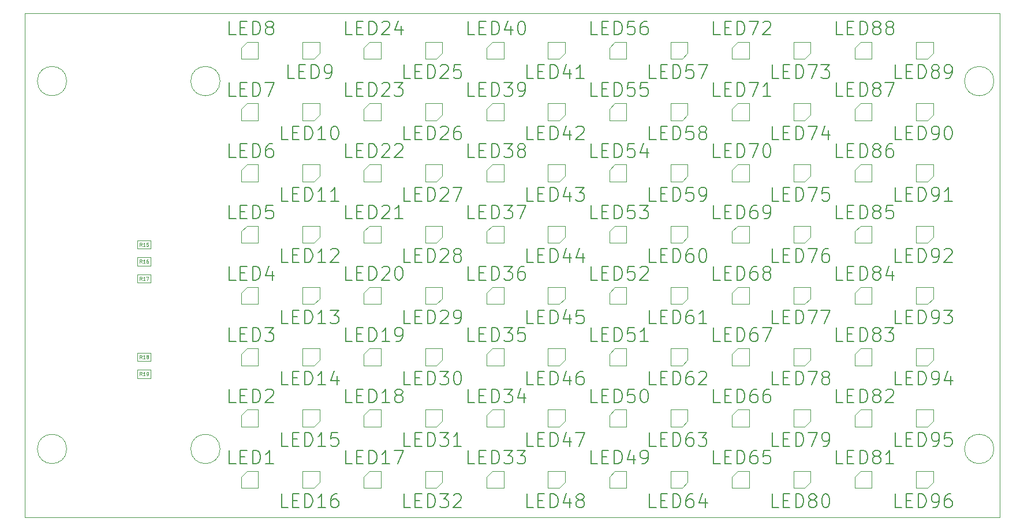
<source format=gbr>
G04 #@! TF.GenerationSoftware,KiCad,Pcbnew,(5.1.4)-1*
G04 #@! TF.CreationDate,2019-08-22T10:31:36+01:00*
G04 #@! TF.ProjectId,lpa96,6c706139-362e-46b6-9963-61645f706362,2.0*
G04 #@! TF.SameCoordinates,Original*
G04 #@! TF.FileFunction,Other,Fab,Top*
%FSLAX46Y46*%
G04 Gerber Fmt 4.6, Leading zero omitted, Abs format (unit mm)*
G04 Created by KiCad (PCBNEW (5.1.4)-1) date 2019-08-22 10:31:36*
%MOMM*%
%LPD*%
G04 APERTURE LIST*
%ADD10C,0.100000*%
%ADD11C,0.120000*%
%ADD12C,0.075000*%
%ADD13C,0.200000*%
G04 APERTURE END LIST*
D10*
X67000000Y-168500000D02*
X67000000Y-94500000D01*
X210000000Y-168500000D02*
X67000000Y-168500000D01*
X210000000Y-94500000D02*
X210000000Y-168500000D01*
X67000000Y-94500000D02*
X210000000Y-94500000D01*
X209154066Y-158500000D02*
G75*
G03X209154066Y-158500000I-2154066J0D01*
G01*
X209154066Y-104500000D02*
G75*
G03X209154066Y-104500000I-2154066J0D01*
G01*
X73154066Y-158500000D02*
G75*
G03X73154066Y-158500000I-2154066J0D01*
G01*
X95654066Y-158500000D02*
G75*
G03X95654066Y-158500000I-2154066J0D01*
G01*
X95654066Y-104500000D02*
G75*
G03X95654066Y-104500000I-2154066J0D01*
G01*
X73154066Y-104500000D02*
G75*
G03X73154066Y-104500000I-2154066J0D01*
G01*
X83500000Y-129120000D02*
X83500000Y-127880000D01*
X85500000Y-129120000D02*
X83500000Y-129120000D01*
X85500000Y-127880000D02*
X85500000Y-129120000D01*
X83500000Y-127880000D02*
X85500000Y-127880000D01*
X83500000Y-131620000D02*
X83500000Y-130380000D01*
X85500000Y-131620000D02*
X83500000Y-131620000D01*
X85500000Y-130380000D02*
X85500000Y-131620000D01*
X83500000Y-130380000D02*
X85500000Y-130380000D01*
X83500000Y-134120000D02*
X83500000Y-132880000D01*
X85500000Y-134120000D02*
X83500000Y-134120000D01*
X85500000Y-132880000D02*
X85500000Y-134120000D01*
X83500000Y-132880000D02*
X85500000Y-132880000D01*
X83500000Y-145620000D02*
X83500000Y-144380000D01*
X85500000Y-145620000D02*
X83500000Y-145620000D01*
X85500000Y-144380000D02*
X85500000Y-145620000D01*
X83500000Y-144380000D02*
X85500000Y-144380000D01*
X83500000Y-148120000D02*
X83500000Y-146880000D01*
X85500000Y-148120000D02*
X83500000Y-148120000D01*
X85500000Y-146880000D02*
X85500000Y-148120000D01*
X83500000Y-146880000D02*
X85500000Y-146880000D01*
D11*
X98750000Y-164250000D02*
X98750000Y-162583330D01*
X98750000Y-162583330D02*
X99583330Y-161750000D01*
X99583330Y-161750000D02*
X101250000Y-161750000D01*
X101250000Y-161750000D02*
X101250000Y-164250000D01*
X101250000Y-164250000D02*
X98750000Y-164250000D01*
X98750000Y-155250000D02*
X98750000Y-153583330D01*
X98750000Y-153583330D02*
X99583330Y-152750000D01*
X99583330Y-152750000D02*
X101250000Y-152750000D01*
X101250000Y-152750000D02*
X101250000Y-155250000D01*
X101250000Y-155250000D02*
X98750000Y-155250000D01*
X98750000Y-146250000D02*
X98750000Y-144583330D01*
X98750000Y-144583330D02*
X99583330Y-143750000D01*
X99583330Y-143750000D02*
X101250000Y-143750000D01*
X101250000Y-143750000D02*
X101250000Y-146250000D01*
X101250000Y-146250000D02*
X98750000Y-146250000D01*
X98750000Y-137250000D02*
X98750000Y-135583330D01*
X98750000Y-135583330D02*
X99583330Y-134750000D01*
X99583330Y-134750000D02*
X101250000Y-134750000D01*
X101250000Y-134750000D02*
X101250000Y-137250000D01*
X101250000Y-137250000D02*
X98750000Y-137250000D01*
X98750000Y-128250000D02*
X98750000Y-126583330D01*
X98750000Y-126583330D02*
X99583330Y-125750000D01*
X99583330Y-125750000D02*
X101250000Y-125750000D01*
X101250000Y-125750000D02*
X101250000Y-128250000D01*
X101250000Y-128250000D02*
X98750000Y-128250000D01*
X98750000Y-119250000D02*
X98750000Y-117583330D01*
X98750000Y-117583330D02*
X99583330Y-116750000D01*
X99583330Y-116750000D02*
X101250000Y-116750000D01*
X101250000Y-116750000D02*
X101250000Y-119250000D01*
X101250000Y-119250000D02*
X98750000Y-119250000D01*
X98750000Y-110250000D02*
X98750000Y-108583330D01*
X98750000Y-108583330D02*
X99583330Y-107750000D01*
X99583330Y-107750000D02*
X101250000Y-107750000D01*
X101250000Y-107750000D02*
X101250000Y-110250000D01*
X101250000Y-110250000D02*
X98750000Y-110250000D01*
X98750000Y-101250000D02*
X98750000Y-99583330D01*
X98750000Y-99583330D02*
X99583330Y-98750000D01*
X99583330Y-98750000D02*
X101250000Y-98750000D01*
X101250000Y-98750000D02*
X101250000Y-101250000D01*
X101250000Y-101250000D02*
X98750000Y-101250000D01*
X110250000Y-98750000D02*
X110250000Y-100416670D01*
X110250000Y-100416670D02*
X109416670Y-101250000D01*
X109416670Y-101250000D02*
X107750000Y-101250000D01*
X107750000Y-101250000D02*
X107750000Y-98750000D01*
X107750000Y-98750000D02*
X110250000Y-98750000D01*
X110250000Y-107750000D02*
X110250000Y-109416670D01*
X110250000Y-109416670D02*
X109416670Y-110250000D01*
X109416670Y-110250000D02*
X107750000Y-110250000D01*
X107750000Y-110250000D02*
X107750000Y-107750000D01*
X107750000Y-107750000D02*
X110250000Y-107750000D01*
X110250000Y-116750000D02*
X110250000Y-118416670D01*
X110250000Y-118416670D02*
X109416670Y-119250000D01*
X109416670Y-119250000D02*
X107750000Y-119250000D01*
X107750000Y-119250000D02*
X107750000Y-116750000D01*
X107750000Y-116750000D02*
X110250000Y-116750000D01*
X110250000Y-125750000D02*
X110250000Y-127416670D01*
X110250000Y-127416670D02*
X109416670Y-128250000D01*
X109416670Y-128250000D02*
X107750000Y-128250000D01*
X107750000Y-128250000D02*
X107750000Y-125750000D01*
X107750000Y-125750000D02*
X110250000Y-125750000D01*
X110250000Y-134750000D02*
X110250000Y-136416670D01*
X110250000Y-136416670D02*
X109416670Y-137250000D01*
X109416670Y-137250000D02*
X107750000Y-137250000D01*
X107750000Y-137250000D02*
X107750000Y-134750000D01*
X107750000Y-134750000D02*
X110250000Y-134750000D01*
X110250000Y-143750000D02*
X110250000Y-145416670D01*
X110250000Y-145416670D02*
X109416670Y-146250000D01*
X109416670Y-146250000D02*
X107750000Y-146250000D01*
X107750000Y-146250000D02*
X107750000Y-143750000D01*
X107750000Y-143750000D02*
X110250000Y-143750000D01*
X110250000Y-152750000D02*
X110250000Y-154416670D01*
X110250000Y-154416670D02*
X109416670Y-155250000D01*
X109416670Y-155250000D02*
X107750000Y-155250000D01*
X107750000Y-155250000D02*
X107750000Y-152750000D01*
X107750000Y-152750000D02*
X110250000Y-152750000D01*
X110250000Y-161750000D02*
X110250000Y-163416670D01*
X110250000Y-163416670D02*
X109416670Y-164250000D01*
X109416670Y-164250000D02*
X107750000Y-164250000D01*
X107750000Y-164250000D02*
X107750000Y-161750000D01*
X107750000Y-161750000D02*
X110250000Y-161750000D01*
X116750000Y-164250000D02*
X116750000Y-162583330D01*
X116750000Y-162583330D02*
X117583330Y-161750000D01*
X117583330Y-161750000D02*
X119250000Y-161750000D01*
X119250000Y-161750000D02*
X119250000Y-164250000D01*
X119250000Y-164250000D02*
X116750000Y-164250000D01*
X116750000Y-155250000D02*
X116750000Y-153583330D01*
X116750000Y-153583330D02*
X117583330Y-152750000D01*
X117583330Y-152750000D02*
X119250000Y-152750000D01*
X119250000Y-152750000D02*
X119250000Y-155250000D01*
X119250000Y-155250000D02*
X116750000Y-155250000D01*
X116750000Y-146250000D02*
X116750000Y-144583330D01*
X116750000Y-144583330D02*
X117583330Y-143750000D01*
X117583330Y-143750000D02*
X119250000Y-143750000D01*
X119250000Y-143750000D02*
X119250000Y-146250000D01*
X119250000Y-146250000D02*
X116750000Y-146250000D01*
X116750000Y-137250000D02*
X116750000Y-135583330D01*
X116750000Y-135583330D02*
X117583330Y-134750000D01*
X117583330Y-134750000D02*
X119250000Y-134750000D01*
X119250000Y-134750000D02*
X119250000Y-137250000D01*
X119250000Y-137250000D02*
X116750000Y-137250000D01*
X116750000Y-128250000D02*
X116750000Y-126583330D01*
X116750000Y-126583330D02*
X117583330Y-125750000D01*
X117583330Y-125750000D02*
X119250000Y-125750000D01*
X119250000Y-125750000D02*
X119250000Y-128250000D01*
X119250000Y-128250000D02*
X116750000Y-128250000D01*
X116750000Y-119250000D02*
X116750000Y-117583330D01*
X116750000Y-117583330D02*
X117583330Y-116750000D01*
X117583330Y-116750000D02*
X119250000Y-116750000D01*
X119250000Y-116750000D02*
X119250000Y-119250000D01*
X119250000Y-119250000D02*
X116750000Y-119250000D01*
X116750000Y-110250000D02*
X116750000Y-108583330D01*
X116750000Y-108583330D02*
X117583330Y-107750000D01*
X117583330Y-107750000D02*
X119250000Y-107750000D01*
X119250000Y-107750000D02*
X119250000Y-110250000D01*
X119250000Y-110250000D02*
X116750000Y-110250000D01*
X116750000Y-101250000D02*
X116750000Y-99583330D01*
X116750000Y-99583330D02*
X117583330Y-98750000D01*
X117583330Y-98750000D02*
X119250000Y-98750000D01*
X119250000Y-98750000D02*
X119250000Y-101250000D01*
X119250000Y-101250000D02*
X116750000Y-101250000D01*
X128250000Y-98750000D02*
X128250000Y-100416670D01*
X128250000Y-100416670D02*
X127416670Y-101250000D01*
X127416670Y-101250000D02*
X125750000Y-101250000D01*
X125750000Y-101250000D02*
X125750000Y-98750000D01*
X125750000Y-98750000D02*
X128250000Y-98750000D01*
X128250000Y-107750000D02*
X128250000Y-109416670D01*
X128250000Y-109416670D02*
X127416670Y-110250000D01*
X127416670Y-110250000D02*
X125750000Y-110250000D01*
X125750000Y-110250000D02*
X125750000Y-107750000D01*
X125750000Y-107750000D02*
X128250000Y-107750000D01*
X128250000Y-116750000D02*
X128250000Y-118416670D01*
X128250000Y-118416670D02*
X127416670Y-119250000D01*
X127416670Y-119250000D02*
X125750000Y-119250000D01*
X125750000Y-119250000D02*
X125750000Y-116750000D01*
X125750000Y-116750000D02*
X128250000Y-116750000D01*
X128250000Y-125750000D02*
X128250000Y-127416670D01*
X128250000Y-127416670D02*
X127416670Y-128250000D01*
X127416670Y-128250000D02*
X125750000Y-128250000D01*
X125750000Y-128250000D02*
X125750000Y-125750000D01*
X125750000Y-125750000D02*
X128250000Y-125750000D01*
X128250000Y-134750000D02*
X128250000Y-136416670D01*
X128250000Y-136416670D02*
X127416670Y-137250000D01*
X127416670Y-137250000D02*
X125750000Y-137250000D01*
X125750000Y-137250000D02*
X125750000Y-134750000D01*
X125750000Y-134750000D02*
X128250000Y-134750000D01*
X128250000Y-143750000D02*
X128250000Y-145416670D01*
X128250000Y-145416670D02*
X127416670Y-146250000D01*
X127416670Y-146250000D02*
X125750000Y-146250000D01*
X125750000Y-146250000D02*
X125750000Y-143750000D01*
X125750000Y-143750000D02*
X128250000Y-143750000D01*
X128250000Y-152750000D02*
X128250000Y-154416670D01*
X128250000Y-154416670D02*
X127416670Y-155250000D01*
X127416670Y-155250000D02*
X125750000Y-155250000D01*
X125750000Y-155250000D02*
X125750000Y-152750000D01*
X125750000Y-152750000D02*
X128250000Y-152750000D01*
X128250000Y-161750000D02*
X128250000Y-163416670D01*
X128250000Y-163416670D02*
X127416670Y-164250000D01*
X127416670Y-164250000D02*
X125750000Y-164250000D01*
X125750000Y-164250000D02*
X125750000Y-161750000D01*
X125750000Y-161750000D02*
X128250000Y-161750000D01*
X134750000Y-164250000D02*
X134750000Y-162583330D01*
X134750000Y-162583330D02*
X135583330Y-161750000D01*
X135583330Y-161750000D02*
X137250000Y-161750000D01*
X137250000Y-161750000D02*
X137250000Y-164250000D01*
X137250000Y-164250000D02*
X134750000Y-164250000D01*
X134750000Y-155250000D02*
X134750000Y-153583330D01*
X134750000Y-153583330D02*
X135583330Y-152750000D01*
X135583330Y-152750000D02*
X137250000Y-152750000D01*
X137250000Y-152750000D02*
X137250000Y-155250000D01*
X137250000Y-155250000D02*
X134750000Y-155250000D01*
X134750000Y-146250000D02*
X134750000Y-144583330D01*
X134750000Y-144583330D02*
X135583330Y-143750000D01*
X135583330Y-143750000D02*
X137250000Y-143750000D01*
X137250000Y-143750000D02*
X137250000Y-146250000D01*
X137250000Y-146250000D02*
X134750000Y-146250000D01*
X134750000Y-137250000D02*
X134750000Y-135583330D01*
X134750000Y-135583330D02*
X135583330Y-134750000D01*
X135583330Y-134750000D02*
X137250000Y-134750000D01*
X137250000Y-134750000D02*
X137250000Y-137250000D01*
X137250000Y-137250000D02*
X134750000Y-137250000D01*
X134750000Y-128250000D02*
X134750000Y-126583330D01*
X134750000Y-126583330D02*
X135583330Y-125750000D01*
X135583330Y-125750000D02*
X137250000Y-125750000D01*
X137250000Y-125750000D02*
X137250000Y-128250000D01*
X137250000Y-128250000D02*
X134750000Y-128250000D01*
X134750000Y-119250000D02*
X134750000Y-117583330D01*
X134750000Y-117583330D02*
X135583330Y-116750000D01*
X135583330Y-116750000D02*
X137250000Y-116750000D01*
X137250000Y-116750000D02*
X137250000Y-119250000D01*
X137250000Y-119250000D02*
X134750000Y-119250000D01*
X134750000Y-110250000D02*
X134750000Y-108583330D01*
X134750000Y-108583330D02*
X135583330Y-107750000D01*
X135583330Y-107750000D02*
X137250000Y-107750000D01*
X137250000Y-107750000D02*
X137250000Y-110250000D01*
X137250000Y-110250000D02*
X134750000Y-110250000D01*
X134750000Y-101250000D02*
X134750000Y-99583330D01*
X134750000Y-99583330D02*
X135583330Y-98750000D01*
X135583330Y-98750000D02*
X137250000Y-98750000D01*
X137250000Y-98750000D02*
X137250000Y-101250000D01*
X137250000Y-101250000D02*
X134750000Y-101250000D01*
X146250000Y-98750000D02*
X146250000Y-100416670D01*
X146250000Y-100416670D02*
X145416670Y-101250000D01*
X145416670Y-101250000D02*
X143750000Y-101250000D01*
X143750000Y-101250000D02*
X143750000Y-98750000D01*
X143750000Y-98750000D02*
X146250000Y-98750000D01*
X146250000Y-107750000D02*
X146250000Y-109416670D01*
X146250000Y-109416670D02*
X145416670Y-110250000D01*
X145416670Y-110250000D02*
X143750000Y-110250000D01*
X143750000Y-110250000D02*
X143750000Y-107750000D01*
X143750000Y-107750000D02*
X146250000Y-107750000D01*
X146250000Y-116750000D02*
X146250000Y-118416670D01*
X146250000Y-118416670D02*
X145416670Y-119250000D01*
X145416670Y-119250000D02*
X143750000Y-119250000D01*
X143750000Y-119250000D02*
X143750000Y-116750000D01*
X143750000Y-116750000D02*
X146250000Y-116750000D01*
X146250000Y-125750000D02*
X146250000Y-127416670D01*
X146250000Y-127416670D02*
X145416670Y-128250000D01*
X145416670Y-128250000D02*
X143750000Y-128250000D01*
X143750000Y-128250000D02*
X143750000Y-125750000D01*
X143750000Y-125750000D02*
X146250000Y-125750000D01*
X146250000Y-134750000D02*
X146250000Y-136416670D01*
X146250000Y-136416670D02*
X145416670Y-137250000D01*
X145416670Y-137250000D02*
X143750000Y-137250000D01*
X143750000Y-137250000D02*
X143750000Y-134750000D01*
X143750000Y-134750000D02*
X146250000Y-134750000D01*
X146250000Y-143750000D02*
X146250000Y-145416670D01*
X146250000Y-145416670D02*
X145416670Y-146250000D01*
X145416670Y-146250000D02*
X143750000Y-146250000D01*
X143750000Y-146250000D02*
X143750000Y-143750000D01*
X143750000Y-143750000D02*
X146250000Y-143750000D01*
X146250000Y-152750000D02*
X146250000Y-154416670D01*
X146250000Y-154416670D02*
X145416670Y-155250000D01*
X145416670Y-155250000D02*
X143750000Y-155250000D01*
X143750000Y-155250000D02*
X143750000Y-152750000D01*
X143750000Y-152750000D02*
X146250000Y-152750000D01*
X146250000Y-161750000D02*
X146250000Y-163416670D01*
X146250000Y-163416670D02*
X145416670Y-164250000D01*
X145416670Y-164250000D02*
X143750000Y-164250000D01*
X143750000Y-164250000D02*
X143750000Y-161750000D01*
X143750000Y-161750000D02*
X146250000Y-161750000D01*
X152750000Y-164250000D02*
X152750000Y-162583330D01*
X152750000Y-162583330D02*
X153583330Y-161750000D01*
X153583330Y-161750000D02*
X155250000Y-161750000D01*
X155250000Y-161750000D02*
X155250000Y-164250000D01*
X155250000Y-164250000D02*
X152750000Y-164250000D01*
X152750000Y-155250000D02*
X152750000Y-153583330D01*
X152750000Y-153583330D02*
X153583330Y-152750000D01*
X153583330Y-152750000D02*
X155250000Y-152750000D01*
X155250000Y-152750000D02*
X155250000Y-155250000D01*
X155250000Y-155250000D02*
X152750000Y-155250000D01*
X152750000Y-146250000D02*
X152750000Y-144583330D01*
X152750000Y-144583330D02*
X153583330Y-143750000D01*
X153583330Y-143750000D02*
X155250000Y-143750000D01*
X155250000Y-143750000D02*
X155250000Y-146250000D01*
X155250000Y-146250000D02*
X152750000Y-146250000D01*
X152750000Y-137250000D02*
X152750000Y-135583330D01*
X152750000Y-135583330D02*
X153583330Y-134750000D01*
X153583330Y-134750000D02*
X155250000Y-134750000D01*
X155250000Y-134750000D02*
X155250000Y-137250000D01*
X155250000Y-137250000D02*
X152750000Y-137250000D01*
X152750000Y-128250000D02*
X152750000Y-126583330D01*
X152750000Y-126583330D02*
X153583330Y-125750000D01*
X153583330Y-125750000D02*
X155250000Y-125750000D01*
X155250000Y-125750000D02*
X155250000Y-128250000D01*
X155250000Y-128250000D02*
X152750000Y-128250000D01*
X152750000Y-119250000D02*
X152750000Y-117583330D01*
X152750000Y-117583330D02*
X153583330Y-116750000D01*
X153583330Y-116750000D02*
X155250000Y-116750000D01*
X155250000Y-116750000D02*
X155250000Y-119250000D01*
X155250000Y-119250000D02*
X152750000Y-119250000D01*
X152750000Y-110250000D02*
X152750000Y-108583330D01*
X152750000Y-108583330D02*
X153583330Y-107750000D01*
X153583330Y-107750000D02*
X155250000Y-107750000D01*
X155250000Y-107750000D02*
X155250000Y-110250000D01*
X155250000Y-110250000D02*
X152750000Y-110250000D01*
X152750000Y-101250000D02*
X152750000Y-99583330D01*
X152750000Y-99583330D02*
X153583330Y-98750000D01*
X153583330Y-98750000D02*
X155250000Y-98750000D01*
X155250000Y-98750000D02*
X155250000Y-101250000D01*
X155250000Y-101250000D02*
X152750000Y-101250000D01*
X164250000Y-98750000D02*
X164250000Y-100416670D01*
X164250000Y-100416670D02*
X163416670Y-101250000D01*
X163416670Y-101250000D02*
X161750000Y-101250000D01*
X161750000Y-101250000D02*
X161750000Y-98750000D01*
X161750000Y-98750000D02*
X164250000Y-98750000D01*
X164250000Y-107750000D02*
X164250000Y-109416670D01*
X164250000Y-109416670D02*
X163416670Y-110250000D01*
X163416670Y-110250000D02*
X161750000Y-110250000D01*
X161750000Y-110250000D02*
X161750000Y-107750000D01*
X161750000Y-107750000D02*
X164250000Y-107750000D01*
X164250000Y-116750000D02*
X164250000Y-118416670D01*
X164250000Y-118416670D02*
X163416670Y-119250000D01*
X163416670Y-119250000D02*
X161750000Y-119250000D01*
X161750000Y-119250000D02*
X161750000Y-116750000D01*
X161750000Y-116750000D02*
X164250000Y-116750000D01*
X164250000Y-125750000D02*
X164250000Y-127416670D01*
X164250000Y-127416670D02*
X163416670Y-128250000D01*
X163416670Y-128250000D02*
X161750000Y-128250000D01*
X161750000Y-128250000D02*
X161750000Y-125750000D01*
X161750000Y-125750000D02*
X164250000Y-125750000D01*
X164250000Y-134750000D02*
X164250000Y-136416670D01*
X164250000Y-136416670D02*
X163416670Y-137250000D01*
X163416670Y-137250000D02*
X161750000Y-137250000D01*
X161750000Y-137250000D02*
X161750000Y-134750000D01*
X161750000Y-134750000D02*
X164250000Y-134750000D01*
X164250000Y-143750000D02*
X164250000Y-145416670D01*
X164250000Y-145416670D02*
X163416670Y-146250000D01*
X163416670Y-146250000D02*
X161750000Y-146250000D01*
X161750000Y-146250000D02*
X161750000Y-143750000D01*
X161750000Y-143750000D02*
X164250000Y-143750000D01*
X164250000Y-152750000D02*
X164250000Y-154416670D01*
X164250000Y-154416670D02*
X163416670Y-155250000D01*
X163416670Y-155250000D02*
X161750000Y-155250000D01*
X161750000Y-155250000D02*
X161750000Y-152750000D01*
X161750000Y-152750000D02*
X164250000Y-152750000D01*
X164250000Y-161750000D02*
X164250000Y-163416670D01*
X164250000Y-163416670D02*
X163416670Y-164250000D01*
X163416670Y-164250000D02*
X161750000Y-164250000D01*
X161750000Y-164250000D02*
X161750000Y-161750000D01*
X161750000Y-161750000D02*
X164250000Y-161750000D01*
X170750000Y-164250000D02*
X170750000Y-162583330D01*
X170750000Y-162583330D02*
X171583330Y-161750000D01*
X171583330Y-161750000D02*
X173250000Y-161750000D01*
X173250000Y-161750000D02*
X173250000Y-164250000D01*
X173250000Y-164250000D02*
X170750000Y-164250000D01*
X170750000Y-155250000D02*
X170750000Y-153583330D01*
X170750000Y-153583330D02*
X171583330Y-152750000D01*
X171583330Y-152750000D02*
X173250000Y-152750000D01*
X173250000Y-152750000D02*
X173250000Y-155250000D01*
X173250000Y-155250000D02*
X170750000Y-155250000D01*
X170750000Y-146250000D02*
X170750000Y-144583330D01*
X170750000Y-144583330D02*
X171583330Y-143750000D01*
X171583330Y-143750000D02*
X173250000Y-143750000D01*
X173250000Y-143750000D02*
X173250000Y-146250000D01*
X173250000Y-146250000D02*
X170750000Y-146250000D01*
X170750000Y-137250000D02*
X170750000Y-135583330D01*
X170750000Y-135583330D02*
X171583330Y-134750000D01*
X171583330Y-134750000D02*
X173250000Y-134750000D01*
X173250000Y-134750000D02*
X173250000Y-137250000D01*
X173250000Y-137250000D02*
X170750000Y-137250000D01*
X170750000Y-128250000D02*
X170750000Y-126583330D01*
X170750000Y-126583330D02*
X171583330Y-125750000D01*
X171583330Y-125750000D02*
X173250000Y-125750000D01*
X173250000Y-125750000D02*
X173250000Y-128250000D01*
X173250000Y-128250000D02*
X170750000Y-128250000D01*
X170750000Y-119250000D02*
X170750000Y-117583330D01*
X170750000Y-117583330D02*
X171583330Y-116750000D01*
X171583330Y-116750000D02*
X173250000Y-116750000D01*
X173250000Y-116750000D02*
X173250000Y-119250000D01*
X173250000Y-119250000D02*
X170750000Y-119250000D01*
X170750000Y-110250000D02*
X170750000Y-108583330D01*
X170750000Y-108583330D02*
X171583330Y-107750000D01*
X171583330Y-107750000D02*
X173250000Y-107750000D01*
X173250000Y-107750000D02*
X173250000Y-110250000D01*
X173250000Y-110250000D02*
X170750000Y-110250000D01*
X170750000Y-101250000D02*
X170750000Y-99583330D01*
X170750000Y-99583330D02*
X171583330Y-98750000D01*
X171583330Y-98750000D02*
X173250000Y-98750000D01*
X173250000Y-98750000D02*
X173250000Y-101250000D01*
X173250000Y-101250000D02*
X170750000Y-101250000D01*
X182250000Y-98750000D02*
X182250000Y-100416670D01*
X182250000Y-100416670D02*
X181416670Y-101250000D01*
X181416670Y-101250000D02*
X179750000Y-101250000D01*
X179750000Y-101250000D02*
X179750000Y-98750000D01*
X179750000Y-98750000D02*
X182250000Y-98750000D01*
X182250000Y-107750000D02*
X182250000Y-109416670D01*
X182250000Y-109416670D02*
X181416670Y-110250000D01*
X181416670Y-110250000D02*
X179750000Y-110250000D01*
X179750000Y-110250000D02*
X179750000Y-107750000D01*
X179750000Y-107750000D02*
X182250000Y-107750000D01*
X182250000Y-116750000D02*
X182250000Y-118416670D01*
X182250000Y-118416670D02*
X181416670Y-119250000D01*
X181416670Y-119250000D02*
X179750000Y-119250000D01*
X179750000Y-119250000D02*
X179750000Y-116750000D01*
X179750000Y-116750000D02*
X182250000Y-116750000D01*
X182250000Y-125750000D02*
X182250000Y-127416670D01*
X182250000Y-127416670D02*
X181416670Y-128250000D01*
X181416670Y-128250000D02*
X179750000Y-128250000D01*
X179750000Y-128250000D02*
X179750000Y-125750000D01*
X179750000Y-125750000D02*
X182250000Y-125750000D01*
X182250000Y-134750000D02*
X182250000Y-136416670D01*
X182250000Y-136416670D02*
X181416670Y-137250000D01*
X181416670Y-137250000D02*
X179750000Y-137250000D01*
X179750000Y-137250000D02*
X179750000Y-134750000D01*
X179750000Y-134750000D02*
X182250000Y-134750000D01*
X182250000Y-143750000D02*
X182250000Y-145416670D01*
X182250000Y-145416670D02*
X181416670Y-146250000D01*
X181416670Y-146250000D02*
X179750000Y-146250000D01*
X179750000Y-146250000D02*
X179750000Y-143750000D01*
X179750000Y-143750000D02*
X182250000Y-143750000D01*
X182250000Y-152750000D02*
X182250000Y-154416670D01*
X182250000Y-154416670D02*
X181416670Y-155250000D01*
X181416670Y-155250000D02*
X179750000Y-155250000D01*
X179750000Y-155250000D02*
X179750000Y-152750000D01*
X179750000Y-152750000D02*
X182250000Y-152750000D01*
X182250000Y-161750000D02*
X182250000Y-163416670D01*
X182250000Y-163416670D02*
X181416670Y-164250000D01*
X181416670Y-164250000D02*
X179750000Y-164250000D01*
X179750000Y-164250000D02*
X179750000Y-161750000D01*
X179750000Y-161750000D02*
X182250000Y-161750000D01*
X188750000Y-164250000D02*
X188750000Y-162583330D01*
X188750000Y-162583330D02*
X189583330Y-161750000D01*
X189583330Y-161750000D02*
X191250000Y-161750000D01*
X191250000Y-161750000D02*
X191250000Y-164250000D01*
X191250000Y-164250000D02*
X188750000Y-164250000D01*
X188750000Y-155250000D02*
X188750000Y-153583330D01*
X188750000Y-153583330D02*
X189583330Y-152750000D01*
X189583330Y-152750000D02*
X191250000Y-152750000D01*
X191250000Y-152750000D02*
X191250000Y-155250000D01*
X191250000Y-155250000D02*
X188750000Y-155250000D01*
X188750000Y-146250000D02*
X188750000Y-144583330D01*
X188750000Y-144583330D02*
X189583330Y-143750000D01*
X189583330Y-143750000D02*
X191250000Y-143750000D01*
X191250000Y-143750000D02*
X191250000Y-146250000D01*
X191250000Y-146250000D02*
X188750000Y-146250000D01*
X188750000Y-137250000D02*
X188750000Y-135583330D01*
X188750000Y-135583330D02*
X189583330Y-134750000D01*
X189583330Y-134750000D02*
X191250000Y-134750000D01*
X191250000Y-134750000D02*
X191250000Y-137250000D01*
X191250000Y-137250000D02*
X188750000Y-137250000D01*
X188750000Y-128250000D02*
X188750000Y-126583330D01*
X188750000Y-126583330D02*
X189583330Y-125750000D01*
X189583330Y-125750000D02*
X191250000Y-125750000D01*
X191250000Y-125750000D02*
X191250000Y-128250000D01*
X191250000Y-128250000D02*
X188750000Y-128250000D01*
X188750000Y-119250000D02*
X188750000Y-117583330D01*
X188750000Y-117583330D02*
X189583330Y-116750000D01*
X189583330Y-116750000D02*
X191250000Y-116750000D01*
X191250000Y-116750000D02*
X191250000Y-119250000D01*
X191250000Y-119250000D02*
X188750000Y-119250000D01*
X188750000Y-110250000D02*
X188750000Y-108583330D01*
X188750000Y-108583330D02*
X189583330Y-107750000D01*
X189583330Y-107750000D02*
X191250000Y-107750000D01*
X191250000Y-107750000D02*
X191250000Y-110250000D01*
X191250000Y-110250000D02*
X188750000Y-110250000D01*
X188750000Y-101250000D02*
X188750000Y-99583330D01*
X188750000Y-99583330D02*
X189583330Y-98750000D01*
X189583330Y-98750000D02*
X191250000Y-98750000D01*
X191250000Y-98750000D02*
X191250000Y-101250000D01*
X191250000Y-101250000D02*
X188750000Y-101250000D01*
X200250000Y-98750000D02*
X200250000Y-100416670D01*
X200250000Y-100416670D02*
X199416670Y-101250000D01*
X199416670Y-101250000D02*
X197750000Y-101250000D01*
X197750000Y-101250000D02*
X197750000Y-98750000D01*
X197750000Y-98750000D02*
X200250000Y-98750000D01*
X200250000Y-107750000D02*
X200250000Y-109416670D01*
X200250000Y-109416670D02*
X199416670Y-110250000D01*
X199416670Y-110250000D02*
X197750000Y-110250000D01*
X197750000Y-110250000D02*
X197750000Y-107750000D01*
X197750000Y-107750000D02*
X200250000Y-107750000D01*
X200250000Y-116750000D02*
X200250000Y-118416670D01*
X200250000Y-118416670D02*
X199416670Y-119250000D01*
X199416670Y-119250000D02*
X197750000Y-119250000D01*
X197750000Y-119250000D02*
X197750000Y-116750000D01*
X197750000Y-116750000D02*
X200250000Y-116750000D01*
X200250000Y-125750000D02*
X200250000Y-127416670D01*
X200250000Y-127416670D02*
X199416670Y-128250000D01*
X199416670Y-128250000D02*
X197750000Y-128250000D01*
X197750000Y-128250000D02*
X197750000Y-125750000D01*
X197750000Y-125750000D02*
X200250000Y-125750000D01*
X200250000Y-134750000D02*
X200250000Y-136416670D01*
X200250000Y-136416670D02*
X199416670Y-137250000D01*
X199416670Y-137250000D02*
X197750000Y-137250000D01*
X197750000Y-137250000D02*
X197750000Y-134750000D01*
X197750000Y-134750000D02*
X200250000Y-134750000D01*
X200250000Y-143750000D02*
X200250000Y-145416670D01*
X200250000Y-145416670D02*
X199416670Y-146250000D01*
X199416670Y-146250000D02*
X197750000Y-146250000D01*
X197750000Y-146250000D02*
X197750000Y-143750000D01*
X197750000Y-143750000D02*
X200250000Y-143750000D01*
X200250000Y-152750000D02*
X200250000Y-154416670D01*
X200250000Y-154416670D02*
X199416670Y-155250000D01*
X199416670Y-155250000D02*
X197750000Y-155250000D01*
X197750000Y-155250000D02*
X197750000Y-152750000D01*
X197750000Y-152750000D02*
X200250000Y-152750000D01*
X200250000Y-161750000D02*
X200250000Y-163416670D01*
X200250000Y-163416670D02*
X199416670Y-164250000D01*
X199416670Y-164250000D02*
X197750000Y-164250000D01*
X197750000Y-164250000D02*
X197750000Y-161750000D01*
X197750000Y-161750000D02*
X200250000Y-161750000D01*
D12*
X84178571Y-128726190D02*
X84011904Y-128488095D01*
X83892857Y-128726190D02*
X83892857Y-128226190D01*
X84083333Y-128226190D01*
X84130952Y-128250000D01*
X84154761Y-128273809D01*
X84178571Y-128321428D01*
X84178571Y-128392857D01*
X84154761Y-128440476D01*
X84130952Y-128464285D01*
X84083333Y-128488095D01*
X83892857Y-128488095D01*
X84654761Y-128726190D02*
X84369047Y-128726190D01*
X84511904Y-128726190D02*
X84511904Y-128226190D01*
X84464285Y-128297619D01*
X84416666Y-128345238D01*
X84369047Y-128369047D01*
X85107142Y-128226190D02*
X84869047Y-128226190D01*
X84845238Y-128464285D01*
X84869047Y-128440476D01*
X84916666Y-128416666D01*
X85035714Y-128416666D01*
X85083333Y-128440476D01*
X85107142Y-128464285D01*
X85130952Y-128511904D01*
X85130952Y-128630952D01*
X85107142Y-128678571D01*
X85083333Y-128702380D01*
X85035714Y-128726190D01*
X84916666Y-128726190D01*
X84869047Y-128702380D01*
X84845238Y-128678571D01*
X84178571Y-131226190D02*
X84011904Y-130988095D01*
X83892857Y-131226190D02*
X83892857Y-130726190D01*
X84083333Y-130726190D01*
X84130952Y-130750000D01*
X84154761Y-130773809D01*
X84178571Y-130821428D01*
X84178571Y-130892857D01*
X84154761Y-130940476D01*
X84130952Y-130964285D01*
X84083333Y-130988095D01*
X83892857Y-130988095D01*
X84654761Y-131226190D02*
X84369047Y-131226190D01*
X84511904Y-131226190D02*
X84511904Y-130726190D01*
X84464285Y-130797619D01*
X84416666Y-130845238D01*
X84369047Y-130869047D01*
X85083333Y-130726190D02*
X84988095Y-130726190D01*
X84940476Y-130750000D01*
X84916666Y-130773809D01*
X84869047Y-130845238D01*
X84845238Y-130940476D01*
X84845238Y-131130952D01*
X84869047Y-131178571D01*
X84892857Y-131202380D01*
X84940476Y-131226190D01*
X85035714Y-131226190D01*
X85083333Y-131202380D01*
X85107142Y-131178571D01*
X85130952Y-131130952D01*
X85130952Y-131011904D01*
X85107142Y-130964285D01*
X85083333Y-130940476D01*
X85035714Y-130916666D01*
X84940476Y-130916666D01*
X84892857Y-130940476D01*
X84869047Y-130964285D01*
X84845238Y-131011904D01*
X84178571Y-133726190D02*
X84011904Y-133488095D01*
X83892857Y-133726190D02*
X83892857Y-133226190D01*
X84083333Y-133226190D01*
X84130952Y-133250000D01*
X84154761Y-133273809D01*
X84178571Y-133321428D01*
X84178571Y-133392857D01*
X84154761Y-133440476D01*
X84130952Y-133464285D01*
X84083333Y-133488095D01*
X83892857Y-133488095D01*
X84654761Y-133726190D02*
X84369047Y-133726190D01*
X84511904Y-133726190D02*
X84511904Y-133226190D01*
X84464285Y-133297619D01*
X84416666Y-133345238D01*
X84369047Y-133369047D01*
X84821428Y-133226190D02*
X85154761Y-133226190D01*
X84940476Y-133726190D01*
X84178571Y-145226190D02*
X84011904Y-144988095D01*
X83892857Y-145226190D02*
X83892857Y-144726190D01*
X84083333Y-144726190D01*
X84130952Y-144750000D01*
X84154761Y-144773809D01*
X84178571Y-144821428D01*
X84178571Y-144892857D01*
X84154761Y-144940476D01*
X84130952Y-144964285D01*
X84083333Y-144988095D01*
X83892857Y-144988095D01*
X84654761Y-145226190D02*
X84369047Y-145226190D01*
X84511904Y-145226190D02*
X84511904Y-144726190D01*
X84464285Y-144797619D01*
X84416666Y-144845238D01*
X84369047Y-144869047D01*
X84940476Y-144940476D02*
X84892857Y-144916666D01*
X84869047Y-144892857D01*
X84845238Y-144845238D01*
X84845238Y-144821428D01*
X84869047Y-144773809D01*
X84892857Y-144750000D01*
X84940476Y-144726190D01*
X85035714Y-144726190D01*
X85083333Y-144750000D01*
X85107142Y-144773809D01*
X85130952Y-144821428D01*
X85130952Y-144845238D01*
X85107142Y-144892857D01*
X85083333Y-144916666D01*
X85035714Y-144940476D01*
X84940476Y-144940476D01*
X84892857Y-144964285D01*
X84869047Y-144988095D01*
X84845238Y-145035714D01*
X84845238Y-145130952D01*
X84869047Y-145178571D01*
X84892857Y-145202380D01*
X84940476Y-145226190D01*
X85035714Y-145226190D01*
X85083333Y-145202380D01*
X85107142Y-145178571D01*
X85130952Y-145130952D01*
X85130952Y-145035714D01*
X85107142Y-144988095D01*
X85083333Y-144964285D01*
X85035714Y-144940476D01*
X84178571Y-147726190D02*
X84011904Y-147488095D01*
X83892857Y-147726190D02*
X83892857Y-147226190D01*
X84083333Y-147226190D01*
X84130952Y-147250000D01*
X84154761Y-147273809D01*
X84178571Y-147321428D01*
X84178571Y-147392857D01*
X84154761Y-147440476D01*
X84130952Y-147464285D01*
X84083333Y-147488095D01*
X83892857Y-147488095D01*
X84654761Y-147726190D02*
X84369047Y-147726190D01*
X84511904Y-147726190D02*
X84511904Y-147226190D01*
X84464285Y-147297619D01*
X84416666Y-147345238D01*
X84369047Y-147369047D01*
X84892857Y-147726190D02*
X84988095Y-147726190D01*
X85035714Y-147702380D01*
X85059523Y-147678571D01*
X85107142Y-147607142D01*
X85130952Y-147511904D01*
X85130952Y-147321428D01*
X85107142Y-147273809D01*
X85083333Y-147250000D01*
X85035714Y-147226190D01*
X84940476Y-147226190D01*
X84892857Y-147250000D01*
X84869047Y-147273809D01*
X84845238Y-147321428D01*
X84845238Y-147440476D01*
X84869047Y-147488095D01*
X84892857Y-147511904D01*
X84940476Y-147535714D01*
X85035714Y-147535714D01*
X85083333Y-147511904D01*
X85107142Y-147488095D01*
X85130952Y-147440476D01*
D13*
X97961904Y-160704761D02*
X97009523Y-160704761D01*
X97009523Y-158704761D01*
X98628571Y-159657142D02*
X99295238Y-159657142D01*
X99580952Y-160704761D02*
X98628571Y-160704761D01*
X98628571Y-158704761D01*
X99580952Y-158704761D01*
X100438095Y-160704761D02*
X100438095Y-158704761D01*
X100914285Y-158704761D01*
X101200000Y-158800000D01*
X101390476Y-158990476D01*
X101485714Y-159180952D01*
X101580952Y-159561904D01*
X101580952Y-159847619D01*
X101485714Y-160228571D01*
X101390476Y-160419047D01*
X101200000Y-160609523D01*
X100914285Y-160704761D01*
X100438095Y-160704761D01*
X103485714Y-160704761D02*
X102342857Y-160704761D01*
X102914285Y-160704761D02*
X102914285Y-158704761D01*
X102723809Y-158990476D01*
X102533333Y-159180952D01*
X102342857Y-159276190D01*
X97961904Y-151704761D02*
X97009523Y-151704761D01*
X97009523Y-149704761D01*
X98628571Y-150657142D02*
X99295238Y-150657142D01*
X99580952Y-151704761D02*
X98628571Y-151704761D01*
X98628571Y-149704761D01*
X99580952Y-149704761D01*
X100438095Y-151704761D02*
X100438095Y-149704761D01*
X100914285Y-149704761D01*
X101200000Y-149800000D01*
X101390476Y-149990476D01*
X101485714Y-150180952D01*
X101580952Y-150561904D01*
X101580952Y-150847619D01*
X101485714Y-151228571D01*
X101390476Y-151419047D01*
X101200000Y-151609523D01*
X100914285Y-151704761D01*
X100438095Y-151704761D01*
X102342857Y-149895238D02*
X102438095Y-149800000D01*
X102628571Y-149704761D01*
X103104761Y-149704761D01*
X103295238Y-149800000D01*
X103390476Y-149895238D01*
X103485714Y-150085714D01*
X103485714Y-150276190D01*
X103390476Y-150561904D01*
X102247619Y-151704761D01*
X103485714Y-151704761D01*
X97961904Y-142704761D02*
X97009523Y-142704761D01*
X97009523Y-140704761D01*
X98628571Y-141657142D02*
X99295238Y-141657142D01*
X99580952Y-142704761D02*
X98628571Y-142704761D01*
X98628571Y-140704761D01*
X99580952Y-140704761D01*
X100438095Y-142704761D02*
X100438095Y-140704761D01*
X100914285Y-140704761D01*
X101200000Y-140800000D01*
X101390476Y-140990476D01*
X101485714Y-141180952D01*
X101580952Y-141561904D01*
X101580952Y-141847619D01*
X101485714Y-142228571D01*
X101390476Y-142419047D01*
X101200000Y-142609523D01*
X100914285Y-142704761D01*
X100438095Y-142704761D01*
X102247619Y-140704761D02*
X103485714Y-140704761D01*
X102819047Y-141466666D01*
X103104761Y-141466666D01*
X103295238Y-141561904D01*
X103390476Y-141657142D01*
X103485714Y-141847619D01*
X103485714Y-142323809D01*
X103390476Y-142514285D01*
X103295238Y-142609523D01*
X103104761Y-142704761D01*
X102533333Y-142704761D01*
X102342857Y-142609523D01*
X102247619Y-142514285D01*
X97961904Y-133704761D02*
X97009523Y-133704761D01*
X97009523Y-131704761D01*
X98628571Y-132657142D02*
X99295238Y-132657142D01*
X99580952Y-133704761D02*
X98628571Y-133704761D01*
X98628571Y-131704761D01*
X99580952Y-131704761D01*
X100438095Y-133704761D02*
X100438095Y-131704761D01*
X100914285Y-131704761D01*
X101200000Y-131800000D01*
X101390476Y-131990476D01*
X101485714Y-132180952D01*
X101580952Y-132561904D01*
X101580952Y-132847619D01*
X101485714Y-133228571D01*
X101390476Y-133419047D01*
X101200000Y-133609523D01*
X100914285Y-133704761D01*
X100438095Y-133704761D01*
X103295238Y-132371428D02*
X103295238Y-133704761D01*
X102819047Y-131609523D02*
X102342857Y-133038095D01*
X103580952Y-133038095D01*
X97961904Y-124704761D02*
X97009523Y-124704761D01*
X97009523Y-122704761D01*
X98628571Y-123657142D02*
X99295238Y-123657142D01*
X99580952Y-124704761D02*
X98628571Y-124704761D01*
X98628571Y-122704761D01*
X99580952Y-122704761D01*
X100438095Y-124704761D02*
X100438095Y-122704761D01*
X100914285Y-122704761D01*
X101200000Y-122800000D01*
X101390476Y-122990476D01*
X101485714Y-123180952D01*
X101580952Y-123561904D01*
X101580952Y-123847619D01*
X101485714Y-124228571D01*
X101390476Y-124419047D01*
X101200000Y-124609523D01*
X100914285Y-124704761D01*
X100438095Y-124704761D01*
X103390476Y-122704761D02*
X102438095Y-122704761D01*
X102342857Y-123657142D01*
X102438095Y-123561904D01*
X102628571Y-123466666D01*
X103104761Y-123466666D01*
X103295238Y-123561904D01*
X103390476Y-123657142D01*
X103485714Y-123847619D01*
X103485714Y-124323809D01*
X103390476Y-124514285D01*
X103295238Y-124609523D01*
X103104761Y-124704761D01*
X102628571Y-124704761D01*
X102438095Y-124609523D01*
X102342857Y-124514285D01*
X97961904Y-115704761D02*
X97009523Y-115704761D01*
X97009523Y-113704761D01*
X98628571Y-114657142D02*
X99295238Y-114657142D01*
X99580952Y-115704761D02*
X98628571Y-115704761D01*
X98628571Y-113704761D01*
X99580952Y-113704761D01*
X100438095Y-115704761D02*
X100438095Y-113704761D01*
X100914285Y-113704761D01*
X101200000Y-113800000D01*
X101390476Y-113990476D01*
X101485714Y-114180952D01*
X101580952Y-114561904D01*
X101580952Y-114847619D01*
X101485714Y-115228571D01*
X101390476Y-115419047D01*
X101200000Y-115609523D01*
X100914285Y-115704761D01*
X100438095Y-115704761D01*
X103295238Y-113704761D02*
X102914285Y-113704761D01*
X102723809Y-113800000D01*
X102628571Y-113895238D01*
X102438095Y-114180952D01*
X102342857Y-114561904D01*
X102342857Y-115323809D01*
X102438095Y-115514285D01*
X102533333Y-115609523D01*
X102723809Y-115704761D01*
X103104761Y-115704761D01*
X103295238Y-115609523D01*
X103390476Y-115514285D01*
X103485714Y-115323809D01*
X103485714Y-114847619D01*
X103390476Y-114657142D01*
X103295238Y-114561904D01*
X103104761Y-114466666D01*
X102723809Y-114466666D01*
X102533333Y-114561904D01*
X102438095Y-114657142D01*
X102342857Y-114847619D01*
X97961904Y-106704761D02*
X97009523Y-106704761D01*
X97009523Y-104704761D01*
X98628571Y-105657142D02*
X99295238Y-105657142D01*
X99580952Y-106704761D02*
X98628571Y-106704761D01*
X98628571Y-104704761D01*
X99580952Y-104704761D01*
X100438095Y-106704761D02*
X100438095Y-104704761D01*
X100914285Y-104704761D01*
X101200000Y-104800000D01*
X101390476Y-104990476D01*
X101485714Y-105180952D01*
X101580952Y-105561904D01*
X101580952Y-105847619D01*
X101485714Y-106228571D01*
X101390476Y-106419047D01*
X101200000Y-106609523D01*
X100914285Y-106704761D01*
X100438095Y-106704761D01*
X102247619Y-104704761D02*
X103580952Y-104704761D01*
X102723809Y-106704761D01*
X97961904Y-97704761D02*
X97009523Y-97704761D01*
X97009523Y-95704761D01*
X98628571Y-96657142D02*
X99295238Y-96657142D01*
X99580952Y-97704761D02*
X98628571Y-97704761D01*
X98628571Y-95704761D01*
X99580952Y-95704761D01*
X100438095Y-97704761D02*
X100438095Y-95704761D01*
X100914285Y-95704761D01*
X101200000Y-95800000D01*
X101390476Y-95990476D01*
X101485714Y-96180952D01*
X101580952Y-96561904D01*
X101580952Y-96847619D01*
X101485714Y-97228571D01*
X101390476Y-97419047D01*
X101200000Y-97609523D01*
X100914285Y-97704761D01*
X100438095Y-97704761D01*
X102723809Y-96561904D02*
X102533333Y-96466666D01*
X102438095Y-96371428D01*
X102342857Y-96180952D01*
X102342857Y-96085714D01*
X102438095Y-95895238D01*
X102533333Y-95800000D01*
X102723809Y-95704761D01*
X103104761Y-95704761D01*
X103295238Y-95800000D01*
X103390476Y-95895238D01*
X103485714Y-96085714D01*
X103485714Y-96180952D01*
X103390476Y-96371428D01*
X103295238Y-96466666D01*
X103104761Y-96561904D01*
X102723809Y-96561904D01*
X102533333Y-96657142D01*
X102438095Y-96752380D01*
X102342857Y-96942857D01*
X102342857Y-97323809D01*
X102438095Y-97514285D01*
X102533333Y-97609523D01*
X102723809Y-97704761D01*
X103104761Y-97704761D01*
X103295238Y-97609523D01*
X103390476Y-97514285D01*
X103485714Y-97323809D01*
X103485714Y-96942857D01*
X103390476Y-96752380D01*
X103295238Y-96657142D01*
X103104761Y-96561904D01*
X106561904Y-104104761D02*
X105609523Y-104104761D01*
X105609523Y-102104761D01*
X107228571Y-103057142D02*
X107895238Y-103057142D01*
X108180952Y-104104761D02*
X107228571Y-104104761D01*
X107228571Y-102104761D01*
X108180952Y-102104761D01*
X109038095Y-104104761D02*
X109038095Y-102104761D01*
X109514285Y-102104761D01*
X109800000Y-102200000D01*
X109990476Y-102390476D01*
X110085714Y-102580952D01*
X110180952Y-102961904D01*
X110180952Y-103247619D01*
X110085714Y-103628571D01*
X109990476Y-103819047D01*
X109800000Y-104009523D01*
X109514285Y-104104761D01*
X109038095Y-104104761D01*
X111133333Y-104104761D02*
X111514285Y-104104761D01*
X111704761Y-104009523D01*
X111800000Y-103914285D01*
X111990476Y-103628571D01*
X112085714Y-103247619D01*
X112085714Y-102485714D01*
X111990476Y-102295238D01*
X111895238Y-102200000D01*
X111704761Y-102104761D01*
X111323809Y-102104761D01*
X111133333Y-102200000D01*
X111038095Y-102295238D01*
X110942857Y-102485714D01*
X110942857Y-102961904D01*
X111038095Y-103152380D01*
X111133333Y-103247619D01*
X111323809Y-103342857D01*
X111704761Y-103342857D01*
X111895238Y-103247619D01*
X111990476Y-103152380D01*
X112085714Y-102961904D01*
X105609523Y-113104761D02*
X104657142Y-113104761D01*
X104657142Y-111104761D01*
X106276190Y-112057142D02*
X106942857Y-112057142D01*
X107228571Y-113104761D02*
X106276190Y-113104761D01*
X106276190Y-111104761D01*
X107228571Y-111104761D01*
X108085714Y-113104761D02*
X108085714Y-111104761D01*
X108561904Y-111104761D01*
X108847619Y-111200000D01*
X109038095Y-111390476D01*
X109133333Y-111580952D01*
X109228571Y-111961904D01*
X109228571Y-112247619D01*
X109133333Y-112628571D01*
X109038095Y-112819047D01*
X108847619Y-113009523D01*
X108561904Y-113104761D01*
X108085714Y-113104761D01*
X111133333Y-113104761D02*
X109990476Y-113104761D01*
X110561904Y-113104761D02*
X110561904Y-111104761D01*
X110371428Y-111390476D01*
X110180952Y-111580952D01*
X109990476Y-111676190D01*
X112371428Y-111104761D02*
X112561904Y-111104761D01*
X112752380Y-111200000D01*
X112847619Y-111295238D01*
X112942857Y-111485714D01*
X113038095Y-111866666D01*
X113038095Y-112342857D01*
X112942857Y-112723809D01*
X112847619Y-112914285D01*
X112752380Y-113009523D01*
X112561904Y-113104761D01*
X112371428Y-113104761D01*
X112180952Y-113009523D01*
X112085714Y-112914285D01*
X111990476Y-112723809D01*
X111895238Y-112342857D01*
X111895238Y-111866666D01*
X111990476Y-111485714D01*
X112085714Y-111295238D01*
X112180952Y-111200000D01*
X112371428Y-111104761D01*
X105609523Y-122104761D02*
X104657142Y-122104761D01*
X104657142Y-120104761D01*
X106276190Y-121057142D02*
X106942857Y-121057142D01*
X107228571Y-122104761D02*
X106276190Y-122104761D01*
X106276190Y-120104761D01*
X107228571Y-120104761D01*
X108085714Y-122104761D02*
X108085714Y-120104761D01*
X108561904Y-120104761D01*
X108847619Y-120200000D01*
X109038095Y-120390476D01*
X109133333Y-120580952D01*
X109228571Y-120961904D01*
X109228571Y-121247619D01*
X109133333Y-121628571D01*
X109038095Y-121819047D01*
X108847619Y-122009523D01*
X108561904Y-122104761D01*
X108085714Y-122104761D01*
X111133333Y-122104761D02*
X109990476Y-122104761D01*
X110561904Y-122104761D02*
X110561904Y-120104761D01*
X110371428Y-120390476D01*
X110180952Y-120580952D01*
X109990476Y-120676190D01*
X113038095Y-122104761D02*
X111895238Y-122104761D01*
X112466666Y-122104761D02*
X112466666Y-120104761D01*
X112276190Y-120390476D01*
X112085714Y-120580952D01*
X111895238Y-120676190D01*
X105609523Y-131104761D02*
X104657142Y-131104761D01*
X104657142Y-129104761D01*
X106276190Y-130057142D02*
X106942857Y-130057142D01*
X107228571Y-131104761D02*
X106276190Y-131104761D01*
X106276190Y-129104761D01*
X107228571Y-129104761D01*
X108085714Y-131104761D02*
X108085714Y-129104761D01*
X108561904Y-129104761D01*
X108847619Y-129200000D01*
X109038095Y-129390476D01*
X109133333Y-129580952D01*
X109228571Y-129961904D01*
X109228571Y-130247619D01*
X109133333Y-130628571D01*
X109038095Y-130819047D01*
X108847619Y-131009523D01*
X108561904Y-131104761D01*
X108085714Y-131104761D01*
X111133333Y-131104761D02*
X109990476Y-131104761D01*
X110561904Y-131104761D02*
X110561904Y-129104761D01*
X110371428Y-129390476D01*
X110180952Y-129580952D01*
X109990476Y-129676190D01*
X111895238Y-129295238D02*
X111990476Y-129200000D01*
X112180952Y-129104761D01*
X112657142Y-129104761D01*
X112847619Y-129200000D01*
X112942857Y-129295238D01*
X113038095Y-129485714D01*
X113038095Y-129676190D01*
X112942857Y-129961904D01*
X111800000Y-131104761D01*
X113038095Y-131104761D01*
X105609523Y-140104761D02*
X104657142Y-140104761D01*
X104657142Y-138104761D01*
X106276190Y-139057142D02*
X106942857Y-139057142D01*
X107228571Y-140104761D02*
X106276190Y-140104761D01*
X106276190Y-138104761D01*
X107228571Y-138104761D01*
X108085714Y-140104761D02*
X108085714Y-138104761D01*
X108561904Y-138104761D01*
X108847619Y-138200000D01*
X109038095Y-138390476D01*
X109133333Y-138580952D01*
X109228571Y-138961904D01*
X109228571Y-139247619D01*
X109133333Y-139628571D01*
X109038095Y-139819047D01*
X108847619Y-140009523D01*
X108561904Y-140104761D01*
X108085714Y-140104761D01*
X111133333Y-140104761D02*
X109990476Y-140104761D01*
X110561904Y-140104761D02*
X110561904Y-138104761D01*
X110371428Y-138390476D01*
X110180952Y-138580952D01*
X109990476Y-138676190D01*
X111800000Y-138104761D02*
X113038095Y-138104761D01*
X112371428Y-138866666D01*
X112657142Y-138866666D01*
X112847619Y-138961904D01*
X112942857Y-139057142D01*
X113038095Y-139247619D01*
X113038095Y-139723809D01*
X112942857Y-139914285D01*
X112847619Y-140009523D01*
X112657142Y-140104761D01*
X112085714Y-140104761D01*
X111895238Y-140009523D01*
X111800000Y-139914285D01*
X105609523Y-149104761D02*
X104657142Y-149104761D01*
X104657142Y-147104761D01*
X106276190Y-148057142D02*
X106942857Y-148057142D01*
X107228571Y-149104761D02*
X106276190Y-149104761D01*
X106276190Y-147104761D01*
X107228571Y-147104761D01*
X108085714Y-149104761D02*
X108085714Y-147104761D01*
X108561904Y-147104761D01*
X108847619Y-147200000D01*
X109038095Y-147390476D01*
X109133333Y-147580952D01*
X109228571Y-147961904D01*
X109228571Y-148247619D01*
X109133333Y-148628571D01*
X109038095Y-148819047D01*
X108847619Y-149009523D01*
X108561904Y-149104761D01*
X108085714Y-149104761D01*
X111133333Y-149104761D02*
X109990476Y-149104761D01*
X110561904Y-149104761D02*
X110561904Y-147104761D01*
X110371428Y-147390476D01*
X110180952Y-147580952D01*
X109990476Y-147676190D01*
X112847619Y-147771428D02*
X112847619Y-149104761D01*
X112371428Y-147009523D02*
X111895238Y-148438095D01*
X113133333Y-148438095D01*
X105609523Y-158104761D02*
X104657142Y-158104761D01*
X104657142Y-156104761D01*
X106276190Y-157057142D02*
X106942857Y-157057142D01*
X107228571Y-158104761D02*
X106276190Y-158104761D01*
X106276190Y-156104761D01*
X107228571Y-156104761D01*
X108085714Y-158104761D02*
X108085714Y-156104761D01*
X108561904Y-156104761D01*
X108847619Y-156200000D01*
X109038095Y-156390476D01*
X109133333Y-156580952D01*
X109228571Y-156961904D01*
X109228571Y-157247619D01*
X109133333Y-157628571D01*
X109038095Y-157819047D01*
X108847619Y-158009523D01*
X108561904Y-158104761D01*
X108085714Y-158104761D01*
X111133333Y-158104761D02*
X109990476Y-158104761D01*
X110561904Y-158104761D02*
X110561904Y-156104761D01*
X110371428Y-156390476D01*
X110180952Y-156580952D01*
X109990476Y-156676190D01*
X112942857Y-156104761D02*
X111990476Y-156104761D01*
X111895238Y-157057142D01*
X111990476Y-156961904D01*
X112180952Y-156866666D01*
X112657142Y-156866666D01*
X112847619Y-156961904D01*
X112942857Y-157057142D01*
X113038095Y-157247619D01*
X113038095Y-157723809D01*
X112942857Y-157914285D01*
X112847619Y-158009523D01*
X112657142Y-158104761D01*
X112180952Y-158104761D01*
X111990476Y-158009523D01*
X111895238Y-157914285D01*
X105609523Y-167104761D02*
X104657142Y-167104761D01*
X104657142Y-165104761D01*
X106276190Y-166057142D02*
X106942857Y-166057142D01*
X107228571Y-167104761D02*
X106276190Y-167104761D01*
X106276190Y-165104761D01*
X107228571Y-165104761D01*
X108085714Y-167104761D02*
X108085714Y-165104761D01*
X108561904Y-165104761D01*
X108847619Y-165200000D01*
X109038095Y-165390476D01*
X109133333Y-165580952D01*
X109228571Y-165961904D01*
X109228571Y-166247619D01*
X109133333Y-166628571D01*
X109038095Y-166819047D01*
X108847619Y-167009523D01*
X108561904Y-167104761D01*
X108085714Y-167104761D01*
X111133333Y-167104761D02*
X109990476Y-167104761D01*
X110561904Y-167104761D02*
X110561904Y-165104761D01*
X110371428Y-165390476D01*
X110180952Y-165580952D01*
X109990476Y-165676190D01*
X112847619Y-165104761D02*
X112466666Y-165104761D01*
X112276190Y-165200000D01*
X112180952Y-165295238D01*
X111990476Y-165580952D01*
X111895238Y-165961904D01*
X111895238Y-166723809D01*
X111990476Y-166914285D01*
X112085714Y-167009523D01*
X112276190Y-167104761D01*
X112657142Y-167104761D01*
X112847619Y-167009523D01*
X112942857Y-166914285D01*
X113038095Y-166723809D01*
X113038095Y-166247619D01*
X112942857Y-166057142D01*
X112847619Y-165961904D01*
X112657142Y-165866666D01*
X112276190Y-165866666D01*
X112085714Y-165961904D01*
X111990476Y-166057142D01*
X111895238Y-166247619D01*
X115009523Y-160704761D02*
X114057142Y-160704761D01*
X114057142Y-158704761D01*
X115676190Y-159657142D02*
X116342857Y-159657142D01*
X116628571Y-160704761D02*
X115676190Y-160704761D01*
X115676190Y-158704761D01*
X116628571Y-158704761D01*
X117485714Y-160704761D02*
X117485714Y-158704761D01*
X117961904Y-158704761D01*
X118247619Y-158800000D01*
X118438095Y-158990476D01*
X118533333Y-159180952D01*
X118628571Y-159561904D01*
X118628571Y-159847619D01*
X118533333Y-160228571D01*
X118438095Y-160419047D01*
X118247619Y-160609523D01*
X117961904Y-160704761D01*
X117485714Y-160704761D01*
X120533333Y-160704761D02*
X119390476Y-160704761D01*
X119961904Y-160704761D02*
X119961904Y-158704761D01*
X119771428Y-158990476D01*
X119580952Y-159180952D01*
X119390476Y-159276190D01*
X121200000Y-158704761D02*
X122533333Y-158704761D01*
X121676190Y-160704761D01*
X115009523Y-151704761D02*
X114057142Y-151704761D01*
X114057142Y-149704761D01*
X115676190Y-150657142D02*
X116342857Y-150657142D01*
X116628571Y-151704761D02*
X115676190Y-151704761D01*
X115676190Y-149704761D01*
X116628571Y-149704761D01*
X117485714Y-151704761D02*
X117485714Y-149704761D01*
X117961904Y-149704761D01*
X118247619Y-149800000D01*
X118438095Y-149990476D01*
X118533333Y-150180952D01*
X118628571Y-150561904D01*
X118628571Y-150847619D01*
X118533333Y-151228571D01*
X118438095Y-151419047D01*
X118247619Y-151609523D01*
X117961904Y-151704761D01*
X117485714Y-151704761D01*
X120533333Y-151704761D02*
X119390476Y-151704761D01*
X119961904Y-151704761D02*
X119961904Y-149704761D01*
X119771428Y-149990476D01*
X119580952Y-150180952D01*
X119390476Y-150276190D01*
X121676190Y-150561904D02*
X121485714Y-150466666D01*
X121390476Y-150371428D01*
X121295238Y-150180952D01*
X121295238Y-150085714D01*
X121390476Y-149895238D01*
X121485714Y-149800000D01*
X121676190Y-149704761D01*
X122057142Y-149704761D01*
X122247619Y-149800000D01*
X122342857Y-149895238D01*
X122438095Y-150085714D01*
X122438095Y-150180952D01*
X122342857Y-150371428D01*
X122247619Y-150466666D01*
X122057142Y-150561904D01*
X121676190Y-150561904D01*
X121485714Y-150657142D01*
X121390476Y-150752380D01*
X121295238Y-150942857D01*
X121295238Y-151323809D01*
X121390476Y-151514285D01*
X121485714Y-151609523D01*
X121676190Y-151704761D01*
X122057142Y-151704761D01*
X122247619Y-151609523D01*
X122342857Y-151514285D01*
X122438095Y-151323809D01*
X122438095Y-150942857D01*
X122342857Y-150752380D01*
X122247619Y-150657142D01*
X122057142Y-150561904D01*
X115009523Y-142704761D02*
X114057142Y-142704761D01*
X114057142Y-140704761D01*
X115676190Y-141657142D02*
X116342857Y-141657142D01*
X116628571Y-142704761D02*
X115676190Y-142704761D01*
X115676190Y-140704761D01*
X116628571Y-140704761D01*
X117485714Y-142704761D02*
X117485714Y-140704761D01*
X117961904Y-140704761D01*
X118247619Y-140800000D01*
X118438095Y-140990476D01*
X118533333Y-141180952D01*
X118628571Y-141561904D01*
X118628571Y-141847619D01*
X118533333Y-142228571D01*
X118438095Y-142419047D01*
X118247619Y-142609523D01*
X117961904Y-142704761D01*
X117485714Y-142704761D01*
X120533333Y-142704761D02*
X119390476Y-142704761D01*
X119961904Y-142704761D02*
X119961904Y-140704761D01*
X119771428Y-140990476D01*
X119580952Y-141180952D01*
X119390476Y-141276190D01*
X121485714Y-142704761D02*
X121866666Y-142704761D01*
X122057142Y-142609523D01*
X122152380Y-142514285D01*
X122342857Y-142228571D01*
X122438095Y-141847619D01*
X122438095Y-141085714D01*
X122342857Y-140895238D01*
X122247619Y-140800000D01*
X122057142Y-140704761D01*
X121676190Y-140704761D01*
X121485714Y-140800000D01*
X121390476Y-140895238D01*
X121295238Y-141085714D01*
X121295238Y-141561904D01*
X121390476Y-141752380D01*
X121485714Y-141847619D01*
X121676190Y-141942857D01*
X122057142Y-141942857D01*
X122247619Y-141847619D01*
X122342857Y-141752380D01*
X122438095Y-141561904D01*
X115009523Y-133704761D02*
X114057142Y-133704761D01*
X114057142Y-131704761D01*
X115676190Y-132657142D02*
X116342857Y-132657142D01*
X116628571Y-133704761D02*
X115676190Y-133704761D01*
X115676190Y-131704761D01*
X116628571Y-131704761D01*
X117485714Y-133704761D02*
X117485714Y-131704761D01*
X117961904Y-131704761D01*
X118247619Y-131800000D01*
X118438095Y-131990476D01*
X118533333Y-132180952D01*
X118628571Y-132561904D01*
X118628571Y-132847619D01*
X118533333Y-133228571D01*
X118438095Y-133419047D01*
X118247619Y-133609523D01*
X117961904Y-133704761D01*
X117485714Y-133704761D01*
X119390476Y-131895238D02*
X119485714Y-131800000D01*
X119676190Y-131704761D01*
X120152380Y-131704761D01*
X120342857Y-131800000D01*
X120438095Y-131895238D01*
X120533333Y-132085714D01*
X120533333Y-132276190D01*
X120438095Y-132561904D01*
X119295238Y-133704761D01*
X120533333Y-133704761D01*
X121771428Y-131704761D02*
X121961904Y-131704761D01*
X122152380Y-131800000D01*
X122247619Y-131895238D01*
X122342857Y-132085714D01*
X122438095Y-132466666D01*
X122438095Y-132942857D01*
X122342857Y-133323809D01*
X122247619Y-133514285D01*
X122152380Y-133609523D01*
X121961904Y-133704761D01*
X121771428Y-133704761D01*
X121580952Y-133609523D01*
X121485714Y-133514285D01*
X121390476Y-133323809D01*
X121295238Y-132942857D01*
X121295238Y-132466666D01*
X121390476Y-132085714D01*
X121485714Y-131895238D01*
X121580952Y-131800000D01*
X121771428Y-131704761D01*
X115009523Y-124704761D02*
X114057142Y-124704761D01*
X114057142Y-122704761D01*
X115676190Y-123657142D02*
X116342857Y-123657142D01*
X116628571Y-124704761D02*
X115676190Y-124704761D01*
X115676190Y-122704761D01*
X116628571Y-122704761D01*
X117485714Y-124704761D02*
X117485714Y-122704761D01*
X117961904Y-122704761D01*
X118247619Y-122800000D01*
X118438095Y-122990476D01*
X118533333Y-123180952D01*
X118628571Y-123561904D01*
X118628571Y-123847619D01*
X118533333Y-124228571D01*
X118438095Y-124419047D01*
X118247619Y-124609523D01*
X117961904Y-124704761D01*
X117485714Y-124704761D01*
X119390476Y-122895238D02*
X119485714Y-122800000D01*
X119676190Y-122704761D01*
X120152380Y-122704761D01*
X120342857Y-122800000D01*
X120438095Y-122895238D01*
X120533333Y-123085714D01*
X120533333Y-123276190D01*
X120438095Y-123561904D01*
X119295238Y-124704761D01*
X120533333Y-124704761D01*
X122438095Y-124704761D02*
X121295238Y-124704761D01*
X121866666Y-124704761D02*
X121866666Y-122704761D01*
X121676190Y-122990476D01*
X121485714Y-123180952D01*
X121295238Y-123276190D01*
X115009523Y-115704761D02*
X114057142Y-115704761D01*
X114057142Y-113704761D01*
X115676190Y-114657142D02*
X116342857Y-114657142D01*
X116628571Y-115704761D02*
X115676190Y-115704761D01*
X115676190Y-113704761D01*
X116628571Y-113704761D01*
X117485714Y-115704761D02*
X117485714Y-113704761D01*
X117961904Y-113704761D01*
X118247619Y-113800000D01*
X118438095Y-113990476D01*
X118533333Y-114180952D01*
X118628571Y-114561904D01*
X118628571Y-114847619D01*
X118533333Y-115228571D01*
X118438095Y-115419047D01*
X118247619Y-115609523D01*
X117961904Y-115704761D01*
X117485714Y-115704761D01*
X119390476Y-113895238D02*
X119485714Y-113800000D01*
X119676190Y-113704761D01*
X120152380Y-113704761D01*
X120342857Y-113800000D01*
X120438095Y-113895238D01*
X120533333Y-114085714D01*
X120533333Y-114276190D01*
X120438095Y-114561904D01*
X119295238Y-115704761D01*
X120533333Y-115704761D01*
X121295238Y-113895238D02*
X121390476Y-113800000D01*
X121580952Y-113704761D01*
X122057142Y-113704761D01*
X122247619Y-113800000D01*
X122342857Y-113895238D01*
X122438095Y-114085714D01*
X122438095Y-114276190D01*
X122342857Y-114561904D01*
X121200000Y-115704761D01*
X122438095Y-115704761D01*
X115009523Y-106704761D02*
X114057142Y-106704761D01*
X114057142Y-104704761D01*
X115676190Y-105657142D02*
X116342857Y-105657142D01*
X116628571Y-106704761D02*
X115676190Y-106704761D01*
X115676190Y-104704761D01*
X116628571Y-104704761D01*
X117485714Y-106704761D02*
X117485714Y-104704761D01*
X117961904Y-104704761D01*
X118247619Y-104800000D01*
X118438095Y-104990476D01*
X118533333Y-105180952D01*
X118628571Y-105561904D01*
X118628571Y-105847619D01*
X118533333Y-106228571D01*
X118438095Y-106419047D01*
X118247619Y-106609523D01*
X117961904Y-106704761D01*
X117485714Y-106704761D01*
X119390476Y-104895238D02*
X119485714Y-104800000D01*
X119676190Y-104704761D01*
X120152380Y-104704761D01*
X120342857Y-104800000D01*
X120438095Y-104895238D01*
X120533333Y-105085714D01*
X120533333Y-105276190D01*
X120438095Y-105561904D01*
X119295238Y-106704761D01*
X120533333Y-106704761D01*
X121200000Y-104704761D02*
X122438095Y-104704761D01*
X121771428Y-105466666D01*
X122057142Y-105466666D01*
X122247619Y-105561904D01*
X122342857Y-105657142D01*
X122438095Y-105847619D01*
X122438095Y-106323809D01*
X122342857Y-106514285D01*
X122247619Y-106609523D01*
X122057142Y-106704761D01*
X121485714Y-106704761D01*
X121295238Y-106609523D01*
X121200000Y-106514285D01*
X115009523Y-97704761D02*
X114057142Y-97704761D01*
X114057142Y-95704761D01*
X115676190Y-96657142D02*
X116342857Y-96657142D01*
X116628571Y-97704761D02*
X115676190Y-97704761D01*
X115676190Y-95704761D01*
X116628571Y-95704761D01*
X117485714Y-97704761D02*
X117485714Y-95704761D01*
X117961904Y-95704761D01*
X118247619Y-95800000D01*
X118438095Y-95990476D01*
X118533333Y-96180952D01*
X118628571Y-96561904D01*
X118628571Y-96847619D01*
X118533333Y-97228571D01*
X118438095Y-97419047D01*
X118247619Y-97609523D01*
X117961904Y-97704761D01*
X117485714Y-97704761D01*
X119390476Y-95895238D02*
X119485714Y-95800000D01*
X119676190Y-95704761D01*
X120152380Y-95704761D01*
X120342857Y-95800000D01*
X120438095Y-95895238D01*
X120533333Y-96085714D01*
X120533333Y-96276190D01*
X120438095Y-96561904D01*
X119295238Y-97704761D01*
X120533333Y-97704761D01*
X122247619Y-96371428D02*
X122247619Y-97704761D01*
X121771428Y-95609523D02*
X121295238Y-97038095D01*
X122533333Y-97038095D01*
X123609523Y-104104761D02*
X122657142Y-104104761D01*
X122657142Y-102104761D01*
X124276190Y-103057142D02*
X124942857Y-103057142D01*
X125228571Y-104104761D02*
X124276190Y-104104761D01*
X124276190Y-102104761D01*
X125228571Y-102104761D01*
X126085714Y-104104761D02*
X126085714Y-102104761D01*
X126561904Y-102104761D01*
X126847619Y-102200000D01*
X127038095Y-102390476D01*
X127133333Y-102580952D01*
X127228571Y-102961904D01*
X127228571Y-103247619D01*
X127133333Y-103628571D01*
X127038095Y-103819047D01*
X126847619Y-104009523D01*
X126561904Y-104104761D01*
X126085714Y-104104761D01*
X127990476Y-102295238D02*
X128085714Y-102200000D01*
X128276190Y-102104761D01*
X128752380Y-102104761D01*
X128942857Y-102200000D01*
X129038095Y-102295238D01*
X129133333Y-102485714D01*
X129133333Y-102676190D01*
X129038095Y-102961904D01*
X127895238Y-104104761D01*
X129133333Y-104104761D01*
X130942857Y-102104761D02*
X129990476Y-102104761D01*
X129895238Y-103057142D01*
X129990476Y-102961904D01*
X130180952Y-102866666D01*
X130657142Y-102866666D01*
X130847619Y-102961904D01*
X130942857Y-103057142D01*
X131038095Y-103247619D01*
X131038095Y-103723809D01*
X130942857Y-103914285D01*
X130847619Y-104009523D01*
X130657142Y-104104761D01*
X130180952Y-104104761D01*
X129990476Y-104009523D01*
X129895238Y-103914285D01*
X123609523Y-113104761D02*
X122657142Y-113104761D01*
X122657142Y-111104761D01*
X124276190Y-112057142D02*
X124942857Y-112057142D01*
X125228571Y-113104761D02*
X124276190Y-113104761D01*
X124276190Y-111104761D01*
X125228571Y-111104761D01*
X126085714Y-113104761D02*
X126085714Y-111104761D01*
X126561904Y-111104761D01*
X126847619Y-111200000D01*
X127038095Y-111390476D01*
X127133333Y-111580952D01*
X127228571Y-111961904D01*
X127228571Y-112247619D01*
X127133333Y-112628571D01*
X127038095Y-112819047D01*
X126847619Y-113009523D01*
X126561904Y-113104761D01*
X126085714Y-113104761D01*
X127990476Y-111295238D02*
X128085714Y-111200000D01*
X128276190Y-111104761D01*
X128752380Y-111104761D01*
X128942857Y-111200000D01*
X129038095Y-111295238D01*
X129133333Y-111485714D01*
X129133333Y-111676190D01*
X129038095Y-111961904D01*
X127895238Y-113104761D01*
X129133333Y-113104761D01*
X130847619Y-111104761D02*
X130466666Y-111104761D01*
X130276190Y-111200000D01*
X130180952Y-111295238D01*
X129990476Y-111580952D01*
X129895238Y-111961904D01*
X129895238Y-112723809D01*
X129990476Y-112914285D01*
X130085714Y-113009523D01*
X130276190Y-113104761D01*
X130657142Y-113104761D01*
X130847619Y-113009523D01*
X130942857Y-112914285D01*
X131038095Y-112723809D01*
X131038095Y-112247619D01*
X130942857Y-112057142D01*
X130847619Y-111961904D01*
X130657142Y-111866666D01*
X130276190Y-111866666D01*
X130085714Y-111961904D01*
X129990476Y-112057142D01*
X129895238Y-112247619D01*
X123609523Y-122104761D02*
X122657142Y-122104761D01*
X122657142Y-120104761D01*
X124276190Y-121057142D02*
X124942857Y-121057142D01*
X125228571Y-122104761D02*
X124276190Y-122104761D01*
X124276190Y-120104761D01*
X125228571Y-120104761D01*
X126085714Y-122104761D02*
X126085714Y-120104761D01*
X126561904Y-120104761D01*
X126847619Y-120200000D01*
X127038095Y-120390476D01*
X127133333Y-120580952D01*
X127228571Y-120961904D01*
X127228571Y-121247619D01*
X127133333Y-121628571D01*
X127038095Y-121819047D01*
X126847619Y-122009523D01*
X126561904Y-122104761D01*
X126085714Y-122104761D01*
X127990476Y-120295238D02*
X128085714Y-120200000D01*
X128276190Y-120104761D01*
X128752380Y-120104761D01*
X128942857Y-120200000D01*
X129038095Y-120295238D01*
X129133333Y-120485714D01*
X129133333Y-120676190D01*
X129038095Y-120961904D01*
X127895238Y-122104761D01*
X129133333Y-122104761D01*
X129800000Y-120104761D02*
X131133333Y-120104761D01*
X130276190Y-122104761D01*
X123609523Y-131104761D02*
X122657142Y-131104761D01*
X122657142Y-129104761D01*
X124276190Y-130057142D02*
X124942857Y-130057142D01*
X125228571Y-131104761D02*
X124276190Y-131104761D01*
X124276190Y-129104761D01*
X125228571Y-129104761D01*
X126085714Y-131104761D02*
X126085714Y-129104761D01*
X126561904Y-129104761D01*
X126847619Y-129200000D01*
X127038095Y-129390476D01*
X127133333Y-129580952D01*
X127228571Y-129961904D01*
X127228571Y-130247619D01*
X127133333Y-130628571D01*
X127038095Y-130819047D01*
X126847619Y-131009523D01*
X126561904Y-131104761D01*
X126085714Y-131104761D01*
X127990476Y-129295238D02*
X128085714Y-129200000D01*
X128276190Y-129104761D01*
X128752380Y-129104761D01*
X128942857Y-129200000D01*
X129038095Y-129295238D01*
X129133333Y-129485714D01*
X129133333Y-129676190D01*
X129038095Y-129961904D01*
X127895238Y-131104761D01*
X129133333Y-131104761D01*
X130276190Y-129961904D02*
X130085714Y-129866666D01*
X129990476Y-129771428D01*
X129895238Y-129580952D01*
X129895238Y-129485714D01*
X129990476Y-129295238D01*
X130085714Y-129200000D01*
X130276190Y-129104761D01*
X130657142Y-129104761D01*
X130847619Y-129200000D01*
X130942857Y-129295238D01*
X131038095Y-129485714D01*
X131038095Y-129580952D01*
X130942857Y-129771428D01*
X130847619Y-129866666D01*
X130657142Y-129961904D01*
X130276190Y-129961904D01*
X130085714Y-130057142D01*
X129990476Y-130152380D01*
X129895238Y-130342857D01*
X129895238Y-130723809D01*
X129990476Y-130914285D01*
X130085714Y-131009523D01*
X130276190Y-131104761D01*
X130657142Y-131104761D01*
X130847619Y-131009523D01*
X130942857Y-130914285D01*
X131038095Y-130723809D01*
X131038095Y-130342857D01*
X130942857Y-130152380D01*
X130847619Y-130057142D01*
X130657142Y-129961904D01*
X123609523Y-140104761D02*
X122657142Y-140104761D01*
X122657142Y-138104761D01*
X124276190Y-139057142D02*
X124942857Y-139057142D01*
X125228571Y-140104761D02*
X124276190Y-140104761D01*
X124276190Y-138104761D01*
X125228571Y-138104761D01*
X126085714Y-140104761D02*
X126085714Y-138104761D01*
X126561904Y-138104761D01*
X126847619Y-138200000D01*
X127038095Y-138390476D01*
X127133333Y-138580952D01*
X127228571Y-138961904D01*
X127228571Y-139247619D01*
X127133333Y-139628571D01*
X127038095Y-139819047D01*
X126847619Y-140009523D01*
X126561904Y-140104761D01*
X126085714Y-140104761D01*
X127990476Y-138295238D02*
X128085714Y-138200000D01*
X128276190Y-138104761D01*
X128752380Y-138104761D01*
X128942857Y-138200000D01*
X129038095Y-138295238D01*
X129133333Y-138485714D01*
X129133333Y-138676190D01*
X129038095Y-138961904D01*
X127895238Y-140104761D01*
X129133333Y-140104761D01*
X130085714Y-140104761D02*
X130466666Y-140104761D01*
X130657142Y-140009523D01*
X130752380Y-139914285D01*
X130942857Y-139628571D01*
X131038095Y-139247619D01*
X131038095Y-138485714D01*
X130942857Y-138295238D01*
X130847619Y-138200000D01*
X130657142Y-138104761D01*
X130276190Y-138104761D01*
X130085714Y-138200000D01*
X129990476Y-138295238D01*
X129895238Y-138485714D01*
X129895238Y-138961904D01*
X129990476Y-139152380D01*
X130085714Y-139247619D01*
X130276190Y-139342857D01*
X130657142Y-139342857D01*
X130847619Y-139247619D01*
X130942857Y-139152380D01*
X131038095Y-138961904D01*
X123609523Y-149104761D02*
X122657142Y-149104761D01*
X122657142Y-147104761D01*
X124276190Y-148057142D02*
X124942857Y-148057142D01*
X125228571Y-149104761D02*
X124276190Y-149104761D01*
X124276190Y-147104761D01*
X125228571Y-147104761D01*
X126085714Y-149104761D02*
X126085714Y-147104761D01*
X126561904Y-147104761D01*
X126847619Y-147200000D01*
X127038095Y-147390476D01*
X127133333Y-147580952D01*
X127228571Y-147961904D01*
X127228571Y-148247619D01*
X127133333Y-148628571D01*
X127038095Y-148819047D01*
X126847619Y-149009523D01*
X126561904Y-149104761D01*
X126085714Y-149104761D01*
X127895238Y-147104761D02*
X129133333Y-147104761D01*
X128466666Y-147866666D01*
X128752380Y-147866666D01*
X128942857Y-147961904D01*
X129038095Y-148057142D01*
X129133333Y-148247619D01*
X129133333Y-148723809D01*
X129038095Y-148914285D01*
X128942857Y-149009523D01*
X128752380Y-149104761D01*
X128180952Y-149104761D01*
X127990476Y-149009523D01*
X127895238Y-148914285D01*
X130371428Y-147104761D02*
X130561904Y-147104761D01*
X130752380Y-147200000D01*
X130847619Y-147295238D01*
X130942857Y-147485714D01*
X131038095Y-147866666D01*
X131038095Y-148342857D01*
X130942857Y-148723809D01*
X130847619Y-148914285D01*
X130752380Y-149009523D01*
X130561904Y-149104761D01*
X130371428Y-149104761D01*
X130180952Y-149009523D01*
X130085714Y-148914285D01*
X129990476Y-148723809D01*
X129895238Y-148342857D01*
X129895238Y-147866666D01*
X129990476Y-147485714D01*
X130085714Y-147295238D01*
X130180952Y-147200000D01*
X130371428Y-147104761D01*
X123609523Y-158104761D02*
X122657142Y-158104761D01*
X122657142Y-156104761D01*
X124276190Y-157057142D02*
X124942857Y-157057142D01*
X125228571Y-158104761D02*
X124276190Y-158104761D01*
X124276190Y-156104761D01*
X125228571Y-156104761D01*
X126085714Y-158104761D02*
X126085714Y-156104761D01*
X126561904Y-156104761D01*
X126847619Y-156200000D01*
X127038095Y-156390476D01*
X127133333Y-156580952D01*
X127228571Y-156961904D01*
X127228571Y-157247619D01*
X127133333Y-157628571D01*
X127038095Y-157819047D01*
X126847619Y-158009523D01*
X126561904Y-158104761D01*
X126085714Y-158104761D01*
X127895238Y-156104761D02*
X129133333Y-156104761D01*
X128466666Y-156866666D01*
X128752380Y-156866666D01*
X128942857Y-156961904D01*
X129038095Y-157057142D01*
X129133333Y-157247619D01*
X129133333Y-157723809D01*
X129038095Y-157914285D01*
X128942857Y-158009523D01*
X128752380Y-158104761D01*
X128180952Y-158104761D01*
X127990476Y-158009523D01*
X127895238Y-157914285D01*
X131038095Y-158104761D02*
X129895238Y-158104761D01*
X130466666Y-158104761D02*
X130466666Y-156104761D01*
X130276190Y-156390476D01*
X130085714Y-156580952D01*
X129895238Y-156676190D01*
X123609523Y-167104761D02*
X122657142Y-167104761D01*
X122657142Y-165104761D01*
X124276190Y-166057142D02*
X124942857Y-166057142D01*
X125228571Y-167104761D02*
X124276190Y-167104761D01*
X124276190Y-165104761D01*
X125228571Y-165104761D01*
X126085714Y-167104761D02*
X126085714Y-165104761D01*
X126561904Y-165104761D01*
X126847619Y-165200000D01*
X127038095Y-165390476D01*
X127133333Y-165580952D01*
X127228571Y-165961904D01*
X127228571Y-166247619D01*
X127133333Y-166628571D01*
X127038095Y-166819047D01*
X126847619Y-167009523D01*
X126561904Y-167104761D01*
X126085714Y-167104761D01*
X127895238Y-165104761D02*
X129133333Y-165104761D01*
X128466666Y-165866666D01*
X128752380Y-165866666D01*
X128942857Y-165961904D01*
X129038095Y-166057142D01*
X129133333Y-166247619D01*
X129133333Y-166723809D01*
X129038095Y-166914285D01*
X128942857Y-167009523D01*
X128752380Y-167104761D01*
X128180952Y-167104761D01*
X127990476Y-167009523D01*
X127895238Y-166914285D01*
X129895238Y-165295238D02*
X129990476Y-165200000D01*
X130180952Y-165104761D01*
X130657142Y-165104761D01*
X130847619Y-165200000D01*
X130942857Y-165295238D01*
X131038095Y-165485714D01*
X131038095Y-165676190D01*
X130942857Y-165961904D01*
X129800000Y-167104761D01*
X131038095Y-167104761D01*
X133009523Y-160704761D02*
X132057142Y-160704761D01*
X132057142Y-158704761D01*
X133676190Y-159657142D02*
X134342857Y-159657142D01*
X134628571Y-160704761D02*
X133676190Y-160704761D01*
X133676190Y-158704761D01*
X134628571Y-158704761D01*
X135485714Y-160704761D02*
X135485714Y-158704761D01*
X135961904Y-158704761D01*
X136247619Y-158800000D01*
X136438095Y-158990476D01*
X136533333Y-159180952D01*
X136628571Y-159561904D01*
X136628571Y-159847619D01*
X136533333Y-160228571D01*
X136438095Y-160419047D01*
X136247619Y-160609523D01*
X135961904Y-160704761D01*
X135485714Y-160704761D01*
X137295238Y-158704761D02*
X138533333Y-158704761D01*
X137866666Y-159466666D01*
X138152380Y-159466666D01*
X138342857Y-159561904D01*
X138438095Y-159657142D01*
X138533333Y-159847619D01*
X138533333Y-160323809D01*
X138438095Y-160514285D01*
X138342857Y-160609523D01*
X138152380Y-160704761D01*
X137580952Y-160704761D01*
X137390476Y-160609523D01*
X137295238Y-160514285D01*
X139200000Y-158704761D02*
X140438095Y-158704761D01*
X139771428Y-159466666D01*
X140057142Y-159466666D01*
X140247619Y-159561904D01*
X140342857Y-159657142D01*
X140438095Y-159847619D01*
X140438095Y-160323809D01*
X140342857Y-160514285D01*
X140247619Y-160609523D01*
X140057142Y-160704761D01*
X139485714Y-160704761D01*
X139295238Y-160609523D01*
X139200000Y-160514285D01*
X133009523Y-151704761D02*
X132057142Y-151704761D01*
X132057142Y-149704761D01*
X133676190Y-150657142D02*
X134342857Y-150657142D01*
X134628571Y-151704761D02*
X133676190Y-151704761D01*
X133676190Y-149704761D01*
X134628571Y-149704761D01*
X135485714Y-151704761D02*
X135485714Y-149704761D01*
X135961904Y-149704761D01*
X136247619Y-149800000D01*
X136438095Y-149990476D01*
X136533333Y-150180952D01*
X136628571Y-150561904D01*
X136628571Y-150847619D01*
X136533333Y-151228571D01*
X136438095Y-151419047D01*
X136247619Y-151609523D01*
X135961904Y-151704761D01*
X135485714Y-151704761D01*
X137295238Y-149704761D02*
X138533333Y-149704761D01*
X137866666Y-150466666D01*
X138152380Y-150466666D01*
X138342857Y-150561904D01*
X138438095Y-150657142D01*
X138533333Y-150847619D01*
X138533333Y-151323809D01*
X138438095Y-151514285D01*
X138342857Y-151609523D01*
X138152380Y-151704761D01*
X137580952Y-151704761D01*
X137390476Y-151609523D01*
X137295238Y-151514285D01*
X140247619Y-150371428D02*
X140247619Y-151704761D01*
X139771428Y-149609523D02*
X139295238Y-151038095D01*
X140533333Y-151038095D01*
X133009523Y-142704761D02*
X132057142Y-142704761D01*
X132057142Y-140704761D01*
X133676190Y-141657142D02*
X134342857Y-141657142D01*
X134628571Y-142704761D02*
X133676190Y-142704761D01*
X133676190Y-140704761D01*
X134628571Y-140704761D01*
X135485714Y-142704761D02*
X135485714Y-140704761D01*
X135961904Y-140704761D01*
X136247619Y-140800000D01*
X136438095Y-140990476D01*
X136533333Y-141180952D01*
X136628571Y-141561904D01*
X136628571Y-141847619D01*
X136533333Y-142228571D01*
X136438095Y-142419047D01*
X136247619Y-142609523D01*
X135961904Y-142704761D01*
X135485714Y-142704761D01*
X137295238Y-140704761D02*
X138533333Y-140704761D01*
X137866666Y-141466666D01*
X138152380Y-141466666D01*
X138342857Y-141561904D01*
X138438095Y-141657142D01*
X138533333Y-141847619D01*
X138533333Y-142323809D01*
X138438095Y-142514285D01*
X138342857Y-142609523D01*
X138152380Y-142704761D01*
X137580952Y-142704761D01*
X137390476Y-142609523D01*
X137295238Y-142514285D01*
X140342857Y-140704761D02*
X139390476Y-140704761D01*
X139295238Y-141657142D01*
X139390476Y-141561904D01*
X139580952Y-141466666D01*
X140057142Y-141466666D01*
X140247619Y-141561904D01*
X140342857Y-141657142D01*
X140438095Y-141847619D01*
X140438095Y-142323809D01*
X140342857Y-142514285D01*
X140247619Y-142609523D01*
X140057142Y-142704761D01*
X139580952Y-142704761D01*
X139390476Y-142609523D01*
X139295238Y-142514285D01*
X133009523Y-133704761D02*
X132057142Y-133704761D01*
X132057142Y-131704761D01*
X133676190Y-132657142D02*
X134342857Y-132657142D01*
X134628571Y-133704761D02*
X133676190Y-133704761D01*
X133676190Y-131704761D01*
X134628571Y-131704761D01*
X135485714Y-133704761D02*
X135485714Y-131704761D01*
X135961904Y-131704761D01*
X136247619Y-131800000D01*
X136438095Y-131990476D01*
X136533333Y-132180952D01*
X136628571Y-132561904D01*
X136628571Y-132847619D01*
X136533333Y-133228571D01*
X136438095Y-133419047D01*
X136247619Y-133609523D01*
X135961904Y-133704761D01*
X135485714Y-133704761D01*
X137295238Y-131704761D02*
X138533333Y-131704761D01*
X137866666Y-132466666D01*
X138152380Y-132466666D01*
X138342857Y-132561904D01*
X138438095Y-132657142D01*
X138533333Y-132847619D01*
X138533333Y-133323809D01*
X138438095Y-133514285D01*
X138342857Y-133609523D01*
X138152380Y-133704761D01*
X137580952Y-133704761D01*
X137390476Y-133609523D01*
X137295238Y-133514285D01*
X140247619Y-131704761D02*
X139866666Y-131704761D01*
X139676190Y-131800000D01*
X139580952Y-131895238D01*
X139390476Y-132180952D01*
X139295238Y-132561904D01*
X139295238Y-133323809D01*
X139390476Y-133514285D01*
X139485714Y-133609523D01*
X139676190Y-133704761D01*
X140057142Y-133704761D01*
X140247619Y-133609523D01*
X140342857Y-133514285D01*
X140438095Y-133323809D01*
X140438095Y-132847619D01*
X140342857Y-132657142D01*
X140247619Y-132561904D01*
X140057142Y-132466666D01*
X139676190Y-132466666D01*
X139485714Y-132561904D01*
X139390476Y-132657142D01*
X139295238Y-132847619D01*
X133009523Y-124704761D02*
X132057142Y-124704761D01*
X132057142Y-122704761D01*
X133676190Y-123657142D02*
X134342857Y-123657142D01*
X134628571Y-124704761D02*
X133676190Y-124704761D01*
X133676190Y-122704761D01*
X134628571Y-122704761D01*
X135485714Y-124704761D02*
X135485714Y-122704761D01*
X135961904Y-122704761D01*
X136247619Y-122800000D01*
X136438095Y-122990476D01*
X136533333Y-123180952D01*
X136628571Y-123561904D01*
X136628571Y-123847619D01*
X136533333Y-124228571D01*
X136438095Y-124419047D01*
X136247619Y-124609523D01*
X135961904Y-124704761D01*
X135485714Y-124704761D01*
X137295238Y-122704761D02*
X138533333Y-122704761D01*
X137866666Y-123466666D01*
X138152380Y-123466666D01*
X138342857Y-123561904D01*
X138438095Y-123657142D01*
X138533333Y-123847619D01*
X138533333Y-124323809D01*
X138438095Y-124514285D01*
X138342857Y-124609523D01*
X138152380Y-124704761D01*
X137580952Y-124704761D01*
X137390476Y-124609523D01*
X137295238Y-124514285D01*
X139200000Y-122704761D02*
X140533333Y-122704761D01*
X139676190Y-124704761D01*
X133009523Y-115704761D02*
X132057142Y-115704761D01*
X132057142Y-113704761D01*
X133676190Y-114657142D02*
X134342857Y-114657142D01*
X134628571Y-115704761D02*
X133676190Y-115704761D01*
X133676190Y-113704761D01*
X134628571Y-113704761D01*
X135485714Y-115704761D02*
X135485714Y-113704761D01*
X135961904Y-113704761D01*
X136247619Y-113800000D01*
X136438095Y-113990476D01*
X136533333Y-114180952D01*
X136628571Y-114561904D01*
X136628571Y-114847619D01*
X136533333Y-115228571D01*
X136438095Y-115419047D01*
X136247619Y-115609523D01*
X135961904Y-115704761D01*
X135485714Y-115704761D01*
X137295238Y-113704761D02*
X138533333Y-113704761D01*
X137866666Y-114466666D01*
X138152380Y-114466666D01*
X138342857Y-114561904D01*
X138438095Y-114657142D01*
X138533333Y-114847619D01*
X138533333Y-115323809D01*
X138438095Y-115514285D01*
X138342857Y-115609523D01*
X138152380Y-115704761D01*
X137580952Y-115704761D01*
X137390476Y-115609523D01*
X137295238Y-115514285D01*
X139676190Y-114561904D02*
X139485714Y-114466666D01*
X139390476Y-114371428D01*
X139295238Y-114180952D01*
X139295238Y-114085714D01*
X139390476Y-113895238D01*
X139485714Y-113800000D01*
X139676190Y-113704761D01*
X140057142Y-113704761D01*
X140247619Y-113800000D01*
X140342857Y-113895238D01*
X140438095Y-114085714D01*
X140438095Y-114180952D01*
X140342857Y-114371428D01*
X140247619Y-114466666D01*
X140057142Y-114561904D01*
X139676190Y-114561904D01*
X139485714Y-114657142D01*
X139390476Y-114752380D01*
X139295238Y-114942857D01*
X139295238Y-115323809D01*
X139390476Y-115514285D01*
X139485714Y-115609523D01*
X139676190Y-115704761D01*
X140057142Y-115704761D01*
X140247619Y-115609523D01*
X140342857Y-115514285D01*
X140438095Y-115323809D01*
X140438095Y-114942857D01*
X140342857Y-114752380D01*
X140247619Y-114657142D01*
X140057142Y-114561904D01*
X133009523Y-106704761D02*
X132057142Y-106704761D01*
X132057142Y-104704761D01*
X133676190Y-105657142D02*
X134342857Y-105657142D01*
X134628571Y-106704761D02*
X133676190Y-106704761D01*
X133676190Y-104704761D01*
X134628571Y-104704761D01*
X135485714Y-106704761D02*
X135485714Y-104704761D01*
X135961904Y-104704761D01*
X136247619Y-104800000D01*
X136438095Y-104990476D01*
X136533333Y-105180952D01*
X136628571Y-105561904D01*
X136628571Y-105847619D01*
X136533333Y-106228571D01*
X136438095Y-106419047D01*
X136247619Y-106609523D01*
X135961904Y-106704761D01*
X135485714Y-106704761D01*
X137295238Y-104704761D02*
X138533333Y-104704761D01*
X137866666Y-105466666D01*
X138152380Y-105466666D01*
X138342857Y-105561904D01*
X138438095Y-105657142D01*
X138533333Y-105847619D01*
X138533333Y-106323809D01*
X138438095Y-106514285D01*
X138342857Y-106609523D01*
X138152380Y-106704761D01*
X137580952Y-106704761D01*
X137390476Y-106609523D01*
X137295238Y-106514285D01*
X139485714Y-106704761D02*
X139866666Y-106704761D01*
X140057142Y-106609523D01*
X140152380Y-106514285D01*
X140342857Y-106228571D01*
X140438095Y-105847619D01*
X140438095Y-105085714D01*
X140342857Y-104895238D01*
X140247619Y-104800000D01*
X140057142Y-104704761D01*
X139676190Y-104704761D01*
X139485714Y-104800000D01*
X139390476Y-104895238D01*
X139295238Y-105085714D01*
X139295238Y-105561904D01*
X139390476Y-105752380D01*
X139485714Y-105847619D01*
X139676190Y-105942857D01*
X140057142Y-105942857D01*
X140247619Y-105847619D01*
X140342857Y-105752380D01*
X140438095Y-105561904D01*
X133009523Y-97704761D02*
X132057142Y-97704761D01*
X132057142Y-95704761D01*
X133676190Y-96657142D02*
X134342857Y-96657142D01*
X134628571Y-97704761D02*
X133676190Y-97704761D01*
X133676190Y-95704761D01*
X134628571Y-95704761D01*
X135485714Y-97704761D02*
X135485714Y-95704761D01*
X135961904Y-95704761D01*
X136247619Y-95800000D01*
X136438095Y-95990476D01*
X136533333Y-96180952D01*
X136628571Y-96561904D01*
X136628571Y-96847619D01*
X136533333Y-97228571D01*
X136438095Y-97419047D01*
X136247619Y-97609523D01*
X135961904Y-97704761D01*
X135485714Y-97704761D01*
X138342857Y-96371428D02*
X138342857Y-97704761D01*
X137866666Y-95609523D02*
X137390476Y-97038095D01*
X138628571Y-97038095D01*
X139771428Y-95704761D02*
X139961904Y-95704761D01*
X140152380Y-95800000D01*
X140247619Y-95895238D01*
X140342857Y-96085714D01*
X140438095Y-96466666D01*
X140438095Y-96942857D01*
X140342857Y-97323809D01*
X140247619Y-97514285D01*
X140152380Y-97609523D01*
X139961904Y-97704761D01*
X139771428Y-97704761D01*
X139580952Y-97609523D01*
X139485714Y-97514285D01*
X139390476Y-97323809D01*
X139295238Y-96942857D01*
X139295238Y-96466666D01*
X139390476Y-96085714D01*
X139485714Y-95895238D01*
X139580952Y-95800000D01*
X139771428Y-95704761D01*
X141609523Y-104104761D02*
X140657142Y-104104761D01*
X140657142Y-102104761D01*
X142276190Y-103057142D02*
X142942857Y-103057142D01*
X143228571Y-104104761D02*
X142276190Y-104104761D01*
X142276190Y-102104761D01*
X143228571Y-102104761D01*
X144085714Y-104104761D02*
X144085714Y-102104761D01*
X144561904Y-102104761D01*
X144847619Y-102200000D01*
X145038095Y-102390476D01*
X145133333Y-102580952D01*
X145228571Y-102961904D01*
X145228571Y-103247619D01*
X145133333Y-103628571D01*
X145038095Y-103819047D01*
X144847619Y-104009523D01*
X144561904Y-104104761D01*
X144085714Y-104104761D01*
X146942857Y-102771428D02*
X146942857Y-104104761D01*
X146466666Y-102009523D02*
X145990476Y-103438095D01*
X147228571Y-103438095D01*
X149038095Y-104104761D02*
X147895238Y-104104761D01*
X148466666Y-104104761D02*
X148466666Y-102104761D01*
X148276190Y-102390476D01*
X148085714Y-102580952D01*
X147895238Y-102676190D01*
X141609523Y-113104761D02*
X140657142Y-113104761D01*
X140657142Y-111104761D01*
X142276190Y-112057142D02*
X142942857Y-112057142D01*
X143228571Y-113104761D02*
X142276190Y-113104761D01*
X142276190Y-111104761D01*
X143228571Y-111104761D01*
X144085714Y-113104761D02*
X144085714Y-111104761D01*
X144561904Y-111104761D01*
X144847619Y-111200000D01*
X145038095Y-111390476D01*
X145133333Y-111580952D01*
X145228571Y-111961904D01*
X145228571Y-112247619D01*
X145133333Y-112628571D01*
X145038095Y-112819047D01*
X144847619Y-113009523D01*
X144561904Y-113104761D01*
X144085714Y-113104761D01*
X146942857Y-111771428D02*
X146942857Y-113104761D01*
X146466666Y-111009523D02*
X145990476Y-112438095D01*
X147228571Y-112438095D01*
X147895238Y-111295238D02*
X147990476Y-111200000D01*
X148180952Y-111104761D01*
X148657142Y-111104761D01*
X148847619Y-111200000D01*
X148942857Y-111295238D01*
X149038095Y-111485714D01*
X149038095Y-111676190D01*
X148942857Y-111961904D01*
X147800000Y-113104761D01*
X149038095Y-113104761D01*
X141609523Y-122104761D02*
X140657142Y-122104761D01*
X140657142Y-120104761D01*
X142276190Y-121057142D02*
X142942857Y-121057142D01*
X143228571Y-122104761D02*
X142276190Y-122104761D01*
X142276190Y-120104761D01*
X143228571Y-120104761D01*
X144085714Y-122104761D02*
X144085714Y-120104761D01*
X144561904Y-120104761D01*
X144847619Y-120200000D01*
X145038095Y-120390476D01*
X145133333Y-120580952D01*
X145228571Y-120961904D01*
X145228571Y-121247619D01*
X145133333Y-121628571D01*
X145038095Y-121819047D01*
X144847619Y-122009523D01*
X144561904Y-122104761D01*
X144085714Y-122104761D01*
X146942857Y-120771428D02*
X146942857Y-122104761D01*
X146466666Y-120009523D02*
X145990476Y-121438095D01*
X147228571Y-121438095D01*
X147800000Y-120104761D02*
X149038095Y-120104761D01*
X148371428Y-120866666D01*
X148657142Y-120866666D01*
X148847619Y-120961904D01*
X148942857Y-121057142D01*
X149038095Y-121247619D01*
X149038095Y-121723809D01*
X148942857Y-121914285D01*
X148847619Y-122009523D01*
X148657142Y-122104761D01*
X148085714Y-122104761D01*
X147895238Y-122009523D01*
X147800000Y-121914285D01*
X141609523Y-131104761D02*
X140657142Y-131104761D01*
X140657142Y-129104761D01*
X142276190Y-130057142D02*
X142942857Y-130057142D01*
X143228571Y-131104761D02*
X142276190Y-131104761D01*
X142276190Y-129104761D01*
X143228571Y-129104761D01*
X144085714Y-131104761D02*
X144085714Y-129104761D01*
X144561904Y-129104761D01*
X144847619Y-129200000D01*
X145038095Y-129390476D01*
X145133333Y-129580952D01*
X145228571Y-129961904D01*
X145228571Y-130247619D01*
X145133333Y-130628571D01*
X145038095Y-130819047D01*
X144847619Y-131009523D01*
X144561904Y-131104761D01*
X144085714Y-131104761D01*
X146942857Y-129771428D02*
X146942857Y-131104761D01*
X146466666Y-129009523D02*
X145990476Y-130438095D01*
X147228571Y-130438095D01*
X148847619Y-129771428D02*
X148847619Y-131104761D01*
X148371428Y-129009523D02*
X147895238Y-130438095D01*
X149133333Y-130438095D01*
X141609523Y-140104761D02*
X140657142Y-140104761D01*
X140657142Y-138104761D01*
X142276190Y-139057142D02*
X142942857Y-139057142D01*
X143228571Y-140104761D02*
X142276190Y-140104761D01*
X142276190Y-138104761D01*
X143228571Y-138104761D01*
X144085714Y-140104761D02*
X144085714Y-138104761D01*
X144561904Y-138104761D01*
X144847619Y-138200000D01*
X145038095Y-138390476D01*
X145133333Y-138580952D01*
X145228571Y-138961904D01*
X145228571Y-139247619D01*
X145133333Y-139628571D01*
X145038095Y-139819047D01*
X144847619Y-140009523D01*
X144561904Y-140104761D01*
X144085714Y-140104761D01*
X146942857Y-138771428D02*
X146942857Y-140104761D01*
X146466666Y-138009523D02*
X145990476Y-139438095D01*
X147228571Y-139438095D01*
X148942857Y-138104761D02*
X147990476Y-138104761D01*
X147895238Y-139057142D01*
X147990476Y-138961904D01*
X148180952Y-138866666D01*
X148657142Y-138866666D01*
X148847619Y-138961904D01*
X148942857Y-139057142D01*
X149038095Y-139247619D01*
X149038095Y-139723809D01*
X148942857Y-139914285D01*
X148847619Y-140009523D01*
X148657142Y-140104761D01*
X148180952Y-140104761D01*
X147990476Y-140009523D01*
X147895238Y-139914285D01*
X141609523Y-149104761D02*
X140657142Y-149104761D01*
X140657142Y-147104761D01*
X142276190Y-148057142D02*
X142942857Y-148057142D01*
X143228571Y-149104761D02*
X142276190Y-149104761D01*
X142276190Y-147104761D01*
X143228571Y-147104761D01*
X144085714Y-149104761D02*
X144085714Y-147104761D01*
X144561904Y-147104761D01*
X144847619Y-147200000D01*
X145038095Y-147390476D01*
X145133333Y-147580952D01*
X145228571Y-147961904D01*
X145228571Y-148247619D01*
X145133333Y-148628571D01*
X145038095Y-148819047D01*
X144847619Y-149009523D01*
X144561904Y-149104761D01*
X144085714Y-149104761D01*
X146942857Y-147771428D02*
X146942857Y-149104761D01*
X146466666Y-147009523D02*
X145990476Y-148438095D01*
X147228571Y-148438095D01*
X148847619Y-147104761D02*
X148466666Y-147104761D01*
X148276190Y-147200000D01*
X148180952Y-147295238D01*
X147990476Y-147580952D01*
X147895238Y-147961904D01*
X147895238Y-148723809D01*
X147990476Y-148914285D01*
X148085714Y-149009523D01*
X148276190Y-149104761D01*
X148657142Y-149104761D01*
X148847619Y-149009523D01*
X148942857Y-148914285D01*
X149038095Y-148723809D01*
X149038095Y-148247619D01*
X148942857Y-148057142D01*
X148847619Y-147961904D01*
X148657142Y-147866666D01*
X148276190Y-147866666D01*
X148085714Y-147961904D01*
X147990476Y-148057142D01*
X147895238Y-148247619D01*
X141609523Y-158104761D02*
X140657142Y-158104761D01*
X140657142Y-156104761D01*
X142276190Y-157057142D02*
X142942857Y-157057142D01*
X143228571Y-158104761D02*
X142276190Y-158104761D01*
X142276190Y-156104761D01*
X143228571Y-156104761D01*
X144085714Y-158104761D02*
X144085714Y-156104761D01*
X144561904Y-156104761D01*
X144847619Y-156200000D01*
X145038095Y-156390476D01*
X145133333Y-156580952D01*
X145228571Y-156961904D01*
X145228571Y-157247619D01*
X145133333Y-157628571D01*
X145038095Y-157819047D01*
X144847619Y-158009523D01*
X144561904Y-158104761D01*
X144085714Y-158104761D01*
X146942857Y-156771428D02*
X146942857Y-158104761D01*
X146466666Y-156009523D02*
X145990476Y-157438095D01*
X147228571Y-157438095D01*
X147800000Y-156104761D02*
X149133333Y-156104761D01*
X148276190Y-158104761D01*
X141609523Y-167104761D02*
X140657142Y-167104761D01*
X140657142Y-165104761D01*
X142276190Y-166057142D02*
X142942857Y-166057142D01*
X143228571Y-167104761D02*
X142276190Y-167104761D01*
X142276190Y-165104761D01*
X143228571Y-165104761D01*
X144085714Y-167104761D02*
X144085714Y-165104761D01*
X144561904Y-165104761D01*
X144847619Y-165200000D01*
X145038095Y-165390476D01*
X145133333Y-165580952D01*
X145228571Y-165961904D01*
X145228571Y-166247619D01*
X145133333Y-166628571D01*
X145038095Y-166819047D01*
X144847619Y-167009523D01*
X144561904Y-167104761D01*
X144085714Y-167104761D01*
X146942857Y-165771428D02*
X146942857Y-167104761D01*
X146466666Y-165009523D02*
X145990476Y-166438095D01*
X147228571Y-166438095D01*
X148276190Y-165961904D02*
X148085714Y-165866666D01*
X147990476Y-165771428D01*
X147895238Y-165580952D01*
X147895238Y-165485714D01*
X147990476Y-165295238D01*
X148085714Y-165200000D01*
X148276190Y-165104761D01*
X148657142Y-165104761D01*
X148847619Y-165200000D01*
X148942857Y-165295238D01*
X149038095Y-165485714D01*
X149038095Y-165580952D01*
X148942857Y-165771428D01*
X148847619Y-165866666D01*
X148657142Y-165961904D01*
X148276190Y-165961904D01*
X148085714Y-166057142D01*
X147990476Y-166152380D01*
X147895238Y-166342857D01*
X147895238Y-166723809D01*
X147990476Y-166914285D01*
X148085714Y-167009523D01*
X148276190Y-167104761D01*
X148657142Y-167104761D01*
X148847619Y-167009523D01*
X148942857Y-166914285D01*
X149038095Y-166723809D01*
X149038095Y-166342857D01*
X148942857Y-166152380D01*
X148847619Y-166057142D01*
X148657142Y-165961904D01*
X151009523Y-160704761D02*
X150057142Y-160704761D01*
X150057142Y-158704761D01*
X151676190Y-159657142D02*
X152342857Y-159657142D01*
X152628571Y-160704761D02*
X151676190Y-160704761D01*
X151676190Y-158704761D01*
X152628571Y-158704761D01*
X153485714Y-160704761D02*
X153485714Y-158704761D01*
X153961904Y-158704761D01*
X154247619Y-158800000D01*
X154438095Y-158990476D01*
X154533333Y-159180952D01*
X154628571Y-159561904D01*
X154628571Y-159847619D01*
X154533333Y-160228571D01*
X154438095Y-160419047D01*
X154247619Y-160609523D01*
X153961904Y-160704761D01*
X153485714Y-160704761D01*
X156342857Y-159371428D02*
X156342857Y-160704761D01*
X155866666Y-158609523D02*
X155390476Y-160038095D01*
X156628571Y-160038095D01*
X157485714Y-160704761D02*
X157866666Y-160704761D01*
X158057142Y-160609523D01*
X158152380Y-160514285D01*
X158342857Y-160228571D01*
X158438095Y-159847619D01*
X158438095Y-159085714D01*
X158342857Y-158895238D01*
X158247619Y-158800000D01*
X158057142Y-158704761D01*
X157676190Y-158704761D01*
X157485714Y-158800000D01*
X157390476Y-158895238D01*
X157295238Y-159085714D01*
X157295238Y-159561904D01*
X157390476Y-159752380D01*
X157485714Y-159847619D01*
X157676190Y-159942857D01*
X158057142Y-159942857D01*
X158247619Y-159847619D01*
X158342857Y-159752380D01*
X158438095Y-159561904D01*
X151009523Y-151704761D02*
X150057142Y-151704761D01*
X150057142Y-149704761D01*
X151676190Y-150657142D02*
X152342857Y-150657142D01*
X152628571Y-151704761D02*
X151676190Y-151704761D01*
X151676190Y-149704761D01*
X152628571Y-149704761D01*
X153485714Y-151704761D02*
X153485714Y-149704761D01*
X153961904Y-149704761D01*
X154247619Y-149800000D01*
X154438095Y-149990476D01*
X154533333Y-150180952D01*
X154628571Y-150561904D01*
X154628571Y-150847619D01*
X154533333Y-151228571D01*
X154438095Y-151419047D01*
X154247619Y-151609523D01*
X153961904Y-151704761D01*
X153485714Y-151704761D01*
X156438095Y-149704761D02*
X155485714Y-149704761D01*
X155390476Y-150657142D01*
X155485714Y-150561904D01*
X155676190Y-150466666D01*
X156152380Y-150466666D01*
X156342857Y-150561904D01*
X156438095Y-150657142D01*
X156533333Y-150847619D01*
X156533333Y-151323809D01*
X156438095Y-151514285D01*
X156342857Y-151609523D01*
X156152380Y-151704761D01*
X155676190Y-151704761D01*
X155485714Y-151609523D01*
X155390476Y-151514285D01*
X157771428Y-149704761D02*
X157961904Y-149704761D01*
X158152380Y-149800000D01*
X158247619Y-149895238D01*
X158342857Y-150085714D01*
X158438095Y-150466666D01*
X158438095Y-150942857D01*
X158342857Y-151323809D01*
X158247619Y-151514285D01*
X158152380Y-151609523D01*
X157961904Y-151704761D01*
X157771428Y-151704761D01*
X157580952Y-151609523D01*
X157485714Y-151514285D01*
X157390476Y-151323809D01*
X157295238Y-150942857D01*
X157295238Y-150466666D01*
X157390476Y-150085714D01*
X157485714Y-149895238D01*
X157580952Y-149800000D01*
X157771428Y-149704761D01*
X151009523Y-142704761D02*
X150057142Y-142704761D01*
X150057142Y-140704761D01*
X151676190Y-141657142D02*
X152342857Y-141657142D01*
X152628571Y-142704761D02*
X151676190Y-142704761D01*
X151676190Y-140704761D01*
X152628571Y-140704761D01*
X153485714Y-142704761D02*
X153485714Y-140704761D01*
X153961904Y-140704761D01*
X154247619Y-140800000D01*
X154438095Y-140990476D01*
X154533333Y-141180952D01*
X154628571Y-141561904D01*
X154628571Y-141847619D01*
X154533333Y-142228571D01*
X154438095Y-142419047D01*
X154247619Y-142609523D01*
X153961904Y-142704761D01*
X153485714Y-142704761D01*
X156438095Y-140704761D02*
X155485714Y-140704761D01*
X155390476Y-141657142D01*
X155485714Y-141561904D01*
X155676190Y-141466666D01*
X156152380Y-141466666D01*
X156342857Y-141561904D01*
X156438095Y-141657142D01*
X156533333Y-141847619D01*
X156533333Y-142323809D01*
X156438095Y-142514285D01*
X156342857Y-142609523D01*
X156152380Y-142704761D01*
X155676190Y-142704761D01*
X155485714Y-142609523D01*
X155390476Y-142514285D01*
X158438095Y-142704761D02*
X157295238Y-142704761D01*
X157866666Y-142704761D02*
X157866666Y-140704761D01*
X157676190Y-140990476D01*
X157485714Y-141180952D01*
X157295238Y-141276190D01*
X151009523Y-133704761D02*
X150057142Y-133704761D01*
X150057142Y-131704761D01*
X151676190Y-132657142D02*
X152342857Y-132657142D01*
X152628571Y-133704761D02*
X151676190Y-133704761D01*
X151676190Y-131704761D01*
X152628571Y-131704761D01*
X153485714Y-133704761D02*
X153485714Y-131704761D01*
X153961904Y-131704761D01*
X154247619Y-131800000D01*
X154438095Y-131990476D01*
X154533333Y-132180952D01*
X154628571Y-132561904D01*
X154628571Y-132847619D01*
X154533333Y-133228571D01*
X154438095Y-133419047D01*
X154247619Y-133609523D01*
X153961904Y-133704761D01*
X153485714Y-133704761D01*
X156438095Y-131704761D02*
X155485714Y-131704761D01*
X155390476Y-132657142D01*
X155485714Y-132561904D01*
X155676190Y-132466666D01*
X156152380Y-132466666D01*
X156342857Y-132561904D01*
X156438095Y-132657142D01*
X156533333Y-132847619D01*
X156533333Y-133323809D01*
X156438095Y-133514285D01*
X156342857Y-133609523D01*
X156152380Y-133704761D01*
X155676190Y-133704761D01*
X155485714Y-133609523D01*
X155390476Y-133514285D01*
X157295238Y-131895238D02*
X157390476Y-131800000D01*
X157580952Y-131704761D01*
X158057142Y-131704761D01*
X158247619Y-131800000D01*
X158342857Y-131895238D01*
X158438095Y-132085714D01*
X158438095Y-132276190D01*
X158342857Y-132561904D01*
X157200000Y-133704761D01*
X158438095Y-133704761D01*
X151009523Y-124704761D02*
X150057142Y-124704761D01*
X150057142Y-122704761D01*
X151676190Y-123657142D02*
X152342857Y-123657142D01*
X152628571Y-124704761D02*
X151676190Y-124704761D01*
X151676190Y-122704761D01*
X152628571Y-122704761D01*
X153485714Y-124704761D02*
X153485714Y-122704761D01*
X153961904Y-122704761D01*
X154247619Y-122800000D01*
X154438095Y-122990476D01*
X154533333Y-123180952D01*
X154628571Y-123561904D01*
X154628571Y-123847619D01*
X154533333Y-124228571D01*
X154438095Y-124419047D01*
X154247619Y-124609523D01*
X153961904Y-124704761D01*
X153485714Y-124704761D01*
X156438095Y-122704761D02*
X155485714Y-122704761D01*
X155390476Y-123657142D01*
X155485714Y-123561904D01*
X155676190Y-123466666D01*
X156152380Y-123466666D01*
X156342857Y-123561904D01*
X156438095Y-123657142D01*
X156533333Y-123847619D01*
X156533333Y-124323809D01*
X156438095Y-124514285D01*
X156342857Y-124609523D01*
X156152380Y-124704761D01*
X155676190Y-124704761D01*
X155485714Y-124609523D01*
X155390476Y-124514285D01*
X157200000Y-122704761D02*
X158438095Y-122704761D01*
X157771428Y-123466666D01*
X158057142Y-123466666D01*
X158247619Y-123561904D01*
X158342857Y-123657142D01*
X158438095Y-123847619D01*
X158438095Y-124323809D01*
X158342857Y-124514285D01*
X158247619Y-124609523D01*
X158057142Y-124704761D01*
X157485714Y-124704761D01*
X157295238Y-124609523D01*
X157200000Y-124514285D01*
X151009523Y-115704761D02*
X150057142Y-115704761D01*
X150057142Y-113704761D01*
X151676190Y-114657142D02*
X152342857Y-114657142D01*
X152628571Y-115704761D02*
X151676190Y-115704761D01*
X151676190Y-113704761D01*
X152628571Y-113704761D01*
X153485714Y-115704761D02*
X153485714Y-113704761D01*
X153961904Y-113704761D01*
X154247619Y-113800000D01*
X154438095Y-113990476D01*
X154533333Y-114180952D01*
X154628571Y-114561904D01*
X154628571Y-114847619D01*
X154533333Y-115228571D01*
X154438095Y-115419047D01*
X154247619Y-115609523D01*
X153961904Y-115704761D01*
X153485714Y-115704761D01*
X156438095Y-113704761D02*
X155485714Y-113704761D01*
X155390476Y-114657142D01*
X155485714Y-114561904D01*
X155676190Y-114466666D01*
X156152380Y-114466666D01*
X156342857Y-114561904D01*
X156438095Y-114657142D01*
X156533333Y-114847619D01*
X156533333Y-115323809D01*
X156438095Y-115514285D01*
X156342857Y-115609523D01*
X156152380Y-115704761D01*
X155676190Y-115704761D01*
X155485714Y-115609523D01*
X155390476Y-115514285D01*
X158247619Y-114371428D02*
X158247619Y-115704761D01*
X157771428Y-113609523D02*
X157295238Y-115038095D01*
X158533333Y-115038095D01*
X151009523Y-106704761D02*
X150057142Y-106704761D01*
X150057142Y-104704761D01*
X151676190Y-105657142D02*
X152342857Y-105657142D01*
X152628571Y-106704761D02*
X151676190Y-106704761D01*
X151676190Y-104704761D01*
X152628571Y-104704761D01*
X153485714Y-106704761D02*
X153485714Y-104704761D01*
X153961904Y-104704761D01*
X154247619Y-104800000D01*
X154438095Y-104990476D01*
X154533333Y-105180952D01*
X154628571Y-105561904D01*
X154628571Y-105847619D01*
X154533333Y-106228571D01*
X154438095Y-106419047D01*
X154247619Y-106609523D01*
X153961904Y-106704761D01*
X153485714Y-106704761D01*
X156438095Y-104704761D02*
X155485714Y-104704761D01*
X155390476Y-105657142D01*
X155485714Y-105561904D01*
X155676190Y-105466666D01*
X156152380Y-105466666D01*
X156342857Y-105561904D01*
X156438095Y-105657142D01*
X156533333Y-105847619D01*
X156533333Y-106323809D01*
X156438095Y-106514285D01*
X156342857Y-106609523D01*
X156152380Y-106704761D01*
X155676190Y-106704761D01*
X155485714Y-106609523D01*
X155390476Y-106514285D01*
X158342857Y-104704761D02*
X157390476Y-104704761D01*
X157295238Y-105657142D01*
X157390476Y-105561904D01*
X157580952Y-105466666D01*
X158057142Y-105466666D01*
X158247619Y-105561904D01*
X158342857Y-105657142D01*
X158438095Y-105847619D01*
X158438095Y-106323809D01*
X158342857Y-106514285D01*
X158247619Y-106609523D01*
X158057142Y-106704761D01*
X157580952Y-106704761D01*
X157390476Y-106609523D01*
X157295238Y-106514285D01*
X151009523Y-97704761D02*
X150057142Y-97704761D01*
X150057142Y-95704761D01*
X151676190Y-96657142D02*
X152342857Y-96657142D01*
X152628571Y-97704761D02*
X151676190Y-97704761D01*
X151676190Y-95704761D01*
X152628571Y-95704761D01*
X153485714Y-97704761D02*
X153485714Y-95704761D01*
X153961904Y-95704761D01*
X154247619Y-95800000D01*
X154438095Y-95990476D01*
X154533333Y-96180952D01*
X154628571Y-96561904D01*
X154628571Y-96847619D01*
X154533333Y-97228571D01*
X154438095Y-97419047D01*
X154247619Y-97609523D01*
X153961904Y-97704761D01*
X153485714Y-97704761D01*
X156438095Y-95704761D02*
X155485714Y-95704761D01*
X155390476Y-96657142D01*
X155485714Y-96561904D01*
X155676190Y-96466666D01*
X156152380Y-96466666D01*
X156342857Y-96561904D01*
X156438095Y-96657142D01*
X156533333Y-96847619D01*
X156533333Y-97323809D01*
X156438095Y-97514285D01*
X156342857Y-97609523D01*
X156152380Y-97704761D01*
X155676190Y-97704761D01*
X155485714Y-97609523D01*
X155390476Y-97514285D01*
X158247619Y-95704761D02*
X157866666Y-95704761D01*
X157676190Y-95800000D01*
X157580952Y-95895238D01*
X157390476Y-96180952D01*
X157295238Y-96561904D01*
X157295238Y-97323809D01*
X157390476Y-97514285D01*
X157485714Y-97609523D01*
X157676190Y-97704761D01*
X158057142Y-97704761D01*
X158247619Y-97609523D01*
X158342857Y-97514285D01*
X158438095Y-97323809D01*
X158438095Y-96847619D01*
X158342857Y-96657142D01*
X158247619Y-96561904D01*
X158057142Y-96466666D01*
X157676190Y-96466666D01*
X157485714Y-96561904D01*
X157390476Y-96657142D01*
X157295238Y-96847619D01*
X159609523Y-104104761D02*
X158657142Y-104104761D01*
X158657142Y-102104761D01*
X160276190Y-103057142D02*
X160942857Y-103057142D01*
X161228571Y-104104761D02*
X160276190Y-104104761D01*
X160276190Y-102104761D01*
X161228571Y-102104761D01*
X162085714Y-104104761D02*
X162085714Y-102104761D01*
X162561904Y-102104761D01*
X162847619Y-102200000D01*
X163038095Y-102390476D01*
X163133333Y-102580952D01*
X163228571Y-102961904D01*
X163228571Y-103247619D01*
X163133333Y-103628571D01*
X163038095Y-103819047D01*
X162847619Y-104009523D01*
X162561904Y-104104761D01*
X162085714Y-104104761D01*
X165038095Y-102104761D02*
X164085714Y-102104761D01*
X163990476Y-103057142D01*
X164085714Y-102961904D01*
X164276190Y-102866666D01*
X164752380Y-102866666D01*
X164942857Y-102961904D01*
X165038095Y-103057142D01*
X165133333Y-103247619D01*
X165133333Y-103723809D01*
X165038095Y-103914285D01*
X164942857Y-104009523D01*
X164752380Y-104104761D01*
X164276190Y-104104761D01*
X164085714Y-104009523D01*
X163990476Y-103914285D01*
X165800000Y-102104761D02*
X167133333Y-102104761D01*
X166276190Y-104104761D01*
X159609523Y-113104761D02*
X158657142Y-113104761D01*
X158657142Y-111104761D01*
X160276190Y-112057142D02*
X160942857Y-112057142D01*
X161228571Y-113104761D02*
X160276190Y-113104761D01*
X160276190Y-111104761D01*
X161228571Y-111104761D01*
X162085714Y-113104761D02*
X162085714Y-111104761D01*
X162561904Y-111104761D01*
X162847619Y-111200000D01*
X163038095Y-111390476D01*
X163133333Y-111580952D01*
X163228571Y-111961904D01*
X163228571Y-112247619D01*
X163133333Y-112628571D01*
X163038095Y-112819047D01*
X162847619Y-113009523D01*
X162561904Y-113104761D01*
X162085714Y-113104761D01*
X165038095Y-111104761D02*
X164085714Y-111104761D01*
X163990476Y-112057142D01*
X164085714Y-111961904D01*
X164276190Y-111866666D01*
X164752380Y-111866666D01*
X164942857Y-111961904D01*
X165038095Y-112057142D01*
X165133333Y-112247619D01*
X165133333Y-112723809D01*
X165038095Y-112914285D01*
X164942857Y-113009523D01*
X164752380Y-113104761D01*
X164276190Y-113104761D01*
X164085714Y-113009523D01*
X163990476Y-112914285D01*
X166276190Y-111961904D02*
X166085714Y-111866666D01*
X165990476Y-111771428D01*
X165895238Y-111580952D01*
X165895238Y-111485714D01*
X165990476Y-111295238D01*
X166085714Y-111200000D01*
X166276190Y-111104761D01*
X166657142Y-111104761D01*
X166847619Y-111200000D01*
X166942857Y-111295238D01*
X167038095Y-111485714D01*
X167038095Y-111580952D01*
X166942857Y-111771428D01*
X166847619Y-111866666D01*
X166657142Y-111961904D01*
X166276190Y-111961904D01*
X166085714Y-112057142D01*
X165990476Y-112152380D01*
X165895238Y-112342857D01*
X165895238Y-112723809D01*
X165990476Y-112914285D01*
X166085714Y-113009523D01*
X166276190Y-113104761D01*
X166657142Y-113104761D01*
X166847619Y-113009523D01*
X166942857Y-112914285D01*
X167038095Y-112723809D01*
X167038095Y-112342857D01*
X166942857Y-112152380D01*
X166847619Y-112057142D01*
X166657142Y-111961904D01*
X159609523Y-122104761D02*
X158657142Y-122104761D01*
X158657142Y-120104761D01*
X160276190Y-121057142D02*
X160942857Y-121057142D01*
X161228571Y-122104761D02*
X160276190Y-122104761D01*
X160276190Y-120104761D01*
X161228571Y-120104761D01*
X162085714Y-122104761D02*
X162085714Y-120104761D01*
X162561904Y-120104761D01*
X162847619Y-120200000D01*
X163038095Y-120390476D01*
X163133333Y-120580952D01*
X163228571Y-120961904D01*
X163228571Y-121247619D01*
X163133333Y-121628571D01*
X163038095Y-121819047D01*
X162847619Y-122009523D01*
X162561904Y-122104761D01*
X162085714Y-122104761D01*
X165038095Y-120104761D02*
X164085714Y-120104761D01*
X163990476Y-121057142D01*
X164085714Y-120961904D01*
X164276190Y-120866666D01*
X164752380Y-120866666D01*
X164942857Y-120961904D01*
X165038095Y-121057142D01*
X165133333Y-121247619D01*
X165133333Y-121723809D01*
X165038095Y-121914285D01*
X164942857Y-122009523D01*
X164752380Y-122104761D01*
X164276190Y-122104761D01*
X164085714Y-122009523D01*
X163990476Y-121914285D01*
X166085714Y-122104761D02*
X166466666Y-122104761D01*
X166657142Y-122009523D01*
X166752380Y-121914285D01*
X166942857Y-121628571D01*
X167038095Y-121247619D01*
X167038095Y-120485714D01*
X166942857Y-120295238D01*
X166847619Y-120200000D01*
X166657142Y-120104761D01*
X166276190Y-120104761D01*
X166085714Y-120200000D01*
X165990476Y-120295238D01*
X165895238Y-120485714D01*
X165895238Y-120961904D01*
X165990476Y-121152380D01*
X166085714Y-121247619D01*
X166276190Y-121342857D01*
X166657142Y-121342857D01*
X166847619Y-121247619D01*
X166942857Y-121152380D01*
X167038095Y-120961904D01*
X159609523Y-131104761D02*
X158657142Y-131104761D01*
X158657142Y-129104761D01*
X160276190Y-130057142D02*
X160942857Y-130057142D01*
X161228571Y-131104761D02*
X160276190Y-131104761D01*
X160276190Y-129104761D01*
X161228571Y-129104761D01*
X162085714Y-131104761D02*
X162085714Y-129104761D01*
X162561904Y-129104761D01*
X162847619Y-129200000D01*
X163038095Y-129390476D01*
X163133333Y-129580952D01*
X163228571Y-129961904D01*
X163228571Y-130247619D01*
X163133333Y-130628571D01*
X163038095Y-130819047D01*
X162847619Y-131009523D01*
X162561904Y-131104761D01*
X162085714Y-131104761D01*
X164942857Y-129104761D02*
X164561904Y-129104761D01*
X164371428Y-129200000D01*
X164276190Y-129295238D01*
X164085714Y-129580952D01*
X163990476Y-129961904D01*
X163990476Y-130723809D01*
X164085714Y-130914285D01*
X164180952Y-131009523D01*
X164371428Y-131104761D01*
X164752380Y-131104761D01*
X164942857Y-131009523D01*
X165038095Y-130914285D01*
X165133333Y-130723809D01*
X165133333Y-130247619D01*
X165038095Y-130057142D01*
X164942857Y-129961904D01*
X164752380Y-129866666D01*
X164371428Y-129866666D01*
X164180952Y-129961904D01*
X164085714Y-130057142D01*
X163990476Y-130247619D01*
X166371428Y-129104761D02*
X166561904Y-129104761D01*
X166752380Y-129200000D01*
X166847619Y-129295238D01*
X166942857Y-129485714D01*
X167038095Y-129866666D01*
X167038095Y-130342857D01*
X166942857Y-130723809D01*
X166847619Y-130914285D01*
X166752380Y-131009523D01*
X166561904Y-131104761D01*
X166371428Y-131104761D01*
X166180952Y-131009523D01*
X166085714Y-130914285D01*
X165990476Y-130723809D01*
X165895238Y-130342857D01*
X165895238Y-129866666D01*
X165990476Y-129485714D01*
X166085714Y-129295238D01*
X166180952Y-129200000D01*
X166371428Y-129104761D01*
X159609523Y-140104761D02*
X158657142Y-140104761D01*
X158657142Y-138104761D01*
X160276190Y-139057142D02*
X160942857Y-139057142D01*
X161228571Y-140104761D02*
X160276190Y-140104761D01*
X160276190Y-138104761D01*
X161228571Y-138104761D01*
X162085714Y-140104761D02*
X162085714Y-138104761D01*
X162561904Y-138104761D01*
X162847619Y-138200000D01*
X163038095Y-138390476D01*
X163133333Y-138580952D01*
X163228571Y-138961904D01*
X163228571Y-139247619D01*
X163133333Y-139628571D01*
X163038095Y-139819047D01*
X162847619Y-140009523D01*
X162561904Y-140104761D01*
X162085714Y-140104761D01*
X164942857Y-138104761D02*
X164561904Y-138104761D01*
X164371428Y-138200000D01*
X164276190Y-138295238D01*
X164085714Y-138580952D01*
X163990476Y-138961904D01*
X163990476Y-139723809D01*
X164085714Y-139914285D01*
X164180952Y-140009523D01*
X164371428Y-140104761D01*
X164752380Y-140104761D01*
X164942857Y-140009523D01*
X165038095Y-139914285D01*
X165133333Y-139723809D01*
X165133333Y-139247619D01*
X165038095Y-139057142D01*
X164942857Y-138961904D01*
X164752380Y-138866666D01*
X164371428Y-138866666D01*
X164180952Y-138961904D01*
X164085714Y-139057142D01*
X163990476Y-139247619D01*
X167038095Y-140104761D02*
X165895238Y-140104761D01*
X166466666Y-140104761D02*
X166466666Y-138104761D01*
X166276190Y-138390476D01*
X166085714Y-138580952D01*
X165895238Y-138676190D01*
X159609523Y-149104761D02*
X158657142Y-149104761D01*
X158657142Y-147104761D01*
X160276190Y-148057142D02*
X160942857Y-148057142D01*
X161228571Y-149104761D02*
X160276190Y-149104761D01*
X160276190Y-147104761D01*
X161228571Y-147104761D01*
X162085714Y-149104761D02*
X162085714Y-147104761D01*
X162561904Y-147104761D01*
X162847619Y-147200000D01*
X163038095Y-147390476D01*
X163133333Y-147580952D01*
X163228571Y-147961904D01*
X163228571Y-148247619D01*
X163133333Y-148628571D01*
X163038095Y-148819047D01*
X162847619Y-149009523D01*
X162561904Y-149104761D01*
X162085714Y-149104761D01*
X164942857Y-147104761D02*
X164561904Y-147104761D01*
X164371428Y-147200000D01*
X164276190Y-147295238D01*
X164085714Y-147580952D01*
X163990476Y-147961904D01*
X163990476Y-148723809D01*
X164085714Y-148914285D01*
X164180952Y-149009523D01*
X164371428Y-149104761D01*
X164752380Y-149104761D01*
X164942857Y-149009523D01*
X165038095Y-148914285D01*
X165133333Y-148723809D01*
X165133333Y-148247619D01*
X165038095Y-148057142D01*
X164942857Y-147961904D01*
X164752380Y-147866666D01*
X164371428Y-147866666D01*
X164180952Y-147961904D01*
X164085714Y-148057142D01*
X163990476Y-148247619D01*
X165895238Y-147295238D02*
X165990476Y-147200000D01*
X166180952Y-147104761D01*
X166657142Y-147104761D01*
X166847619Y-147200000D01*
X166942857Y-147295238D01*
X167038095Y-147485714D01*
X167038095Y-147676190D01*
X166942857Y-147961904D01*
X165800000Y-149104761D01*
X167038095Y-149104761D01*
X159609523Y-158104761D02*
X158657142Y-158104761D01*
X158657142Y-156104761D01*
X160276190Y-157057142D02*
X160942857Y-157057142D01*
X161228571Y-158104761D02*
X160276190Y-158104761D01*
X160276190Y-156104761D01*
X161228571Y-156104761D01*
X162085714Y-158104761D02*
X162085714Y-156104761D01*
X162561904Y-156104761D01*
X162847619Y-156200000D01*
X163038095Y-156390476D01*
X163133333Y-156580952D01*
X163228571Y-156961904D01*
X163228571Y-157247619D01*
X163133333Y-157628571D01*
X163038095Y-157819047D01*
X162847619Y-158009523D01*
X162561904Y-158104761D01*
X162085714Y-158104761D01*
X164942857Y-156104761D02*
X164561904Y-156104761D01*
X164371428Y-156200000D01*
X164276190Y-156295238D01*
X164085714Y-156580952D01*
X163990476Y-156961904D01*
X163990476Y-157723809D01*
X164085714Y-157914285D01*
X164180952Y-158009523D01*
X164371428Y-158104761D01*
X164752380Y-158104761D01*
X164942857Y-158009523D01*
X165038095Y-157914285D01*
X165133333Y-157723809D01*
X165133333Y-157247619D01*
X165038095Y-157057142D01*
X164942857Y-156961904D01*
X164752380Y-156866666D01*
X164371428Y-156866666D01*
X164180952Y-156961904D01*
X164085714Y-157057142D01*
X163990476Y-157247619D01*
X165800000Y-156104761D02*
X167038095Y-156104761D01*
X166371428Y-156866666D01*
X166657142Y-156866666D01*
X166847619Y-156961904D01*
X166942857Y-157057142D01*
X167038095Y-157247619D01*
X167038095Y-157723809D01*
X166942857Y-157914285D01*
X166847619Y-158009523D01*
X166657142Y-158104761D01*
X166085714Y-158104761D01*
X165895238Y-158009523D01*
X165800000Y-157914285D01*
X159609523Y-167104761D02*
X158657142Y-167104761D01*
X158657142Y-165104761D01*
X160276190Y-166057142D02*
X160942857Y-166057142D01*
X161228571Y-167104761D02*
X160276190Y-167104761D01*
X160276190Y-165104761D01*
X161228571Y-165104761D01*
X162085714Y-167104761D02*
X162085714Y-165104761D01*
X162561904Y-165104761D01*
X162847619Y-165200000D01*
X163038095Y-165390476D01*
X163133333Y-165580952D01*
X163228571Y-165961904D01*
X163228571Y-166247619D01*
X163133333Y-166628571D01*
X163038095Y-166819047D01*
X162847619Y-167009523D01*
X162561904Y-167104761D01*
X162085714Y-167104761D01*
X164942857Y-165104761D02*
X164561904Y-165104761D01*
X164371428Y-165200000D01*
X164276190Y-165295238D01*
X164085714Y-165580952D01*
X163990476Y-165961904D01*
X163990476Y-166723809D01*
X164085714Y-166914285D01*
X164180952Y-167009523D01*
X164371428Y-167104761D01*
X164752380Y-167104761D01*
X164942857Y-167009523D01*
X165038095Y-166914285D01*
X165133333Y-166723809D01*
X165133333Y-166247619D01*
X165038095Y-166057142D01*
X164942857Y-165961904D01*
X164752380Y-165866666D01*
X164371428Y-165866666D01*
X164180952Y-165961904D01*
X164085714Y-166057142D01*
X163990476Y-166247619D01*
X166847619Y-165771428D02*
X166847619Y-167104761D01*
X166371428Y-165009523D02*
X165895238Y-166438095D01*
X167133333Y-166438095D01*
X169009523Y-160704761D02*
X168057142Y-160704761D01*
X168057142Y-158704761D01*
X169676190Y-159657142D02*
X170342857Y-159657142D01*
X170628571Y-160704761D02*
X169676190Y-160704761D01*
X169676190Y-158704761D01*
X170628571Y-158704761D01*
X171485714Y-160704761D02*
X171485714Y-158704761D01*
X171961904Y-158704761D01*
X172247619Y-158800000D01*
X172438095Y-158990476D01*
X172533333Y-159180952D01*
X172628571Y-159561904D01*
X172628571Y-159847619D01*
X172533333Y-160228571D01*
X172438095Y-160419047D01*
X172247619Y-160609523D01*
X171961904Y-160704761D01*
X171485714Y-160704761D01*
X174342857Y-158704761D02*
X173961904Y-158704761D01*
X173771428Y-158800000D01*
X173676190Y-158895238D01*
X173485714Y-159180952D01*
X173390476Y-159561904D01*
X173390476Y-160323809D01*
X173485714Y-160514285D01*
X173580952Y-160609523D01*
X173771428Y-160704761D01*
X174152380Y-160704761D01*
X174342857Y-160609523D01*
X174438095Y-160514285D01*
X174533333Y-160323809D01*
X174533333Y-159847619D01*
X174438095Y-159657142D01*
X174342857Y-159561904D01*
X174152380Y-159466666D01*
X173771428Y-159466666D01*
X173580952Y-159561904D01*
X173485714Y-159657142D01*
X173390476Y-159847619D01*
X176342857Y-158704761D02*
X175390476Y-158704761D01*
X175295238Y-159657142D01*
X175390476Y-159561904D01*
X175580952Y-159466666D01*
X176057142Y-159466666D01*
X176247619Y-159561904D01*
X176342857Y-159657142D01*
X176438095Y-159847619D01*
X176438095Y-160323809D01*
X176342857Y-160514285D01*
X176247619Y-160609523D01*
X176057142Y-160704761D01*
X175580952Y-160704761D01*
X175390476Y-160609523D01*
X175295238Y-160514285D01*
X169009523Y-151704761D02*
X168057142Y-151704761D01*
X168057142Y-149704761D01*
X169676190Y-150657142D02*
X170342857Y-150657142D01*
X170628571Y-151704761D02*
X169676190Y-151704761D01*
X169676190Y-149704761D01*
X170628571Y-149704761D01*
X171485714Y-151704761D02*
X171485714Y-149704761D01*
X171961904Y-149704761D01*
X172247619Y-149800000D01*
X172438095Y-149990476D01*
X172533333Y-150180952D01*
X172628571Y-150561904D01*
X172628571Y-150847619D01*
X172533333Y-151228571D01*
X172438095Y-151419047D01*
X172247619Y-151609523D01*
X171961904Y-151704761D01*
X171485714Y-151704761D01*
X174342857Y-149704761D02*
X173961904Y-149704761D01*
X173771428Y-149800000D01*
X173676190Y-149895238D01*
X173485714Y-150180952D01*
X173390476Y-150561904D01*
X173390476Y-151323809D01*
X173485714Y-151514285D01*
X173580952Y-151609523D01*
X173771428Y-151704761D01*
X174152380Y-151704761D01*
X174342857Y-151609523D01*
X174438095Y-151514285D01*
X174533333Y-151323809D01*
X174533333Y-150847619D01*
X174438095Y-150657142D01*
X174342857Y-150561904D01*
X174152380Y-150466666D01*
X173771428Y-150466666D01*
X173580952Y-150561904D01*
X173485714Y-150657142D01*
X173390476Y-150847619D01*
X176247619Y-149704761D02*
X175866666Y-149704761D01*
X175676190Y-149800000D01*
X175580952Y-149895238D01*
X175390476Y-150180952D01*
X175295238Y-150561904D01*
X175295238Y-151323809D01*
X175390476Y-151514285D01*
X175485714Y-151609523D01*
X175676190Y-151704761D01*
X176057142Y-151704761D01*
X176247619Y-151609523D01*
X176342857Y-151514285D01*
X176438095Y-151323809D01*
X176438095Y-150847619D01*
X176342857Y-150657142D01*
X176247619Y-150561904D01*
X176057142Y-150466666D01*
X175676190Y-150466666D01*
X175485714Y-150561904D01*
X175390476Y-150657142D01*
X175295238Y-150847619D01*
X169009523Y-142704761D02*
X168057142Y-142704761D01*
X168057142Y-140704761D01*
X169676190Y-141657142D02*
X170342857Y-141657142D01*
X170628571Y-142704761D02*
X169676190Y-142704761D01*
X169676190Y-140704761D01*
X170628571Y-140704761D01*
X171485714Y-142704761D02*
X171485714Y-140704761D01*
X171961904Y-140704761D01*
X172247619Y-140800000D01*
X172438095Y-140990476D01*
X172533333Y-141180952D01*
X172628571Y-141561904D01*
X172628571Y-141847619D01*
X172533333Y-142228571D01*
X172438095Y-142419047D01*
X172247619Y-142609523D01*
X171961904Y-142704761D01*
X171485714Y-142704761D01*
X174342857Y-140704761D02*
X173961904Y-140704761D01*
X173771428Y-140800000D01*
X173676190Y-140895238D01*
X173485714Y-141180952D01*
X173390476Y-141561904D01*
X173390476Y-142323809D01*
X173485714Y-142514285D01*
X173580952Y-142609523D01*
X173771428Y-142704761D01*
X174152380Y-142704761D01*
X174342857Y-142609523D01*
X174438095Y-142514285D01*
X174533333Y-142323809D01*
X174533333Y-141847619D01*
X174438095Y-141657142D01*
X174342857Y-141561904D01*
X174152380Y-141466666D01*
X173771428Y-141466666D01*
X173580952Y-141561904D01*
X173485714Y-141657142D01*
X173390476Y-141847619D01*
X175200000Y-140704761D02*
X176533333Y-140704761D01*
X175676190Y-142704761D01*
X169009523Y-133704761D02*
X168057142Y-133704761D01*
X168057142Y-131704761D01*
X169676190Y-132657142D02*
X170342857Y-132657142D01*
X170628571Y-133704761D02*
X169676190Y-133704761D01*
X169676190Y-131704761D01*
X170628571Y-131704761D01*
X171485714Y-133704761D02*
X171485714Y-131704761D01*
X171961904Y-131704761D01*
X172247619Y-131800000D01*
X172438095Y-131990476D01*
X172533333Y-132180952D01*
X172628571Y-132561904D01*
X172628571Y-132847619D01*
X172533333Y-133228571D01*
X172438095Y-133419047D01*
X172247619Y-133609523D01*
X171961904Y-133704761D01*
X171485714Y-133704761D01*
X174342857Y-131704761D02*
X173961904Y-131704761D01*
X173771428Y-131800000D01*
X173676190Y-131895238D01*
X173485714Y-132180952D01*
X173390476Y-132561904D01*
X173390476Y-133323809D01*
X173485714Y-133514285D01*
X173580952Y-133609523D01*
X173771428Y-133704761D01*
X174152380Y-133704761D01*
X174342857Y-133609523D01*
X174438095Y-133514285D01*
X174533333Y-133323809D01*
X174533333Y-132847619D01*
X174438095Y-132657142D01*
X174342857Y-132561904D01*
X174152380Y-132466666D01*
X173771428Y-132466666D01*
X173580952Y-132561904D01*
X173485714Y-132657142D01*
X173390476Y-132847619D01*
X175676190Y-132561904D02*
X175485714Y-132466666D01*
X175390476Y-132371428D01*
X175295238Y-132180952D01*
X175295238Y-132085714D01*
X175390476Y-131895238D01*
X175485714Y-131800000D01*
X175676190Y-131704761D01*
X176057142Y-131704761D01*
X176247619Y-131800000D01*
X176342857Y-131895238D01*
X176438095Y-132085714D01*
X176438095Y-132180952D01*
X176342857Y-132371428D01*
X176247619Y-132466666D01*
X176057142Y-132561904D01*
X175676190Y-132561904D01*
X175485714Y-132657142D01*
X175390476Y-132752380D01*
X175295238Y-132942857D01*
X175295238Y-133323809D01*
X175390476Y-133514285D01*
X175485714Y-133609523D01*
X175676190Y-133704761D01*
X176057142Y-133704761D01*
X176247619Y-133609523D01*
X176342857Y-133514285D01*
X176438095Y-133323809D01*
X176438095Y-132942857D01*
X176342857Y-132752380D01*
X176247619Y-132657142D01*
X176057142Y-132561904D01*
X169009523Y-124704761D02*
X168057142Y-124704761D01*
X168057142Y-122704761D01*
X169676190Y-123657142D02*
X170342857Y-123657142D01*
X170628571Y-124704761D02*
X169676190Y-124704761D01*
X169676190Y-122704761D01*
X170628571Y-122704761D01*
X171485714Y-124704761D02*
X171485714Y-122704761D01*
X171961904Y-122704761D01*
X172247619Y-122800000D01*
X172438095Y-122990476D01*
X172533333Y-123180952D01*
X172628571Y-123561904D01*
X172628571Y-123847619D01*
X172533333Y-124228571D01*
X172438095Y-124419047D01*
X172247619Y-124609523D01*
X171961904Y-124704761D01*
X171485714Y-124704761D01*
X174342857Y-122704761D02*
X173961904Y-122704761D01*
X173771428Y-122800000D01*
X173676190Y-122895238D01*
X173485714Y-123180952D01*
X173390476Y-123561904D01*
X173390476Y-124323809D01*
X173485714Y-124514285D01*
X173580952Y-124609523D01*
X173771428Y-124704761D01*
X174152380Y-124704761D01*
X174342857Y-124609523D01*
X174438095Y-124514285D01*
X174533333Y-124323809D01*
X174533333Y-123847619D01*
X174438095Y-123657142D01*
X174342857Y-123561904D01*
X174152380Y-123466666D01*
X173771428Y-123466666D01*
X173580952Y-123561904D01*
X173485714Y-123657142D01*
X173390476Y-123847619D01*
X175485714Y-124704761D02*
X175866666Y-124704761D01*
X176057142Y-124609523D01*
X176152380Y-124514285D01*
X176342857Y-124228571D01*
X176438095Y-123847619D01*
X176438095Y-123085714D01*
X176342857Y-122895238D01*
X176247619Y-122800000D01*
X176057142Y-122704761D01*
X175676190Y-122704761D01*
X175485714Y-122800000D01*
X175390476Y-122895238D01*
X175295238Y-123085714D01*
X175295238Y-123561904D01*
X175390476Y-123752380D01*
X175485714Y-123847619D01*
X175676190Y-123942857D01*
X176057142Y-123942857D01*
X176247619Y-123847619D01*
X176342857Y-123752380D01*
X176438095Y-123561904D01*
X169009523Y-115704761D02*
X168057142Y-115704761D01*
X168057142Y-113704761D01*
X169676190Y-114657142D02*
X170342857Y-114657142D01*
X170628571Y-115704761D02*
X169676190Y-115704761D01*
X169676190Y-113704761D01*
X170628571Y-113704761D01*
X171485714Y-115704761D02*
X171485714Y-113704761D01*
X171961904Y-113704761D01*
X172247619Y-113800000D01*
X172438095Y-113990476D01*
X172533333Y-114180952D01*
X172628571Y-114561904D01*
X172628571Y-114847619D01*
X172533333Y-115228571D01*
X172438095Y-115419047D01*
X172247619Y-115609523D01*
X171961904Y-115704761D01*
X171485714Y-115704761D01*
X173295238Y-113704761D02*
X174628571Y-113704761D01*
X173771428Y-115704761D01*
X175771428Y-113704761D02*
X175961904Y-113704761D01*
X176152380Y-113800000D01*
X176247619Y-113895238D01*
X176342857Y-114085714D01*
X176438095Y-114466666D01*
X176438095Y-114942857D01*
X176342857Y-115323809D01*
X176247619Y-115514285D01*
X176152380Y-115609523D01*
X175961904Y-115704761D01*
X175771428Y-115704761D01*
X175580952Y-115609523D01*
X175485714Y-115514285D01*
X175390476Y-115323809D01*
X175295238Y-114942857D01*
X175295238Y-114466666D01*
X175390476Y-114085714D01*
X175485714Y-113895238D01*
X175580952Y-113800000D01*
X175771428Y-113704761D01*
X169009523Y-106704761D02*
X168057142Y-106704761D01*
X168057142Y-104704761D01*
X169676190Y-105657142D02*
X170342857Y-105657142D01*
X170628571Y-106704761D02*
X169676190Y-106704761D01*
X169676190Y-104704761D01*
X170628571Y-104704761D01*
X171485714Y-106704761D02*
X171485714Y-104704761D01*
X171961904Y-104704761D01*
X172247619Y-104800000D01*
X172438095Y-104990476D01*
X172533333Y-105180952D01*
X172628571Y-105561904D01*
X172628571Y-105847619D01*
X172533333Y-106228571D01*
X172438095Y-106419047D01*
X172247619Y-106609523D01*
X171961904Y-106704761D01*
X171485714Y-106704761D01*
X173295238Y-104704761D02*
X174628571Y-104704761D01*
X173771428Y-106704761D01*
X176438095Y-106704761D02*
X175295238Y-106704761D01*
X175866666Y-106704761D02*
X175866666Y-104704761D01*
X175676190Y-104990476D01*
X175485714Y-105180952D01*
X175295238Y-105276190D01*
X169009523Y-97704761D02*
X168057142Y-97704761D01*
X168057142Y-95704761D01*
X169676190Y-96657142D02*
X170342857Y-96657142D01*
X170628571Y-97704761D02*
X169676190Y-97704761D01*
X169676190Y-95704761D01*
X170628571Y-95704761D01*
X171485714Y-97704761D02*
X171485714Y-95704761D01*
X171961904Y-95704761D01*
X172247619Y-95800000D01*
X172438095Y-95990476D01*
X172533333Y-96180952D01*
X172628571Y-96561904D01*
X172628571Y-96847619D01*
X172533333Y-97228571D01*
X172438095Y-97419047D01*
X172247619Y-97609523D01*
X171961904Y-97704761D01*
X171485714Y-97704761D01*
X173295238Y-95704761D02*
X174628571Y-95704761D01*
X173771428Y-97704761D01*
X175295238Y-95895238D02*
X175390476Y-95800000D01*
X175580952Y-95704761D01*
X176057142Y-95704761D01*
X176247619Y-95800000D01*
X176342857Y-95895238D01*
X176438095Y-96085714D01*
X176438095Y-96276190D01*
X176342857Y-96561904D01*
X175200000Y-97704761D01*
X176438095Y-97704761D01*
X177609523Y-104104761D02*
X176657142Y-104104761D01*
X176657142Y-102104761D01*
X178276190Y-103057142D02*
X178942857Y-103057142D01*
X179228571Y-104104761D02*
X178276190Y-104104761D01*
X178276190Y-102104761D01*
X179228571Y-102104761D01*
X180085714Y-104104761D02*
X180085714Y-102104761D01*
X180561904Y-102104761D01*
X180847619Y-102200000D01*
X181038095Y-102390476D01*
X181133333Y-102580952D01*
X181228571Y-102961904D01*
X181228571Y-103247619D01*
X181133333Y-103628571D01*
X181038095Y-103819047D01*
X180847619Y-104009523D01*
X180561904Y-104104761D01*
X180085714Y-104104761D01*
X181895238Y-102104761D02*
X183228571Y-102104761D01*
X182371428Y-104104761D01*
X183800000Y-102104761D02*
X185038095Y-102104761D01*
X184371428Y-102866666D01*
X184657142Y-102866666D01*
X184847619Y-102961904D01*
X184942857Y-103057142D01*
X185038095Y-103247619D01*
X185038095Y-103723809D01*
X184942857Y-103914285D01*
X184847619Y-104009523D01*
X184657142Y-104104761D01*
X184085714Y-104104761D01*
X183895238Y-104009523D01*
X183800000Y-103914285D01*
X177609523Y-113104761D02*
X176657142Y-113104761D01*
X176657142Y-111104761D01*
X178276190Y-112057142D02*
X178942857Y-112057142D01*
X179228571Y-113104761D02*
X178276190Y-113104761D01*
X178276190Y-111104761D01*
X179228571Y-111104761D01*
X180085714Y-113104761D02*
X180085714Y-111104761D01*
X180561904Y-111104761D01*
X180847619Y-111200000D01*
X181038095Y-111390476D01*
X181133333Y-111580952D01*
X181228571Y-111961904D01*
X181228571Y-112247619D01*
X181133333Y-112628571D01*
X181038095Y-112819047D01*
X180847619Y-113009523D01*
X180561904Y-113104761D01*
X180085714Y-113104761D01*
X181895238Y-111104761D02*
X183228571Y-111104761D01*
X182371428Y-113104761D01*
X184847619Y-111771428D02*
X184847619Y-113104761D01*
X184371428Y-111009523D02*
X183895238Y-112438095D01*
X185133333Y-112438095D01*
X177609523Y-122104761D02*
X176657142Y-122104761D01*
X176657142Y-120104761D01*
X178276190Y-121057142D02*
X178942857Y-121057142D01*
X179228571Y-122104761D02*
X178276190Y-122104761D01*
X178276190Y-120104761D01*
X179228571Y-120104761D01*
X180085714Y-122104761D02*
X180085714Y-120104761D01*
X180561904Y-120104761D01*
X180847619Y-120200000D01*
X181038095Y-120390476D01*
X181133333Y-120580952D01*
X181228571Y-120961904D01*
X181228571Y-121247619D01*
X181133333Y-121628571D01*
X181038095Y-121819047D01*
X180847619Y-122009523D01*
X180561904Y-122104761D01*
X180085714Y-122104761D01*
X181895238Y-120104761D02*
X183228571Y-120104761D01*
X182371428Y-122104761D01*
X184942857Y-120104761D02*
X183990476Y-120104761D01*
X183895238Y-121057142D01*
X183990476Y-120961904D01*
X184180952Y-120866666D01*
X184657142Y-120866666D01*
X184847619Y-120961904D01*
X184942857Y-121057142D01*
X185038095Y-121247619D01*
X185038095Y-121723809D01*
X184942857Y-121914285D01*
X184847619Y-122009523D01*
X184657142Y-122104761D01*
X184180952Y-122104761D01*
X183990476Y-122009523D01*
X183895238Y-121914285D01*
X177609523Y-131104761D02*
X176657142Y-131104761D01*
X176657142Y-129104761D01*
X178276190Y-130057142D02*
X178942857Y-130057142D01*
X179228571Y-131104761D02*
X178276190Y-131104761D01*
X178276190Y-129104761D01*
X179228571Y-129104761D01*
X180085714Y-131104761D02*
X180085714Y-129104761D01*
X180561904Y-129104761D01*
X180847619Y-129200000D01*
X181038095Y-129390476D01*
X181133333Y-129580952D01*
X181228571Y-129961904D01*
X181228571Y-130247619D01*
X181133333Y-130628571D01*
X181038095Y-130819047D01*
X180847619Y-131009523D01*
X180561904Y-131104761D01*
X180085714Y-131104761D01*
X181895238Y-129104761D02*
X183228571Y-129104761D01*
X182371428Y-131104761D01*
X184847619Y-129104761D02*
X184466666Y-129104761D01*
X184276190Y-129200000D01*
X184180952Y-129295238D01*
X183990476Y-129580952D01*
X183895238Y-129961904D01*
X183895238Y-130723809D01*
X183990476Y-130914285D01*
X184085714Y-131009523D01*
X184276190Y-131104761D01*
X184657142Y-131104761D01*
X184847619Y-131009523D01*
X184942857Y-130914285D01*
X185038095Y-130723809D01*
X185038095Y-130247619D01*
X184942857Y-130057142D01*
X184847619Y-129961904D01*
X184657142Y-129866666D01*
X184276190Y-129866666D01*
X184085714Y-129961904D01*
X183990476Y-130057142D01*
X183895238Y-130247619D01*
X177609523Y-140104761D02*
X176657142Y-140104761D01*
X176657142Y-138104761D01*
X178276190Y-139057142D02*
X178942857Y-139057142D01*
X179228571Y-140104761D02*
X178276190Y-140104761D01*
X178276190Y-138104761D01*
X179228571Y-138104761D01*
X180085714Y-140104761D02*
X180085714Y-138104761D01*
X180561904Y-138104761D01*
X180847619Y-138200000D01*
X181038095Y-138390476D01*
X181133333Y-138580952D01*
X181228571Y-138961904D01*
X181228571Y-139247619D01*
X181133333Y-139628571D01*
X181038095Y-139819047D01*
X180847619Y-140009523D01*
X180561904Y-140104761D01*
X180085714Y-140104761D01*
X181895238Y-138104761D02*
X183228571Y-138104761D01*
X182371428Y-140104761D01*
X183800000Y-138104761D02*
X185133333Y-138104761D01*
X184276190Y-140104761D01*
X177609523Y-149104761D02*
X176657142Y-149104761D01*
X176657142Y-147104761D01*
X178276190Y-148057142D02*
X178942857Y-148057142D01*
X179228571Y-149104761D02*
X178276190Y-149104761D01*
X178276190Y-147104761D01*
X179228571Y-147104761D01*
X180085714Y-149104761D02*
X180085714Y-147104761D01*
X180561904Y-147104761D01*
X180847619Y-147200000D01*
X181038095Y-147390476D01*
X181133333Y-147580952D01*
X181228571Y-147961904D01*
X181228571Y-148247619D01*
X181133333Y-148628571D01*
X181038095Y-148819047D01*
X180847619Y-149009523D01*
X180561904Y-149104761D01*
X180085714Y-149104761D01*
X181895238Y-147104761D02*
X183228571Y-147104761D01*
X182371428Y-149104761D01*
X184276190Y-147961904D02*
X184085714Y-147866666D01*
X183990476Y-147771428D01*
X183895238Y-147580952D01*
X183895238Y-147485714D01*
X183990476Y-147295238D01*
X184085714Y-147200000D01*
X184276190Y-147104761D01*
X184657142Y-147104761D01*
X184847619Y-147200000D01*
X184942857Y-147295238D01*
X185038095Y-147485714D01*
X185038095Y-147580952D01*
X184942857Y-147771428D01*
X184847619Y-147866666D01*
X184657142Y-147961904D01*
X184276190Y-147961904D01*
X184085714Y-148057142D01*
X183990476Y-148152380D01*
X183895238Y-148342857D01*
X183895238Y-148723809D01*
X183990476Y-148914285D01*
X184085714Y-149009523D01*
X184276190Y-149104761D01*
X184657142Y-149104761D01*
X184847619Y-149009523D01*
X184942857Y-148914285D01*
X185038095Y-148723809D01*
X185038095Y-148342857D01*
X184942857Y-148152380D01*
X184847619Y-148057142D01*
X184657142Y-147961904D01*
X177609523Y-158104761D02*
X176657142Y-158104761D01*
X176657142Y-156104761D01*
X178276190Y-157057142D02*
X178942857Y-157057142D01*
X179228571Y-158104761D02*
X178276190Y-158104761D01*
X178276190Y-156104761D01*
X179228571Y-156104761D01*
X180085714Y-158104761D02*
X180085714Y-156104761D01*
X180561904Y-156104761D01*
X180847619Y-156200000D01*
X181038095Y-156390476D01*
X181133333Y-156580952D01*
X181228571Y-156961904D01*
X181228571Y-157247619D01*
X181133333Y-157628571D01*
X181038095Y-157819047D01*
X180847619Y-158009523D01*
X180561904Y-158104761D01*
X180085714Y-158104761D01*
X181895238Y-156104761D02*
X183228571Y-156104761D01*
X182371428Y-158104761D01*
X184085714Y-158104761D02*
X184466666Y-158104761D01*
X184657142Y-158009523D01*
X184752380Y-157914285D01*
X184942857Y-157628571D01*
X185038095Y-157247619D01*
X185038095Y-156485714D01*
X184942857Y-156295238D01*
X184847619Y-156200000D01*
X184657142Y-156104761D01*
X184276190Y-156104761D01*
X184085714Y-156200000D01*
X183990476Y-156295238D01*
X183895238Y-156485714D01*
X183895238Y-156961904D01*
X183990476Y-157152380D01*
X184085714Y-157247619D01*
X184276190Y-157342857D01*
X184657142Y-157342857D01*
X184847619Y-157247619D01*
X184942857Y-157152380D01*
X185038095Y-156961904D01*
X177609523Y-167104761D02*
X176657142Y-167104761D01*
X176657142Y-165104761D01*
X178276190Y-166057142D02*
X178942857Y-166057142D01*
X179228571Y-167104761D02*
X178276190Y-167104761D01*
X178276190Y-165104761D01*
X179228571Y-165104761D01*
X180085714Y-167104761D02*
X180085714Y-165104761D01*
X180561904Y-165104761D01*
X180847619Y-165200000D01*
X181038095Y-165390476D01*
X181133333Y-165580952D01*
X181228571Y-165961904D01*
X181228571Y-166247619D01*
X181133333Y-166628571D01*
X181038095Y-166819047D01*
X180847619Y-167009523D01*
X180561904Y-167104761D01*
X180085714Y-167104761D01*
X182371428Y-165961904D02*
X182180952Y-165866666D01*
X182085714Y-165771428D01*
X181990476Y-165580952D01*
X181990476Y-165485714D01*
X182085714Y-165295238D01*
X182180952Y-165200000D01*
X182371428Y-165104761D01*
X182752380Y-165104761D01*
X182942857Y-165200000D01*
X183038095Y-165295238D01*
X183133333Y-165485714D01*
X183133333Y-165580952D01*
X183038095Y-165771428D01*
X182942857Y-165866666D01*
X182752380Y-165961904D01*
X182371428Y-165961904D01*
X182180952Y-166057142D01*
X182085714Y-166152380D01*
X181990476Y-166342857D01*
X181990476Y-166723809D01*
X182085714Y-166914285D01*
X182180952Y-167009523D01*
X182371428Y-167104761D01*
X182752380Y-167104761D01*
X182942857Y-167009523D01*
X183038095Y-166914285D01*
X183133333Y-166723809D01*
X183133333Y-166342857D01*
X183038095Y-166152380D01*
X182942857Y-166057142D01*
X182752380Y-165961904D01*
X184371428Y-165104761D02*
X184561904Y-165104761D01*
X184752380Y-165200000D01*
X184847619Y-165295238D01*
X184942857Y-165485714D01*
X185038095Y-165866666D01*
X185038095Y-166342857D01*
X184942857Y-166723809D01*
X184847619Y-166914285D01*
X184752380Y-167009523D01*
X184561904Y-167104761D01*
X184371428Y-167104761D01*
X184180952Y-167009523D01*
X184085714Y-166914285D01*
X183990476Y-166723809D01*
X183895238Y-166342857D01*
X183895238Y-165866666D01*
X183990476Y-165485714D01*
X184085714Y-165295238D01*
X184180952Y-165200000D01*
X184371428Y-165104761D01*
X187009523Y-160704761D02*
X186057142Y-160704761D01*
X186057142Y-158704761D01*
X187676190Y-159657142D02*
X188342857Y-159657142D01*
X188628571Y-160704761D02*
X187676190Y-160704761D01*
X187676190Y-158704761D01*
X188628571Y-158704761D01*
X189485714Y-160704761D02*
X189485714Y-158704761D01*
X189961904Y-158704761D01*
X190247619Y-158800000D01*
X190438095Y-158990476D01*
X190533333Y-159180952D01*
X190628571Y-159561904D01*
X190628571Y-159847619D01*
X190533333Y-160228571D01*
X190438095Y-160419047D01*
X190247619Y-160609523D01*
X189961904Y-160704761D01*
X189485714Y-160704761D01*
X191771428Y-159561904D02*
X191580952Y-159466666D01*
X191485714Y-159371428D01*
X191390476Y-159180952D01*
X191390476Y-159085714D01*
X191485714Y-158895238D01*
X191580952Y-158800000D01*
X191771428Y-158704761D01*
X192152380Y-158704761D01*
X192342857Y-158800000D01*
X192438095Y-158895238D01*
X192533333Y-159085714D01*
X192533333Y-159180952D01*
X192438095Y-159371428D01*
X192342857Y-159466666D01*
X192152380Y-159561904D01*
X191771428Y-159561904D01*
X191580952Y-159657142D01*
X191485714Y-159752380D01*
X191390476Y-159942857D01*
X191390476Y-160323809D01*
X191485714Y-160514285D01*
X191580952Y-160609523D01*
X191771428Y-160704761D01*
X192152380Y-160704761D01*
X192342857Y-160609523D01*
X192438095Y-160514285D01*
X192533333Y-160323809D01*
X192533333Y-159942857D01*
X192438095Y-159752380D01*
X192342857Y-159657142D01*
X192152380Y-159561904D01*
X194438095Y-160704761D02*
X193295238Y-160704761D01*
X193866666Y-160704761D02*
X193866666Y-158704761D01*
X193676190Y-158990476D01*
X193485714Y-159180952D01*
X193295238Y-159276190D01*
X187009523Y-151704761D02*
X186057142Y-151704761D01*
X186057142Y-149704761D01*
X187676190Y-150657142D02*
X188342857Y-150657142D01*
X188628571Y-151704761D02*
X187676190Y-151704761D01*
X187676190Y-149704761D01*
X188628571Y-149704761D01*
X189485714Y-151704761D02*
X189485714Y-149704761D01*
X189961904Y-149704761D01*
X190247619Y-149800000D01*
X190438095Y-149990476D01*
X190533333Y-150180952D01*
X190628571Y-150561904D01*
X190628571Y-150847619D01*
X190533333Y-151228571D01*
X190438095Y-151419047D01*
X190247619Y-151609523D01*
X189961904Y-151704761D01*
X189485714Y-151704761D01*
X191771428Y-150561904D02*
X191580952Y-150466666D01*
X191485714Y-150371428D01*
X191390476Y-150180952D01*
X191390476Y-150085714D01*
X191485714Y-149895238D01*
X191580952Y-149800000D01*
X191771428Y-149704761D01*
X192152380Y-149704761D01*
X192342857Y-149800000D01*
X192438095Y-149895238D01*
X192533333Y-150085714D01*
X192533333Y-150180952D01*
X192438095Y-150371428D01*
X192342857Y-150466666D01*
X192152380Y-150561904D01*
X191771428Y-150561904D01*
X191580952Y-150657142D01*
X191485714Y-150752380D01*
X191390476Y-150942857D01*
X191390476Y-151323809D01*
X191485714Y-151514285D01*
X191580952Y-151609523D01*
X191771428Y-151704761D01*
X192152380Y-151704761D01*
X192342857Y-151609523D01*
X192438095Y-151514285D01*
X192533333Y-151323809D01*
X192533333Y-150942857D01*
X192438095Y-150752380D01*
X192342857Y-150657142D01*
X192152380Y-150561904D01*
X193295238Y-149895238D02*
X193390476Y-149800000D01*
X193580952Y-149704761D01*
X194057142Y-149704761D01*
X194247619Y-149800000D01*
X194342857Y-149895238D01*
X194438095Y-150085714D01*
X194438095Y-150276190D01*
X194342857Y-150561904D01*
X193200000Y-151704761D01*
X194438095Y-151704761D01*
X187009523Y-142704761D02*
X186057142Y-142704761D01*
X186057142Y-140704761D01*
X187676190Y-141657142D02*
X188342857Y-141657142D01*
X188628571Y-142704761D02*
X187676190Y-142704761D01*
X187676190Y-140704761D01*
X188628571Y-140704761D01*
X189485714Y-142704761D02*
X189485714Y-140704761D01*
X189961904Y-140704761D01*
X190247619Y-140800000D01*
X190438095Y-140990476D01*
X190533333Y-141180952D01*
X190628571Y-141561904D01*
X190628571Y-141847619D01*
X190533333Y-142228571D01*
X190438095Y-142419047D01*
X190247619Y-142609523D01*
X189961904Y-142704761D01*
X189485714Y-142704761D01*
X191771428Y-141561904D02*
X191580952Y-141466666D01*
X191485714Y-141371428D01*
X191390476Y-141180952D01*
X191390476Y-141085714D01*
X191485714Y-140895238D01*
X191580952Y-140800000D01*
X191771428Y-140704761D01*
X192152380Y-140704761D01*
X192342857Y-140800000D01*
X192438095Y-140895238D01*
X192533333Y-141085714D01*
X192533333Y-141180952D01*
X192438095Y-141371428D01*
X192342857Y-141466666D01*
X192152380Y-141561904D01*
X191771428Y-141561904D01*
X191580952Y-141657142D01*
X191485714Y-141752380D01*
X191390476Y-141942857D01*
X191390476Y-142323809D01*
X191485714Y-142514285D01*
X191580952Y-142609523D01*
X191771428Y-142704761D01*
X192152380Y-142704761D01*
X192342857Y-142609523D01*
X192438095Y-142514285D01*
X192533333Y-142323809D01*
X192533333Y-141942857D01*
X192438095Y-141752380D01*
X192342857Y-141657142D01*
X192152380Y-141561904D01*
X193200000Y-140704761D02*
X194438095Y-140704761D01*
X193771428Y-141466666D01*
X194057142Y-141466666D01*
X194247619Y-141561904D01*
X194342857Y-141657142D01*
X194438095Y-141847619D01*
X194438095Y-142323809D01*
X194342857Y-142514285D01*
X194247619Y-142609523D01*
X194057142Y-142704761D01*
X193485714Y-142704761D01*
X193295238Y-142609523D01*
X193200000Y-142514285D01*
X187009523Y-133704761D02*
X186057142Y-133704761D01*
X186057142Y-131704761D01*
X187676190Y-132657142D02*
X188342857Y-132657142D01*
X188628571Y-133704761D02*
X187676190Y-133704761D01*
X187676190Y-131704761D01*
X188628571Y-131704761D01*
X189485714Y-133704761D02*
X189485714Y-131704761D01*
X189961904Y-131704761D01*
X190247619Y-131800000D01*
X190438095Y-131990476D01*
X190533333Y-132180952D01*
X190628571Y-132561904D01*
X190628571Y-132847619D01*
X190533333Y-133228571D01*
X190438095Y-133419047D01*
X190247619Y-133609523D01*
X189961904Y-133704761D01*
X189485714Y-133704761D01*
X191771428Y-132561904D02*
X191580952Y-132466666D01*
X191485714Y-132371428D01*
X191390476Y-132180952D01*
X191390476Y-132085714D01*
X191485714Y-131895238D01*
X191580952Y-131800000D01*
X191771428Y-131704761D01*
X192152380Y-131704761D01*
X192342857Y-131800000D01*
X192438095Y-131895238D01*
X192533333Y-132085714D01*
X192533333Y-132180952D01*
X192438095Y-132371428D01*
X192342857Y-132466666D01*
X192152380Y-132561904D01*
X191771428Y-132561904D01*
X191580952Y-132657142D01*
X191485714Y-132752380D01*
X191390476Y-132942857D01*
X191390476Y-133323809D01*
X191485714Y-133514285D01*
X191580952Y-133609523D01*
X191771428Y-133704761D01*
X192152380Y-133704761D01*
X192342857Y-133609523D01*
X192438095Y-133514285D01*
X192533333Y-133323809D01*
X192533333Y-132942857D01*
X192438095Y-132752380D01*
X192342857Y-132657142D01*
X192152380Y-132561904D01*
X194247619Y-132371428D02*
X194247619Y-133704761D01*
X193771428Y-131609523D02*
X193295238Y-133038095D01*
X194533333Y-133038095D01*
X187009523Y-124704761D02*
X186057142Y-124704761D01*
X186057142Y-122704761D01*
X187676190Y-123657142D02*
X188342857Y-123657142D01*
X188628571Y-124704761D02*
X187676190Y-124704761D01*
X187676190Y-122704761D01*
X188628571Y-122704761D01*
X189485714Y-124704761D02*
X189485714Y-122704761D01*
X189961904Y-122704761D01*
X190247619Y-122800000D01*
X190438095Y-122990476D01*
X190533333Y-123180952D01*
X190628571Y-123561904D01*
X190628571Y-123847619D01*
X190533333Y-124228571D01*
X190438095Y-124419047D01*
X190247619Y-124609523D01*
X189961904Y-124704761D01*
X189485714Y-124704761D01*
X191771428Y-123561904D02*
X191580952Y-123466666D01*
X191485714Y-123371428D01*
X191390476Y-123180952D01*
X191390476Y-123085714D01*
X191485714Y-122895238D01*
X191580952Y-122800000D01*
X191771428Y-122704761D01*
X192152380Y-122704761D01*
X192342857Y-122800000D01*
X192438095Y-122895238D01*
X192533333Y-123085714D01*
X192533333Y-123180952D01*
X192438095Y-123371428D01*
X192342857Y-123466666D01*
X192152380Y-123561904D01*
X191771428Y-123561904D01*
X191580952Y-123657142D01*
X191485714Y-123752380D01*
X191390476Y-123942857D01*
X191390476Y-124323809D01*
X191485714Y-124514285D01*
X191580952Y-124609523D01*
X191771428Y-124704761D01*
X192152380Y-124704761D01*
X192342857Y-124609523D01*
X192438095Y-124514285D01*
X192533333Y-124323809D01*
X192533333Y-123942857D01*
X192438095Y-123752380D01*
X192342857Y-123657142D01*
X192152380Y-123561904D01*
X194342857Y-122704761D02*
X193390476Y-122704761D01*
X193295238Y-123657142D01*
X193390476Y-123561904D01*
X193580952Y-123466666D01*
X194057142Y-123466666D01*
X194247619Y-123561904D01*
X194342857Y-123657142D01*
X194438095Y-123847619D01*
X194438095Y-124323809D01*
X194342857Y-124514285D01*
X194247619Y-124609523D01*
X194057142Y-124704761D01*
X193580952Y-124704761D01*
X193390476Y-124609523D01*
X193295238Y-124514285D01*
X187009523Y-115704761D02*
X186057142Y-115704761D01*
X186057142Y-113704761D01*
X187676190Y-114657142D02*
X188342857Y-114657142D01*
X188628571Y-115704761D02*
X187676190Y-115704761D01*
X187676190Y-113704761D01*
X188628571Y-113704761D01*
X189485714Y-115704761D02*
X189485714Y-113704761D01*
X189961904Y-113704761D01*
X190247619Y-113800000D01*
X190438095Y-113990476D01*
X190533333Y-114180952D01*
X190628571Y-114561904D01*
X190628571Y-114847619D01*
X190533333Y-115228571D01*
X190438095Y-115419047D01*
X190247619Y-115609523D01*
X189961904Y-115704761D01*
X189485714Y-115704761D01*
X191771428Y-114561904D02*
X191580952Y-114466666D01*
X191485714Y-114371428D01*
X191390476Y-114180952D01*
X191390476Y-114085714D01*
X191485714Y-113895238D01*
X191580952Y-113800000D01*
X191771428Y-113704761D01*
X192152380Y-113704761D01*
X192342857Y-113800000D01*
X192438095Y-113895238D01*
X192533333Y-114085714D01*
X192533333Y-114180952D01*
X192438095Y-114371428D01*
X192342857Y-114466666D01*
X192152380Y-114561904D01*
X191771428Y-114561904D01*
X191580952Y-114657142D01*
X191485714Y-114752380D01*
X191390476Y-114942857D01*
X191390476Y-115323809D01*
X191485714Y-115514285D01*
X191580952Y-115609523D01*
X191771428Y-115704761D01*
X192152380Y-115704761D01*
X192342857Y-115609523D01*
X192438095Y-115514285D01*
X192533333Y-115323809D01*
X192533333Y-114942857D01*
X192438095Y-114752380D01*
X192342857Y-114657142D01*
X192152380Y-114561904D01*
X194247619Y-113704761D02*
X193866666Y-113704761D01*
X193676190Y-113800000D01*
X193580952Y-113895238D01*
X193390476Y-114180952D01*
X193295238Y-114561904D01*
X193295238Y-115323809D01*
X193390476Y-115514285D01*
X193485714Y-115609523D01*
X193676190Y-115704761D01*
X194057142Y-115704761D01*
X194247619Y-115609523D01*
X194342857Y-115514285D01*
X194438095Y-115323809D01*
X194438095Y-114847619D01*
X194342857Y-114657142D01*
X194247619Y-114561904D01*
X194057142Y-114466666D01*
X193676190Y-114466666D01*
X193485714Y-114561904D01*
X193390476Y-114657142D01*
X193295238Y-114847619D01*
X187009523Y-106704761D02*
X186057142Y-106704761D01*
X186057142Y-104704761D01*
X187676190Y-105657142D02*
X188342857Y-105657142D01*
X188628571Y-106704761D02*
X187676190Y-106704761D01*
X187676190Y-104704761D01*
X188628571Y-104704761D01*
X189485714Y-106704761D02*
X189485714Y-104704761D01*
X189961904Y-104704761D01*
X190247619Y-104800000D01*
X190438095Y-104990476D01*
X190533333Y-105180952D01*
X190628571Y-105561904D01*
X190628571Y-105847619D01*
X190533333Y-106228571D01*
X190438095Y-106419047D01*
X190247619Y-106609523D01*
X189961904Y-106704761D01*
X189485714Y-106704761D01*
X191771428Y-105561904D02*
X191580952Y-105466666D01*
X191485714Y-105371428D01*
X191390476Y-105180952D01*
X191390476Y-105085714D01*
X191485714Y-104895238D01*
X191580952Y-104800000D01*
X191771428Y-104704761D01*
X192152380Y-104704761D01*
X192342857Y-104800000D01*
X192438095Y-104895238D01*
X192533333Y-105085714D01*
X192533333Y-105180952D01*
X192438095Y-105371428D01*
X192342857Y-105466666D01*
X192152380Y-105561904D01*
X191771428Y-105561904D01*
X191580952Y-105657142D01*
X191485714Y-105752380D01*
X191390476Y-105942857D01*
X191390476Y-106323809D01*
X191485714Y-106514285D01*
X191580952Y-106609523D01*
X191771428Y-106704761D01*
X192152380Y-106704761D01*
X192342857Y-106609523D01*
X192438095Y-106514285D01*
X192533333Y-106323809D01*
X192533333Y-105942857D01*
X192438095Y-105752380D01*
X192342857Y-105657142D01*
X192152380Y-105561904D01*
X193200000Y-104704761D02*
X194533333Y-104704761D01*
X193676190Y-106704761D01*
X187009523Y-97704761D02*
X186057142Y-97704761D01*
X186057142Y-95704761D01*
X187676190Y-96657142D02*
X188342857Y-96657142D01*
X188628571Y-97704761D02*
X187676190Y-97704761D01*
X187676190Y-95704761D01*
X188628571Y-95704761D01*
X189485714Y-97704761D02*
X189485714Y-95704761D01*
X189961904Y-95704761D01*
X190247619Y-95800000D01*
X190438095Y-95990476D01*
X190533333Y-96180952D01*
X190628571Y-96561904D01*
X190628571Y-96847619D01*
X190533333Y-97228571D01*
X190438095Y-97419047D01*
X190247619Y-97609523D01*
X189961904Y-97704761D01*
X189485714Y-97704761D01*
X191771428Y-96561904D02*
X191580952Y-96466666D01*
X191485714Y-96371428D01*
X191390476Y-96180952D01*
X191390476Y-96085714D01*
X191485714Y-95895238D01*
X191580952Y-95800000D01*
X191771428Y-95704761D01*
X192152380Y-95704761D01*
X192342857Y-95800000D01*
X192438095Y-95895238D01*
X192533333Y-96085714D01*
X192533333Y-96180952D01*
X192438095Y-96371428D01*
X192342857Y-96466666D01*
X192152380Y-96561904D01*
X191771428Y-96561904D01*
X191580952Y-96657142D01*
X191485714Y-96752380D01*
X191390476Y-96942857D01*
X191390476Y-97323809D01*
X191485714Y-97514285D01*
X191580952Y-97609523D01*
X191771428Y-97704761D01*
X192152380Y-97704761D01*
X192342857Y-97609523D01*
X192438095Y-97514285D01*
X192533333Y-97323809D01*
X192533333Y-96942857D01*
X192438095Y-96752380D01*
X192342857Y-96657142D01*
X192152380Y-96561904D01*
X193676190Y-96561904D02*
X193485714Y-96466666D01*
X193390476Y-96371428D01*
X193295238Y-96180952D01*
X193295238Y-96085714D01*
X193390476Y-95895238D01*
X193485714Y-95800000D01*
X193676190Y-95704761D01*
X194057142Y-95704761D01*
X194247619Y-95800000D01*
X194342857Y-95895238D01*
X194438095Y-96085714D01*
X194438095Y-96180952D01*
X194342857Y-96371428D01*
X194247619Y-96466666D01*
X194057142Y-96561904D01*
X193676190Y-96561904D01*
X193485714Y-96657142D01*
X193390476Y-96752380D01*
X193295238Y-96942857D01*
X193295238Y-97323809D01*
X193390476Y-97514285D01*
X193485714Y-97609523D01*
X193676190Y-97704761D01*
X194057142Y-97704761D01*
X194247619Y-97609523D01*
X194342857Y-97514285D01*
X194438095Y-97323809D01*
X194438095Y-96942857D01*
X194342857Y-96752380D01*
X194247619Y-96657142D01*
X194057142Y-96561904D01*
X195609523Y-104104761D02*
X194657142Y-104104761D01*
X194657142Y-102104761D01*
X196276190Y-103057142D02*
X196942857Y-103057142D01*
X197228571Y-104104761D02*
X196276190Y-104104761D01*
X196276190Y-102104761D01*
X197228571Y-102104761D01*
X198085714Y-104104761D02*
X198085714Y-102104761D01*
X198561904Y-102104761D01*
X198847619Y-102200000D01*
X199038095Y-102390476D01*
X199133333Y-102580952D01*
X199228571Y-102961904D01*
X199228571Y-103247619D01*
X199133333Y-103628571D01*
X199038095Y-103819047D01*
X198847619Y-104009523D01*
X198561904Y-104104761D01*
X198085714Y-104104761D01*
X200371428Y-102961904D02*
X200180952Y-102866666D01*
X200085714Y-102771428D01*
X199990476Y-102580952D01*
X199990476Y-102485714D01*
X200085714Y-102295238D01*
X200180952Y-102200000D01*
X200371428Y-102104761D01*
X200752380Y-102104761D01*
X200942857Y-102200000D01*
X201038095Y-102295238D01*
X201133333Y-102485714D01*
X201133333Y-102580952D01*
X201038095Y-102771428D01*
X200942857Y-102866666D01*
X200752380Y-102961904D01*
X200371428Y-102961904D01*
X200180952Y-103057142D01*
X200085714Y-103152380D01*
X199990476Y-103342857D01*
X199990476Y-103723809D01*
X200085714Y-103914285D01*
X200180952Y-104009523D01*
X200371428Y-104104761D01*
X200752380Y-104104761D01*
X200942857Y-104009523D01*
X201038095Y-103914285D01*
X201133333Y-103723809D01*
X201133333Y-103342857D01*
X201038095Y-103152380D01*
X200942857Y-103057142D01*
X200752380Y-102961904D01*
X202085714Y-104104761D02*
X202466666Y-104104761D01*
X202657142Y-104009523D01*
X202752380Y-103914285D01*
X202942857Y-103628571D01*
X203038095Y-103247619D01*
X203038095Y-102485714D01*
X202942857Y-102295238D01*
X202847619Y-102200000D01*
X202657142Y-102104761D01*
X202276190Y-102104761D01*
X202085714Y-102200000D01*
X201990476Y-102295238D01*
X201895238Y-102485714D01*
X201895238Y-102961904D01*
X201990476Y-103152380D01*
X202085714Y-103247619D01*
X202276190Y-103342857D01*
X202657142Y-103342857D01*
X202847619Y-103247619D01*
X202942857Y-103152380D01*
X203038095Y-102961904D01*
X195609523Y-113104761D02*
X194657142Y-113104761D01*
X194657142Y-111104761D01*
X196276190Y-112057142D02*
X196942857Y-112057142D01*
X197228571Y-113104761D02*
X196276190Y-113104761D01*
X196276190Y-111104761D01*
X197228571Y-111104761D01*
X198085714Y-113104761D02*
X198085714Y-111104761D01*
X198561904Y-111104761D01*
X198847619Y-111200000D01*
X199038095Y-111390476D01*
X199133333Y-111580952D01*
X199228571Y-111961904D01*
X199228571Y-112247619D01*
X199133333Y-112628571D01*
X199038095Y-112819047D01*
X198847619Y-113009523D01*
X198561904Y-113104761D01*
X198085714Y-113104761D01*
X200180952Y-113104761D02*
X200561904Y-113104761D01*
X200752380Y-113009523D01*
X200847619Y-112914285D01*
X201038095Y-112628571D01*
X201133333Y-112247619D01*
X201133333Y-111485714D01*
X201038095Y-111295238D01*
X200942857Y-111200000D01*
X200752380Y-111104761D01*
X200371428Y-111104761D01*
X200180952Y-111200000D01*
X200085714Y-111295238D01*
X199990476Y-111485714D01*
X199990476Y-111961904D01*
X200085714Y-112152380D01*
X200180952Y-112247619D01*
X200371428Y-112342857D01*
X200752380Y-112342857D01*
X200942857Y-112247619D01*
X201038095Y-112152380D01*
X201133333Y-111961904D01*
X202371428Y-111104761D02*
X202561904Y-111104761D01*
X202752380Y-111200000D01*
X202847619Y-111295238D01*
X202942857Y-111485714D01*
X203038095Y-111866666D01*
X203038095Y-112342857D01*
X202942857Y-112723809D01*
X202847619Y-112914285D01*
X202752380Y-113009523D01*
X202561904Y-113104761D01*
X202371428Y-113104761D01*
X202180952Y-113009523D01*
X202085714Y-112914285D01*
X201990476Y-112723809D01*
X201895238Y-112342857D01*
X201895238Y-111866666D01*
X201990476Y-111485714D01*
X202085714Y-111295238D01*
X202180952Y-111200000D01*
X202371428Y-111104761D01*
X195609523Y-122104761D02*
X194657142Y-122104761D01*
X194657142Y-120104761D01*
X196276190Y-121057142D02*
X196942857Y-121057142D01*
X197228571Y-122104761D02*
X196276190Y-122104761D01*
X196276190Y-120104761D01*
X197228571Y-120104761D01*
X198085714Y-122104761D02*
X198085714Y-120104761D01*
X198561904Y-120104761D01*
X198847619Y-120200000D01*
X199038095Y-120390476D01*
X199133333Y-120580952D01*
X199228571Y-120961904D01*
X199228571Y-121247619D01*
X199133333Y-121628571D01*
X199038095Y-121819047D01*
X198847619Y-122009523D01*
X198561904Y-122104761D01*
X198085714Y-122104761D01*
X200180952Y-122104761D02*
X200561904Y-122104761D01*
X200752380Y-122009523D01*
X200847619Y-121914285D01*
X201038095Y-121628571D01*
X201133333Y-121247619D01*
X201133333Y-120485714D01*
X201038095Y-120295238D01*
X200942857Y-120200000D01*
X200752380Y-120104761D01*
X200371428Y-120104761D01*
X200180952Y-120200000D01*
X200085714Y-120295238D01*
X199990476Y-120485714D01*
X199990476Y-120961904D01*
X200085714Y-121152380D01*
X200180952Y-121247619D01*
X200371428Y-121342857D01*
X200752380Y-121342857D01*
X200942857Y-121247619D01*
X201038095Y-121152380D01*
X201133333Y-120961904D01*
X203038095Y-122104761D02*
X201895238Y-122104761D01*
X202466666Y-122104761D02*
X202466666Y-120104761D01*
X202276190Y-120390476D01*
X202085714Y-120580952D01*
X201895238Y-120676190D01*
X195609523Y-131104761D02*
X194657142Y-131104761D01*
X194657142Y-129104761D01*
X196276190Y-130057142D02*
X196942857Y-130057142D01*
X197228571Y-131104761D02*
X196276190Y-131104761D01*
X196276190Y-129104761D01*
X197228571Y-129104761D01*
X198085714Y-131104761D02*
X198085714Y-129104761D01*
X198561904Y-129104761D01*
X198847619Y-129200000D01*
X199038095Y-129390476D01*
X199133333Y-129580952D01*
X199228571Y-129961904D01*
X199228571Y-130247619D01*
X199133333Y-130628571D01*
X199038095Y-130819047D01*
X198847619Y-131009523D01*
X198561904Y-131104761D01*
X198085714Y-131104761D01*
X200180952Y-131104761D02*
X200561904Y-131104761D01*
X200752380Y-131009523D01*
X200847619Y-130914285D01*
X201038095Y-130628571D01*
X201133333Y-130247619D01*
X201133333Y-129485714D01*
X201038095Y-129295238D01*
X200942857Y-129200000D01*
X200752380Y-129104761D01*
X200371428Y-129104761D01*
X200180952Y-129200000D01*
X200085714Y-129295238D01*
X199990476Y-129485714D01*
X199990476Y-129961904D01*
X200085714Y-130152380D01*
X200180952Y-130247619D01*
X200371428Y-130342857D01*
X200752380Y-130342857D01*
X200942857Y-130247619D01*
X201038095Y-130152380D01*
X201133333Y-129961904D01*
X201895238Y-129295238D02*
X201990476Y-129200000D01*
X202180952Y-129104761D01*
X202657142Y-129104761D01*
X202847619Y-129200000D01*
X202942857Y-129295238D01*
X203038095Y-129485714D01*
X203038095Y-129676190D01*
X202942857Y-129961904D01*
X201800000Y-131104761D01*
X203038095Y-131104761D01*
X195609523Y-140104761D02*
X194657142Y-140104761D01*
X194657142Y-138104761D01*
X196276190Y-139057142D02*
X196942857Y-139057142D01*
X197228571Y-140104761D02*
X196276190Y-140104761D01*
X196276190Y-138104761D01*
X197228571Y-138104761D01*
X198085714Y-140104761D02*
X198085714Y-138104761D01*
X198561904Y-138104761D01*
X198847619Y-138200000D01*
X199038095Y-138390476D01*
X199133333Y-138580952D01*
X199228571Y-138961904D01*
X199228571Y-139247619D01*
X199133333Y-139628571D01*
X199038095Y-139819047D01*
X198847619Y-140009523D01*
X198561904Y-140104761D01*
X198085714Y-140104761D01*
X200180952Y-140104761D02*
X200561904Y-140104761D01*
X200752380Y-140009523D01*
X200847619Y-139914285D01*
X201038095Y-139628571D01*
X201133333Y-139247619D01*
X201133333Y-138485714D01*
X201038095Y-138295238D01*
X200942857Y-138200000D01*
X200752380Y-138104761D01*
X200371428Y-138104761D01*
X200180952Y-138200000D01*
X200085714Y-138295238D01*
X199990476Y-138485714D01*
X199990476Y-138961904D01*
X200085714Y-139152380D01*
X200180952Y-139247619D01*
X200371428Y-139342857D01*
X200752380Y-139342857D01*
X200942857Y-139247619D01*
X201038095Y-139152380D01*
X201133333Y-138961904D01*
X201800000Y-138104761D02*
X203038095Y-138104761D01*
X202371428Y-138866666D01*
X202657142Y-138866666D01*
X202847619Y-138961904D01*
X202942857Y-139057142D01*
X203038095Y-139247619D01*
X203038095Y-139723809D01*
X202942857Y-139914285D01*
X202847619Y-140009523D01*
X202657142Y-140104761D01*
X202085714Y-140104761D01*
X201895238Y-140009523D01*
X201800000Y-139914285D01*
X195609523Y-149104761D02*
X194657142Y-149104761D01*
X194657142Y-147104761D01*
X196276190Y-148057142D02*
X196942857Y-148057142D01*
X197228571Y-149104761D02*
X196276190Y-149104761D01*
X196276190Y-147104761D01*
X197228571Y-147104761D01*
X198085714Y-149104761D02*
X198085714Y-147104761D01*
X198561904Y-147104761D01*
X198847619Y-147200000D01*
X199038095Y-147390476D01*
X199133333Y-147580952D01*
X199228571Y-147961904D01*
X199228571Y-148247619D01*
X199133333Y-148628571D01*
X199038095Y-148819047D01*
X198847619Y-149009523D01*
X198561904Y-149104761D01*
X198085714Y-149104761D01*
X200180952Y-149104761D02*
X200561904Y-149104761D01*
X200752380Y-149009523D01*
X200847619Y-148914285D01*
X201038095Y-148628571D01*
X201133333Y-148247619D01*
X201133333Y-147485714D01*
X201038095Y-147295238D01*
X200942857Y-147200000D01*
X200752380Y-147104761D01*
X200371428Y-147104761D01*
X200180952Y-147200000D01*
X200085714Y-147295238D01*
X199990476Y-147485714D01*
X199990476Y-147961904D01*
X200085714Y-148152380D01*
X200180952Y-148247619D01*
X200371428Y-148342857D01*
X200752380Y-148342857D01*
X200942857Y-148247619D01*
X201038095Y-148152380D01*
X201133333Y-147961904D01*
X202847619Y-147771428D02*
X202847619Y-149104761D01*
X202371428Y-147009523D02*
X201895238Y-148438095D01*
X203133333Y-148438095D01*
X195609523Y-158104761D02*
X194657142Y-158104761D01*
X194657142Y-156104761D01*
X196276190Y-157057142D02*
X196942857Y-157057142D01*
X197228571Y-158104761D02*
X196276190Y-158104761D01*
X196276190Y-156104761D01*
X197228571Y-156104761D01*
X198085714Y-158104761D02*
X198085714Y-156104761D01*
X198561904Y-156104761D01*
X198847619Y-156200000D01*
X199038095Y-156390476D01*
X199133333Y-156580952D01*
X199228571Y-156961904D01*
X199228571Y-157247619D01*
X199133333Y-157628571D01*
X199038095Y-157819047D01*
X198847619Y-158009523D01*
X198561904Y-158104761D01*
X198085714Y-158104761D01*
X200180952Y-158104761D02*
X200561904Y-158104761D01*
X200752380Y-158009523D01*
X200847619Y-157914285D01*
X201038095Y-157628571D01*
X201133333Y-157247619D01*
X201133333Y-156485714D01*
X201038095Y-156295238D01*
X200942857Y-156200000D01*
X200752380Y-156104761D01*
X200371428Y-156104761D01*
X200180952Y-156200000D01*
X200085714Y-156295238D01*
X199990476Y-156485714D01*
X199990476Y-156961904D01*
X200085714Y-157152380D01*
X200180952Y-157247619D01*
X200371428Y-157342857D01*
X200752380Y-157342857D01*
X200942857Y-157247619D01*
X201038095Y-157152380D01*
X201133333Y-156961904D01*
X202942857Y-156104761D02*
X201990476Y-156104761D01*
X201895238Y-157057142D01*
X201990476Y-156961904D01*
X202180952Y-156866666D01*
X202657142Y-156866666D01*
X202847619Y-156961904D01*
X202942857Y-157057142D01*
X203038095Y-157247619D01*
X203038095Y-157723809D01*
X202942857Y-157914285D01*
X202847619Y-158009523D01*
X202657142Y-158104761D01*
X202180952Y-158104761D01*
X201990476Y-158009523D01*
X201895238Y-157914285D01*
X195609523Y-167104761D02*
X194657142Y-167104761D01*
X194657142Y-165104761D01*
X196276190Y-166057142D02*
X196942857Y-166057142D01*
X197228571Y-167104761D02*
X196276190Y-167104761D01*
X196276190Y-165104761D01*
X197228571Y-165104761D01*
X198085714Y-167104761D02*
X198085714Y-165104761D01*
X198561904Y-165104761D01*
X198847619Y-165200000D01*
X199038095Y-165390476D01*
X199133333Y-165580952D01*
X199228571Y-165961904D01*
X199228571Y-166247619D01*
X199133333Y-166628571D01*
X199038095Y-166819047D01*
X198847619Y-167009523D01*
X198561904Y-167104761D01*
X198085714Y-167104761D01*
X200180952Y-167104761D02*
X200561904Y-167104761D01*
X200752380Y-167009523D01*
X200847619Y-166914285D01*
X201038095Y-166628571D01*
X201133333Y-166247619D01*
X201133333Y-165485714D01*
X201038095Y-165295238D01*
X200942857Y-165200000D01*
X200752380Y-165104761D01*
X200371428Y-165104761D01*
X200180952Y-165200000D01*
X200085714Y-165295238D01*
X199990476Y-165485714D01*
X199990476Y-165961904D01*
X200085714Y-166152380D01*
X200180952Y-166247619D01*
X200371428Y-166342857D01*
X200752380Y-166342857D01*
X200942857Y-166247619D01*
X201038095Y-166152380D01*
X201133333Y-165961904D01*
X202847619Y-165104761D02*
X202466666Y-165104761D01*
X202276190Y-165200000D01*
X202180952Y-165295238D01*
X201990476Y-165580952D01*
X201895238Y-165961904D01*
X201895238Y-166723809D01*
X201990476Y-166914285D01*
X202085714Y-167009523D01*
X202276190Y-167104761D01*
X202657142Y-167104761D01*
X202847619Y-167009523D01*
X202942857Y-166914285D01*
X203038095Y-166723809D01*
X203038095Y-166247619D01*
X202942857Y-166057142D01*
X202847619Y-165961904D01*
X202657142Y-165866666D01*
X202276190Y-165866666D01*
X202085714Y-165961904D01*
X201990476Y-166057142D01*
X201895238Y-166247619D01*
M02*

</source>
